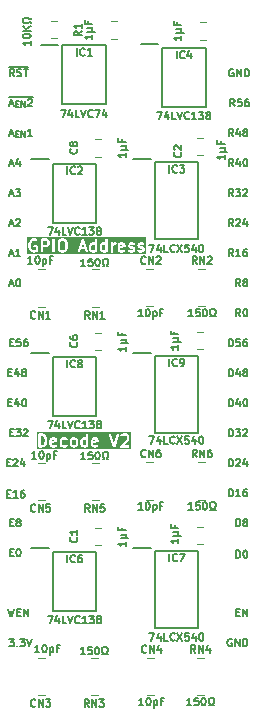
<source format=gto>
%TF.GenerationSoftware,KiCad,Pcbnew,8.0.7*%
%TF.CreationDate,2025-05-26T12:20:30+02:00*%
%TF.ProjectId,GPIO Address Decode,4750494f-2041-4646-9472-657373204465,V1*%
%TF.SameCoordinates,Original*%
%TF.FileFunction,Legend,Top*%
%TF.FilePolarity,Positive*%
%FSLAX46Y46*%
G04 Gerber Fmt 4.6, Leading zero omitted, Abs format (unit mm)*
G04 Created by KiCad (PCBNEW 8.0.7) date 2025-05-26 12:20:30*
%MOMM*%
%LPD*%
G01*
G04 APERTURE LIST*
%ADD10C,0.200000*%
%ADD11C,0.150000*%
%ADD12C,0.100000*%
%ADD13C,0.120000*%
G04 APERTURE END LIST*
D10*
G36*
X4208836Y-30752240D02*
G01*
X4275909Y-30819313D01*
X4311361Y-30890218D01*
X4353332Y-31058099D01*
X4353332Y-31176337D01*
X4311361Y-31344218D01*
X4275908Y-31415124D01*
X4208837Y-31482197D01*
X4103772Y-31517219D01*
X3981904Y-31517219D01*
X3981904Y-30717219D01*
X4103772Y-30717219D01*
X4208836Y-30752240D01*
G37*
G36*
X5188320Y-31072707D02*
G01*
X5205770Y-31107607D01*
X4934285Y-31161904D01*
X4934285Y-31117016D01*
X4956440Y-31072706D01*
X5000749Y-31050552D01*
X5144011Y-31050552D01*
X5188320Y-31072707D01*
G37*
G36*
X6917906Y-31080357D02*
G01*
X6942575Y-31105025D01*
X6972380Y-31164635D01*
X6972380Y-31403135D01*
X6942575Y-31462743D01*
X6917906Y-31487413D01*
X6858297Y-31517219D01*
X6762654Y-31517219D01*
X6703044Y-31487414D01*
X6678377Y-31462746D01*
X6648571Y-31403134D01*
X6648571Y-31164635D01*
X6678376Y-31105025D01*
X6703044Y-31080356D01*
X6762654Y-31050552D01*
X6858297Y-31050552D01*
X6917906Y-31080357D01*
G37*
G36*
X7829523Y-31059974D02*
G01*
X7829523Y-31507796D01*
X7810678Y-31517219D01*
X7667416Y-31517219D01*
X7607806Y-31487414D01*
X7583139Y-31462746D01*
X7553333Y-31403134D01*
X7553333Y-31164635D01*
X7583138Y-31105025D01*
X7607806Y-31080356D01*
X7667416Y-31050552D01*
X7810678Y-31050552D01*
X7829523Y-31059974D01*
G37*
G36*
X8712130Y-31072707D02*
G01*
X8729580Y-31107607D01*
X8458095Y-31161904D01*
X8458095Y-31117016D01*
X8480250Y-31072706D01*
X8524559Y-31050552D01*
X8667821Y-31050552D01*
X8712130Y-31072707D01*
G37*
G36*
X11616825Y-31828330D02*
G01*
X3670793Y-31828330D01*
X3670793Y-30617219D01*
X3781904Y-30617219D01*
X3781904Y-31617219D01*
X3783825Y-31636728D01*
X3798757Y-31672776D01*
X3826347Y-31700366D01*
X3862395Y-31715298D01*
X3881904Y-31717219D01*
X4119999Y-31717219D01*
X4129872Y-31716246D01*
X4132506Y-31716434D01*
X4135969Y-31715646D01*
X4139508Y-31715298D01*
X4141950Y-31714286D01*
X4151622Y-31712087D01*
X4294478Y-31664468D01*
X4312379Y-31656477D01*
X4315094Y-31654122D01*
X4318414Y-31652747D01*
X4333567Y-31640310D01*
X4428805Y-31545071D01*
X4435097Y-31537404D01*
X4437094Y-31535673D01*
X4438987Y-31532665D01*
X4441242Y-31529918D01*
X4442253Y-31527476D01*
X4447537Y-31519082D01*
X4495156Y-31423845D01*
X4495702Y-31422416D01*
X4496132Y-31421837D01*
X4499053Y-31413660D01*
X4502162Y-31405536D01*
X4502213Y-31404815D01*
X4502727Y-31403377D01*
X4550346Y-31212901D01*
X4550846Y-31209519D01*
X4551411Y-31208156D01*
X4552134Y-31200805D01*
X4553214Y-31193508D01*
X4552996Y-31192049D01*
X4553332Y-31188647D01*
X4553332Y-31093409D01*
X4734285Y-31093409D01*
X4734285Y-31474361D01*
X4736206Y-31493870D01*
X4737581Y-31497190D01*
X4737836Y-31500773D01*
X4744842Y-31519082D01*
X4792461Y-31614321D01*
X4794514Y-31617584D01*
X4795028Y-31619123D01*
X4796690Y-31621039D01*
X4802904Y-31630911D01*
X4812375Y-31639125D01*
X4820592Y-31648600D01*
X4830462Y-31654812D01*
X4832380Y-31656476D01*
X4833920Y-31656989D01*
X4837183Y-31659043D01*
X4932420Y-31706662D01*
X4950729Y-31713668D01*
X4954312Y-31713922D01*
X4957633Y-31715298D01*
X4977142Y-31717219D01*
X5167618Y-31717219D01*
X5187127Y-31715298D01*
X5190447Y-31713922D01*
X5194031Y-31713668D01*
X5212339Y-31706662D01*
X5307577Y-31659043D01*
X5324167Y-31648600D01*
X5349732Y-31619123D01*
X5362070Y-31582107D01*
X5359305Y-31543187D01*
X5341856Y-31508289D01*
X5312379Y-31482724D01*
X5275363Y-31470385D01*
X5236443Y-31473151D01*
X5218134Y-31480157D01*
X5144011Y-31517219D01*
X5000749Y-31517219D01*
X4956439Y-31495064D01*
X4934285Y-31450754D01*
X4934285Y-31365865D01*
X5329981Y-31286726D01*
X5329984Y-31286726D01*
X5329986Y-31286724D01*
X5330086Y-31286705D01*
X5348840Y-31280995D01*
X5356980Y-31275543D01*
X5366032Y-31271794D01*
X5373033Y-31264792D01*
X5381259Y-31259284D01*
X5386693Y-31251132D01*
X5393622Y-31244204D01*
X5397411Y-31235056D01*
X5402903Y-31226819D01*
X5404804Y-31217208D01*
X5408554Y-31208156D01*
X5410475Y-31188647D01*
X5410475Y-31141028D01*
X5591428Y-31141028D01*
X5591428Y-31426742D01*
X5593349Y-31446251D01*
X5594724Y-31449571D01*
X5594979Y-31453155D01*
X5601985Y-31471463D01*
X5649604Y-31566701D01*
X5654887Y-31575093D01*
X5655899Y-31577537D01*
X5658155Y-31580286D01*
X5660047Y-31583291D01*
X5662041Y-31585020D01*
X5668336Y-31592690D01*
X5715954Y-31640310D01*
X5723622Y-31646603D01*
X5725354Y-31648600D01*
X5728362Y-31650493D01*
X5731108Y-31652747D01*
X5733548Y-31653757D01*
X5741945Y-31659043D01*
X5837182Y-31706662D01*
X5855491Y-31713668D01*
X5859074Y-31713922D01*
X5862395Y-31715298D01*
X5881904Y-31717219D01*
X6072380Y-31717219D01*
X6091889Y-31715298D01*
X6095209Y-31713922D01*
X6098793Y-31713668D01*
X6117101Y-31706662D01*
X6212339Y-31659043D01*
X6228929Y-31648600D01*
X6254494Y-31619123D01*
X6266832Y-31582107D01*
X6264067Y-31543187D01*
X6246618Y-31508289D01*
X6217141Y-31482724D01*
X6180125Y-31470385D01*
X6141205Y-31473151D01*
X6122896Y-31480157D01*
X6048773Y-31517219D01*
X5905511Y-31517219D01*
X5845901Y-31487414D01*
X5821234Y-31462746D01*
X5791428Y-31403134D01*
X5791428Y-31164635D01*
X5803232Y-31141028D01*
X6448571Y-31141028D01*
X6448571Y-31426742D01*
X6450492Y-31446251D01*
X6451867Y-31449571D01*
X6452122Y-31453155D01*
X6459128Y-31471463D01*
X6506747Y-31566701D01*
X6512030Y-31575093D01*
X6513042Y-31577537D01*
X6515298Y-31580286D01*
X6517190Y-31583291D01*
X6519184Y-31585020D01*
X6525479Y-31592690D01*
X6573097Y-31640310D01*
X6580765Y-31646603D01*
X6582497Y-31648600D01*
X6585505Y-31650493D01*
X6588251Y-31652747D01*
X6590691Y-31653757D01*
X6599088Y-31659043D01*
X6694325Y-31706662D01*
X6712634Y-31713668D01*
X6716217Y-31713922D01*
X6719538Y-31715298D01*
X6739047Y-31717219D01*
X6881904Y-31717219D01*
X6901413Y-31715298D01*
X6904733Y-31713922D01*
X6908317Y-31713668D01*
X6926625Y-31706662D01*
X7021863Y-31659043D01*
X7030258Y-31653758D01*
X7032700Y-31652747D01*
X7035447Y-31650491D01*
X7038453Y-31648600D01*
X7040183Y-31646605D01*
X7047853Y-31640310D01*
X7095472Y-31592690D01*
X7101764Y-31585023D01*
X7103761Y-31583292D01*
X7105654Y-31580284D01*
X7107909Y-31577537D01*
X7108920Y-31575095D01*
X7114204Y-31566701D01*
X7161823Y-31471464D01*
X7168829Y-31453155D01*
X7169083Y-31449571D01*
X7170459Y-31446251D01*
X7172380Y-31426742D01*
X7172380Y-31141028D01*
X7353333Y-31141028D01*
X7353333Y-31426742D01*
X7355254Y-31446251D01*
X7356629Y-31449571D01*
X7356884Y-31453155D01*
X7363890Y-31471463D01*
X7411509Y-31566701D01*
X7416792Y-31575093D01*
X7417804Y-31577537D01*
X7420060Y-31580286D01*
X7421952Y-31583291D01*
X7423946Y-31585020D01*
X7430241Y-31592690D01*
X7477859Y-31640310D01*
X7485527Y-31646603D01*
X7487259Y-31648600D01*
X7490267Y-31650493D01*
X7493013Y-31652747D01*
X7495453Y-31653757D01*
X7503850Y-31659043D01*
X7599087Y-31706662D01*
X7617396Y-31713668D01*
X7620979Y-31713922D01*
X7624300Y-31715298D01*
X7643809Y-31717219D01*
X7834285Y-31717219D01*
X7853794Y-31715298D01*
X7857114Y-31713922D01*
X7860698Y-31713668D01*
X7879006Y-31706662D01*
X7883609Y-31704360D01*
X7910014Y-31715298D01*
X7949032Y-31715298D01*
X7985080Y-31700366D01*
X8012670Y-31672776D01*
X8027602Y-31636728D01*
X8029523Y-31617219D01*
X8029523Y-31093409D01*
X8258095Y-31093409D01*
X8258095Y-31474361D01*
X8260016Y-31493870D01*
X8261391Y-31497190D01*
X8261646Y-31500773D01*
X8268652Y-31519082D01*
X8316271Y-31614321D01*
X8318324Y-31617584D01*
X8318838Y-31619123D01*
X8320500Y-31621039D01*
X8326714Y-31630911D01*
X8336185Y-31639125D01*
X8344402Y-31648600D01*
X8354272Y-31654812D01*
X8356190Y-31656476D01*
X8357730Y-31656989D01*
X8360993Y-31659043D01*
X8456230Y-31706662D01*
X8474539Y-31713668D01*
X8478122Y-31713922D01*
X8481443Y-31715298D01*
X8500952Y-31717219D01*
X8691428Y-31717219D01*
X8710937Y-31715298D01*
X8714257Y-31713922D01*
X8717841Y-31713668D01*
X8736149Y-31706662D01*
X8831387Y-31659043D01*
X8847977Y-31648600D01*
X8873542Y-31619123D01*
X8885880Y-31582107D01*
X8883115Y-31543187D01*
X8865666Y-31508289D01*
X8836189Y-31482724D01*
X8799173Y-31470385D01*
X8760253Y-31473151D01*
X8741944Y-31480157D01*
X8667821Y-31517219D01*
X8524559Y-31517219D01*
X8480249Y-31495064D01*
X8458095Y-31450754D01*
X8458095Y-31365865D01*
X8853791Y-31286726D01*
X8853794Y-31286726D01*
X8853796Y-31286724D01*
X8853896Y-31286705D01*
X8872650Y-31280995D01*
X8880790Y-31275543D01*
X8889842Y-31271794D01*
X8896843Y-31264792D01*
X8905069Y-31259284D01*
X8910503Y-31251132D01*
X8917432Y-31244204D01*
X8921221Y-31235056D01*
X8926713Y-31226819D01*
X8928614Y-31217208D01*
X8932364Y-31208156D01*
X8934285Y-31188647D01*
X8934285Y-31093409D01*
X8932364Y-31073900D01*
X8930988Y-31070579D01*
X8930734Y-31066996D01*
X8923728Y-31048687D01*
X8876109Y-30953450D01*
X8874054Y-30950186D01*
X8873542Y-30948648D01*
X8871880Y-30946732D01*
X8865666Y-30936859D01*
X8856190Y-30928641D01*
X8847977Y-30919171D01*
X8838105Y-30912957D01*
X8836189Y-30911295D01*
X8834650Y-30910781D01*
X8831387Y-30908728D01*
X8736149Y-30861109D01*
X8717841Y-30854103D01*
X8714257Y-30853848D01*
X8710937Y-30852473D01*
X8691428Y-30850552D01*
X8500952Y-30850552D01*
X8481443Y-30852473D01*
X8478122Y-30853848D01*
X8474539Y-30854103D01*
X8456230Y-30861109D01*
X8360993Y-30908728D01*
X8357729Y-30910782D01*
X8356191Y-30911295D01*
X8354275Y-30912956D01*
X8344402Y-30919171D01*
X8336184Y-30928646D01*
X8326714Y-30936860D01*
X8320500Y-30946731D01*
X8318838Y-30948648D01*
X8318324Y-30950186D01*
X8316271Y-30953450D01*
X8268652Y-31048688D01*
X8261646Y-31066996D01*
X8261391Y-31070579D01*
X8260016Y-31073900D01*
X8258095Y-31093409D01*
X8029523Y-31093409D01*
X8029523Y-30629726D01*
X9782690Y-30629726D01*
X9787037Y-30648842D01*
X10120370Y-31648841D01*
X10128361Y-31666742D01*
X10133044Y-31672141D01*
X10136239Y-31678531D01*
X10145710Y-31686746D01*
X10153926Y-31696218D01*
X10160314Y-31699412D01*
X10165715Y-31704096D01*
X10177616Y-31708063D01*
X10188825Y-31713667D01*
X10195949Y-31714173D01*
X10202731Y-31716434D01*
X10215240Y-31715544D01*
X10227745Y-31716434D01*
X10234523Y-31714174D01*
X10241651Y-31713668D01*
X10252867Y-31708059D01*
X10264761Y-31704095D01*
X10270158Y-31699414D01*
X10276550Y-31696218D01*
X10284768Y-31686742D01*
X10294237Y-31678530D01*
X10297430Y-31672143D01*
X10302115Y-31666742D01*
X10310106Y-31648842D01*
X10327150Y-31597710D01*
X10688588Y-31597710D01*
X10688588Y-31636728D01*
X10703520Y-31672776D01*
X10731110Y-31700366D01*
X10767158Y-31715298D01*
X10786667Y-31717219D01*
X11405714Y-31717219D01*
X11425223Y-31715298D01*
X11461271Y-31700366D01*
X11488861Y-31672776D01*
X11503793Y-31636728D01*
X11503793Y-31597710D01*
X11488861Y-31561662D01*
X11461271Y-31534072D01*
X11425223Y-31519140D01*
X11405714Y-31517219D01*
X11028089Y-31517219D01*
X11428806Y-31116501D01*
X11441242Y-31101347D01*
X11442616Y-31098028D01*
X11444972Y-31095313D01*
X11452963Y-31077413D01*
X11500582Y-30934556D01*
X11502781Y-30924883D01*
X11503793Y-30922442D01*
X11504141Y-30918904D01*
X11504929Y-30915441D01*
X11504741Y-30912806D01*
X11505714Y-30902933D01*
X11505714Y-30807695D01*
X11503793Y-30788186D01*
X11502417Y-30784865D01*
X11502163Y-30781282D01*
X11495157Y-30762973D01*
X11447538Y-30667736D01*
X11442252Y-30659339D01*
X11441242Y-30656899D01*
X11438988Y-30654153D01*
X11437095Y-30651145D01*
X11435097Y-30649412D01*
X11428805Y-30641746D01*
X11381187Y-30594127D01*
X11373516Y-30587832D01*
X11371787Y-30585838D01*
X11368779Y-30583944D01*
X11366033Y-30581691D01*
X11363593Y-30580680D01*
X11355197Y-30575395D01*
X11259959Y-30527776D01*
X11241651Y-30520770D01*
X11238067Y-30520515D01*
X11234747Y-30519140D01*
X11215238Y-30517219D01*
X10977143Y-30517219D01*
X10957634Y-30519140D01*
X10954313Y-30520515D01*
X10950730Y-30520770D01*
X10932421Y-30527776D01*
X10837184Y-30575395D01*
X10828787Y-30580680D01*
X10826347Y-30581691D01*
X10823601Y-30583944D01*
X10820593Y-30585838D01*
X10818860Y-30587835D01*
X10811194Y-30594128D01*
X10763575Y-30641746D01*
X10751139Y-30656900D01*
X10736207Y-30692948D01*
X10736207Y-30731966D01*
X10751139Y-30768014D01*
X10778729Y-30795604D01*
X10814777Y-30810536D01*
X10853795Y-30810536D01*
X10889843Y-30795604D01*
X10904997Y-30783168D01*
X10941140Y-30747023D01*
X11000750Y-30717219D01*
X11191631Y-30717219D01*
X11251240Y-30747024D01*
X11275909Y-30771692D01*
X11305714Y-30831302D01*
X11305714Y-30886706D01*
X11270692Y-30991770D01*
X10715956Y-31546508D01*
X10703520Y-31561662D01*
X10688588Y-31597710D01*
X10327150Y-31597710D01*
X10643439Y-30648842D01*
X10647786Y-30629727D01*
X10645020Y-30590807D01*
X10627570Y-30555908D01*
X10598094Y-30530343D01*
X10561078Y-30518004D01*
X10522158Y-30520771D01*
X10487259Y-30538220D01*
X10461694Y-30567696D01*
X10453703Y-30585597D01*
X10215238Y-31300991D01*
X9976773Y-30585596D01*
X9968782Y-30567696D01*
X9943217Y-30538220D01*
X9908318Y-30520770D01*
X9869398Y-30518004D01*
X9832382Y-30530342D01*
X9802906Y-30555907D01*
X9785456Y-30590806D01*
X9782690Y-30629726D01*
X8029523Y-30629726D01*
X8029523Y-30617219D01*
X8027602Y-30597710D01*
X8012670Y-30561662D01*
X7985080Y-30534072D01*
X7949032Y-30519140D01*
X7910014Y-30519140D01*
X7873966Y-30534072D01*
X7846376Y-30561662D01*
X7831444Y-30597710D01*
X7829523Y-30617219D01*
X7829523Y-30850552D01*
X7643809Y-30850552D01*
X7624300Y-30852473D01*
X7620979Y-30853848D01*
X7617396Y-30854103D01*
X7599087Y-30861109D01*
X7503850Y-30908728D01*
X7495453Y-30914013D01*
X7493013Y-30915024D01*
X7490267Y-30917277D01*
X7487259Y-30919171D01*
X7485526Y-30921168D01*
X7477860Y-30927461D01*
X7430241Y-30975079D01*
X7423946Y-30982749D01*
X7421952Y-30984479D01*
X7420058Y-30987486D01*
X7417805Y-30990233D01*
X7416794Y-30992672D01*
X7411509Y-31001069D01*
X7363890Y-31096307D01*
X7356884Y-31114615D01*
X7356629Y-31118198D01*
X7355254Y-31121519D01*
X7353333Y-31141028D01*
X7172380Y-31141028D01*
X7170459Y-31121519D01*
X7169083Y-31118198D01*
X7168829Y-31114615D01*
X7161823Y-31096306D01*
X7114204Y-31001069D01*
X7108918Y-30992672D01*
X7107908Y-30990232D01*
X7105654Y-30987486D01*
X7103761Y-30984478D01*
X7101763Y-30982745D01*
X7095471Y-30975079D01*
X7047853Y-30927460D01*
X7040182Y-30921165D01*
X7038453Y-30919171D01*
X7035445Y-30917277D01*
X7032699Y-30915024D01*
X7030259Y-30914013D01*
X7021863Y-30908728D01*
X6926625Y-30861109D01*
X6908317Y-30854103D01*
X6904733Y-30853848D01*
X6901413Y-30852473D01*
X6881904Y-30850552D01*
X6739047Y-30850552D01*
X6719538Y-30852473D01*
X6716217Y-30853848D01*
X6712634Y-30854103D01*
X6694325Y-30861109D01*
X6599088Y-30908728D01*
X6590691Y-30914013D01*
X6588251Y-30915024D01*
X6585505Y-30917277D01*
X6582497Y-30919171D01*
X6580764Y-30921168D01*
X6573098Y-30927461D01*
X6525479Y-30975079D01*
X6519184Y-30982749D01*
X6517190Y-30984479D01*
X6515296Y-30987486D01*
X6513043Y-30990233D01*
X6512032Y-30992672D01*
X6506747Y-31001069D01*
X6459128Y-31096307D01*
X6452122Y-31114615D01*
X6451867Y-31118198D01*
X6450492Y-31121519D01*
X6448571Y-31141028D01*
X5803232Y-31141028D01*
X5821233Y-31105025D01*
X5845901Y-31080356D01*
X5905511Y-31050552D01*
X6048773Y-31050552D01*
X6122896Y-31087614D01*
X6141205Y-31094620D01*
X6180125Y-31097386D01*
X6217141Y-31085047D01*
X6246618Y-31059482D01*
X6264067Y-31024584D01*
X6266832Y-30985664D01*
X6254494Y-30948648D01*
X6228929Y-30919171D01*
X6212339Y-30908728D01*
X6117101Y-30861109D01*
X6098793Y-30854103D01*
X6095209Y-30853848D01*
X6091889Y-30852473D01*
X6072380Y-30850552D01*
X5881904Y-30850552D01*
X5862395Y-30852473D01*
X5859074Y-30853848D01*
X5855491Y-30854103D01*
X5837182Y-30861109D01*
X5741945Y-30908728D01*
X5733548Y-30914013D01*
X5731108Y-30915024D01*
X5728362Y-30917277D01*
X5725354Y-30919171D01*
X5723621Y-30921168D01*
X5715955Y-30927461D01*
X5668336Y-30975079D01*
X5662041Y-30982749D01*
X5660047Y-30984479D01*
X5658153Y-30987486D01*
X5655900Y-30990233D01*
X5654889Y-30992672D01*
X5649604Y-31001069D01*
X5601985Y-31096307D01*
X5594979Y-31114615D01*
X5594724Y-31118198D01*
X5593349Y-31121519D01*
X5591428Y-31141028D01*
X5410475Y-31141028D01*
X5410475Y-31093409D01*
X5408554Y-31073900D01*
X5407178Y-31070579D01*
X5406924Y-31066996D01*
X5399918Y-31048687D01*
X5352299Y-30953450D01*
X5350244Y-30950186D01*
X5349732Y-30948648D01*
X5348070Y-30946732D01*
X5341856Y-30936859D01*
X5332380Y-30928641D01*
X5324167Y-30919171D01*
X5314295Y-30912957D01*
X5312379Y-30911295D01*
X5310840Y-30910781D01*
X5307577Y-30908728D01*
X5212339Y-30861109D01*
X5194031Y-30854103D01*
X5190447Y-30853848D01*
X5187127Y-30852473D01*
X5167618Y-30850552D01*
X4977142Y-30850552D01*
X4957633Y-30852473D01*
X4954312Y-30853848D01*
X4950729Y-30854103D01*
X4932420Y-30861109D01*
X4837183Y-30908728D01*
X4833919Y-30910782D01*
X4832381Y-30911295D01*
X4830465Y-30912956D01*
X4820592Y-30919171D01*
X4812374Y-30928646D01*
X4802904Y-30936860D01*
X4796690Y-30946731D01*
X4795028Y-30948648D01*
X4794514Y-30950186D01*
X4792461Y-30953450D01*
X4744842Y-31048688D01*
X4737836Y-31066996D01*
X4737581Y-31070579D01*
X4736206Y-31073900D01*
X4734285Y-31093409D01*
X4553332Y-31093409D01*
X4553332Y-31045790D01*
X4552996Y-31042387D01*
X4553214Y-31040929D01*
X4552134Y-31033631D01*
X4551411Y-31026281D01*
X4550846Y-31024917D01*
X4550346Y-31021536D01*
X4502727Y-30831060D01*
X4502213Y-30829621D01*
X4502162Y-30828901D01*
X4499053Y-30820776D01*
X4496132Y-30812600D01*
X4495702Y-30812020D01*
X4495156Y-30810592D01*
X4447537Y-30715355D01*
X4442250Y-30706956D01*
X4441241Y-30704519D01*
X4438989Y-30701775D01*
X4437094Y-30698764D01*
X4435096Y-30697031D01*
X4428805Y-30689365D01*
X4333567Y-30594127D01*
X4318413Y-30581691D01*
X4315094Y-30580316D01*
X4312379Y-30577961D01*
X4294478Y-30569970D01*
X4151622Y-30522351D01*
X4141950Y-30520151D01*
X4139508Y-30519140D01*
X4135969Y-30518791D01*
X4132506Y-30518004D01*
X4129872Y-30518191D01*
X4119999Y-30517219D01*
X3881904Y-30517219D01*
X3862395Y-30519140D01*
X3826347Y-30534072D01*
X3798757Y-30561662D01*
X3783825Y-30597710D01*
X3781904Y-30617219D01*
X3670793Y-30617219D01*
X3670793Y-30406108D01*
X11616825Y-30406108D01*
X11616825Y-31828330D01*
G37*
D11*
X19924982Y-33305963D02*
X19924982Y-32670963D01*
X19924982Y-32670963D02*
X20076172Y-32670963D01*
X20076172Y-32670963D02*
X20166887Y-32701201D01*
X20166887Y-32701201D02*
X20227363Y-32761677D01*
X20227363Y-32761677D02*
X20257601Y-32822153D01*
X20257601Y-32822153D02*
X20287839Y-32943105D01*
X20287839Y-32943105D02*
X20287839Y-33033820D01*
X20287839Y-33033820D02*
X20257601Y-33154772D01*
X20257601Y-33154772D02*
X20227363Y-33215248D01*
X20227363Y-33215248D02*
X20166887Y-33275725D01*
X20166887Y-33275725D02*
X20076172Y-33305963D01*
X20076172Y-33305963D02*
X19924982Y-33305963D01*
X20529744Y-32731439D02*
X20559982Y-32701201D01*
X20559982Y-32701201D02*
X20620458Y-32670963D01*
X20620458Y-32670963D02*
X20771649Y-32670963D01*
X20771649Y-32670963D02*
X20832125Y-32701201D01*
X20832125Y-32701201D02*
X20862363Y-32731439D01*
X20862363Y-32731439D02*
X20892601Y-32791915D01*
X20892601Y-32791915D02*
X20892601Y-32852391D01*
X20892601Y-32852391D02*
X20862363Y-32943105D01*
X20862363Y-32943105D02*
X20499506Y-33305963D01*
X20499506Y-33305963D02*
X20892601Y-33305963D01*
X21436887Y-32882629D02*
X21436887Y-33305963D01*
X21285696Y-32640725D02*
X21134506Y-33094296D01*
X21134506Y-33094296D02*
X21527601Y-33094296D01*
X19924982Y-23145963D02*
X19924982Y-22510963D01*
X19924982Y-22510963D02*
X20076172Y-22510963D01*
X20076172Y-22510963D02*
X20166887Y-22541201D01*
X20166887Y-22541201D02*
X20227363Y-22601677D01*
X20227363Y-22601677D02*
X20257601Y-22662153D01*
X20257601Y-22662153D02*
X20287839Y-22783105D01*
X20287839Y-22783105D02*
X20287839Y-22873820D01*
X20287839Y-22873820D02*
X20257601Y-22994772D01*
X20257601Y-22994772D02*
X20227363Y-23055248D01*
X20227363Y-23055248D02*
X20166887Y-23115725D01*
X20166887Y-23115725D02*
X20076172Y-23145963D01*
X20076172Y-23145963D02*
X19924982Y-23145963D01*
X20862363Y-22510963D02*
X20559982Y-22510963D01*
X20559982Y-22510963D02*
X20529744Y-22813344D01*
X20529744Y-22813344D02*
X20559982Y-22783105D01*
X20559982Y-22783105D02*
X20620458Y-22752867D01*
X20620458Y-22752867D02*
X20771649Y-22752867D01*
X20771649Y-22752867D02*
X20832125Y-22783105D01*
X20832125Y-22783105D02*
X20862363Y-22813344D01*
X20862363Y-22813344D02*
X20892601Y-22873820D01*
X20892601Y-22873820D02*
X20892601Y-23025010D01*
X20892601Y-23025010D02*
X20862363Y-23085486D01*
X20862363Y-23085486D02*
X20832125Y-23115725D01*
X20832125Y-23115725D02*
X20771649Y-23145963D01*
X20771649Y-23145963D02*
X20620458Y-23145963D01*
X20620458Y-23145963D02*
X20559982Y-23115725D01*
X20559982Y-23115725D02*
X20529744Y-23085486D01*
X21436887Y-22510963D02*
X21315934Y-22510963D01*
X21315934Y-22510963D02*
X21255458Y-22541201D01*
X21255458Y-22541201D02*
X21225220Y-22571439D01*
X21225220Y-22571439D02*
X21164744Y-22662153D01*
X21164744Y-22662153D02*
X21134506Y-22783105D01*
X21134506Y-22783105D02*
X21134506Y-23025010D01*
X21134506Y-23025010D02*
X21164744Y-23085486D01*
X21164744Y-23085486D02*
X21194982Y-23115725D01*
X21194982Y-23115725D02*
X21255458Y-23145963D01*
X21255458Y-23145963D02*
X21376411Y-23145963D01*
X21376411Y-23145963D02*
X21436887Y-23115725D01*
X21436887Y-23115725D02*
X21467125Y-23085486D01*
X21467125Y-23085486D02*
X21497363Y-23025010D01*
X21497363Y-23025010D02*
X21497363Y-22873820D01*
X21497363Y-22873820D02*
X21467125Y-22813344D01*
X21467125Y-22813344D02*
X21436887Y-22783105D01*
X21436887Y-22783105D02*
X21376411Y-22752867D01*
X21376411Y-22752867D02*
X21255458Y-22752867D01*
X21255458Y-22752867D02*
X21194982Y-22783105D01*
X21194982Y-22783105D02*
X21164744Y-22813344D01*
X21164744Y-22813344D02*
X21134506Y-22873820D01*
X19924982Y-28225963D02*
X19924982Y-27590963D01*
X19924982Y-27590963D02*
X20076172Y-27590963D01*
X20076172Y-27590963D02*
X20166887Y-27621201D01*
X20166887Y-27621201D02*
X20227363Y-27681677D01*
X20227363Y-27681677D02*
X20257601Y-27742153D01*
X20257601Y-27742153D02*
X20287839Y-27863105D01*
X20287839Y-27863105D02*
X20287839Y-27953820D01*
X20287839Y-27953820D02*
X20257601Y-28074772D01*
X20257601Y-28074772D02*
X20227363Y-28135248D01*
X20227363Y-28135248D02*
X20166887Y-28195725D01*
X20166887Y-28195725D02*
X20076172Y-28225963D01*
X20076172Y-28225963D02*
X19924982Y-28225963D01*
X20832125Y-27802629D02*
X20832125Y-28225963D01*
X20680934Y-27560725D02*
X20529744Y-28014296D01*
X20529744Y-28014296D02*
X20922839Y-28014296D01*
X21285696Y-27590963D02*
X21346173Y-27590963D01*
X21346173Y-27590963D02*
X21406649Y-27621201D01*
X21406649Y-27621201D02*
X21436887Y-27651439D01*
X21436887Y-27651439D02*
X21467125Y-27711915D01*
X21467125Y-27711915D02*
X21497363Y-27832867D01*
X21497363Y-27832867D02*
X21497363Y-27984058D01*
X21497363Y-27984058D02*
X21467125Y-28105010D01*
X21467125Y-28105010D02*
X21436887Y-28165486D01*
X21436887Y-28165486D02*
X21406649Y-28195725D01*
X21406649Y-28195725D02*
X21346173Y-28225963D01*
X21346173Y-28225963D02*
X21285696Y-28225963D01*
X21285696Y-28225963D02*
X21225220Y-28195725D01*
X21225220Y-28195725D02*
X21194982Y-28165486D01*
X21194982Y-28165486D02*
X21164744Y-28105010D01*
X21164744Y-28105010D02*
X21134506Y-27984058D01*
X21134506Y-27984058D02*
X21134506Y-27832867D01*
X21134506Y-27832867D02*
X21164744Y-27711915D01*
X21164744Y-27711915D02*
X21194982Y-27651439D01*
X21194982Y-27651439D02*
X21225220Y-27621201D01*
X21225220Y-27621201D02*
X21285696Y-27590963D01*
X20287839Y-5365963D02*
X20076172Y-5063582D01*
X19924982Y-5365963D02*
X19924982Y-4730963D01*
X19924982Y-4730963D02*
X20166887Y-4730963D01*
X20166887Y-4730963D02*
X20227363Y-4761201D01*
X20227363Y-4761201D02*
X20257601Y-4791439D01*
X20257601Y-4791439D02*
X20287839Y-4851915D01*
X20287839Y-4851915D02*
X20287839Y-4942629D01*
X20287839Y-4942629D02*
X20257601Y-5003105D01*
X20257601Y-5003105D02*
X20227363Y-5033344D01*
X20227363Y-5033344D02*
X20166887Y-5063582D01*
X20166887Y-5063582D02*
X19924982Y-5063582D01*
X20832125Y-4942629D02*
X20832125Y-5365963D01*
X20680934Y-4700725D02*
X20529744Y-5154296D01*
X20529744Y-5154296D02*
X20922839Y-5154296D01*
X21255458Y-5003105D02*
X21194982Y-4972867D01*
X21194982Y-4972867D02*
X21164744Y-4942629D01*
X21164744Y-4942629D02*
X21134506Y-4882153D01*
X21134506Y-4882153D02*
X21134506Y-4851915D01*
X21134506Y-4851915D02*
X21164744Y-4791439D01*
X21164744Y-4791439D02*
X21194982Y-4761201D01*
X21194982Y-4761201D02*
X21255458Y-4730963D01*
X21255458Y-4730963D02*
X21376411Y-4730963D01*
X21376411Y-4730963D02*
X21436887Y-4761201D01*
X21436887Y-4761201D02*
X21467125Y-4791439D01*
X21467125Y-4791439D02*
X21497363Y-4851915D01*
X21497363Y-4851915D02*
X21497363Y-4882153D01*
X21497363Y-4882153D02*
X21467125Y-4942629D01*
X21467125Y-4942629D02*
X21436887Y-4972867D01*
X21436887Y-4972867D02*
X21376411Y-5003105D01*
X21376411Y-5003105D02*
X21255458Y-5003105D01*
X21255458Y-5003105D02*
X21194982Y-5033344D01*
X21194982Y-5033344D02*
X21164744Y-5063582D01*
X21164744Y-5063582D02*
X21134506Y-5124058D01*
X21134506Y-5124058D02*
X21134506Y-5245010D01*
X21134506Y-5245010D02*
X21164744Y-5305486D01*
X21164744Y-5305486D02*
X21194982Y-5335725D01*
X21194982Y-5335725D02*
X21255458Y-5365963D01*
X21255458Y-5365963D02*
X21376411Y-5365963D01*
X21376411Y-5365963D02*
X21436887Y-5335725D01*
X21436887Y-5335725D02*
X21467125Y-5305486D01*
X21467125Y-5305486D02*
X21497363Y-5245010D01*
X21497363Y-5245010D02*
X21497363Y-5124058D01*
X21497363Y-5124058D02*
X21467125Y-5063582D01*
X21467125Y-5063582D02*
X21436887Y-5033344D01*
X21436887Y-5033344D02*
X21376411Y-5003105D01*
X20892601Y-18065963D02*
X20680934Y-17763582D01*
X20529744Y-18065963D02*
X20529744Y-17430963D01*
X20529744Y-17430963D02*
X20771649Y-17430963D01*
X20771649Y-17430963D02*
X20832125Y-17461201D01*
X20832125Y-17461201D02*
X20862363Y-17491439D01*
X20862363Y-17491439D02*
X20892601Y-17551915D01*
X20892601Y-17551915D02*
X20892601Y-17642629D01*
X20892601Y-17642629D02*
X20862363Y-17703105D01*
X20862363Y-17703105D02*
X20832125Y-17733344D01*
X20832125Y-17733344D02*
X20771649Y-17763582D01*
X20771649Y-17763582D02*
X20529744Y-17763582D01*
X21255458Y-17703105D02*
X21194982Y-17672867D01*
X21194982Y-17672867D02*
X21164744Y-17642629D01*
X21164744Y-17642629D02*
X21134506Y-17582153D01*
X21134506Y-17582153D02*
X21134506Y-17551915D01*
X21134506Y-17551915D02*
X21164744Y-17491439D01*
X21164744Y-17491439D02*
X21194982Y-17461201D01*
X21194982Y-17461201D02*
X21255458Y-17430963D01*
X21255458Y-17430963D02*
X21376411Y-17430963D01*
X21376411Y-17430963D02*
X21436887Y-17461201D01*
X21436887Y-17461201D02*
X21467125Y-17491439D01*
X21467125Y-17491439D02*
X21497363Y-17551915D01*
X21497363Y-17551915D02*
X21497363Y-17582153D01*
X21497363Y-17582153D02*
X21467125Y-17642629D01*
X21467125Y-17642629D02*
X21436887Y-17672867D01*
X21436887Y-17672867D02*
X21376411Y-17703105D01*
X21376411Y-17703105D02*
X21255458Y-17703105D01*
X21255458Y-17703105D02*
X21194982Y-17733344D01*
X21194982Y-17733344D02*
X21164744Y-17763582D01*
X21164744Y-17763582D02*
X21134506Y-17824058D01*
X21134506Y-17824058D02*
X21134506Y-17945010D01*
X21134506Y-17945010D02*
X21164744Y-18005486D01*
X21164744Y-18005486D02*
X21194982Y-18035725D01*
X21194982Y-18035725D02*
X21255458Y-18065963D01*
X21255458Y-18065963D02*
X21376411Y-18065963D01*
X21376411Y-18065963D02*
X21436887Y-18035725D01*
X21436887Y-18035725D02*
X21467125Y-18005486D01*
X21467125Y-18005486D02*
X21497363Y-17945010D01*
X21497363Y-17945010D02*
X21497363Y-17824058D01*
X21497363Y-17824058D02*
X21467125Y-17763582D01*
X21467125Y-17763582D02*
X21436887Y-17733344D01*
X21436887Y-17733344D02*
X21376411Y-17703105D01*
X20287839Y-15525963D02*
X20076172Y-15223582D01*
X19924982Y-15525963D02*
X19924982Y-14890963D01*
X19924982Y-14890963D02*
X20166887Y-14890963D01*
X20166887Y-14890963D02*
X20227363Y-14921201D01*
X20227363Y-14921201D02*
X20257601Y-14951439D01*
X20257601Y-14951439D02*
X20287839Y-15011915D01*
X20287839Y-15011915D02*
X20287839Y-15102629D01*
X20287839Y-15102629D02*
X20257601Y-15163105D01*
X20257601Y-15163105D02*
X20227363Y-15193344D01*
X20227363Y-15193344D02*
X20166887Y-15223582D01*
X20166887Y-15223582D02*
X19924982Y-15223582D01*
X20892601Y-15525963D02*
X20529744Y-15525963D01*
X20711172Y-15525963D02*
X20711172Y-14890963D01*
X20711172Y-14890963D02*
X20650696Y-14981677D01*
X20650696Y-14981677D02*
X20590220Y-15042153D01*
X20590220Y-15042153D02*
X20529744Y-15072391D01*
X21436887Y-14890963D02*
X21315934Y-14890963D01*
X21315934Y-14890963D02*
X21255458Y-14921201D01*
X21255458Y-14921201D02*
X21225220Y-14951439D01*
X21225220Y-14951439D02*
X21164744Y-15042153D01*
X21164744Y-15042153D02*
X21134506Y-15163105D01*
X21134506Y-15163105D02*
X21134506Y-15405010D01*
X21134506Y-15405010D02*
X21164744Y-15465486D01*
X21164744Y-15465486D02*
X21194982Y-15495725D01*
X21194982Y-15495725D02*
X21255458Y-15525963D01*
X21255458Y-15525963D02*
X21376411Y-15525963D01*
X21376411Y-15525963D02*
X21436887Y-15495725D01*
X21436887Y-15495725D02*
X21467125Y-15465486D01*
X21467125Y-15465486D02*
X21497363Y-15405010D01*
X21497363Y-15405010D02*
X21497363Y-15253820D01*
X21497363Y-15253820D02*
X21467125Y-15193344D01*
X21467125Y-15193344D02*
X21436887Y-15163105D01*
X21436887Y-15163105D02*
X21376411Y-15132867D01*
X21376411Y-15132867D02*
X21255458Y-15132867D01*
X21255458Y-15132867D02*
X21194982Y-15163105D01*
X21194982Y-15163105D02*
X21164744Y-15193344D01*
X21164744Y-15193344D02*
X21134506Y-15253820D01*
X1362636Y-12804534D02*
X1665017Y-12804534D01*
X1302160Y-12985963D02*
X1513826Y-12350963D01*
X1513826Y-12350963D02*
X1725493Y-12985963D01*
X1906922Y-12411439D02*
X1937160Y-12381201D01*
X1937160Y-12381201D02*
X1997636Y-12350963D01*
X1997636Y-12350963D02*
X2148827Y-12350963D01*
X2148827Y-12350963D02*
X2209303Y-12381201D01*
X2209303Y-12381201D02*
X2239541Y-12411439D01*
X2239541Y-12411439D02*
X2269779Y-12471915D01*
X2269779Y-12471915D02*
X2269779Y-12532391D01*
X2269779Y-12532391D02*
X2239541Y-12623105D01*
X2239541Y-12623105D02*
X1876684Y-12985963D01*
X1876684Y-12985963D02*
X2269779Y-12985963D01*
X1362636Y-17884534D02*
X1665017Y-17884534D01*
X1302160Y-18065963D02*
X1513826Y-17430963D01*
X1513826Y-17430963D02*
X1725493Y-18065963D01*
X2058112Y-17430963D02*
X2118589Y-17430963D01*
X2118589Y-17430963D02*
X2179065Y-17461201D01*
X2179065Y-17461201D02*
X2209303Y-17491439D01*
X2209303Y-17491439D02*
X2239541Y-17551915D01*
X2239541Y-17551915D02*
X2269779Y-17672867D01*
X2269779Y-17672867D02*
X2269779Y-17824058D01*
X2269779Y-17824058D02*
X2239541Y-17945010D01*
X2239541Y-17945010D02*
X2209303Y-18005486D01*
X2209303Y-18005486D02*
X2179065Y-18035725D01*
X2179065Y-18035725D02*
X2118589Y-18065963D01*
X2118589Y-18065963D02*
X2058112Y-18065963D01*
X2058112Y-18065963D02*
X1997636Y-18035725D01*
X1997636Y-18035725D02*
X1967398Y-18005486D01*
X1967398Y-18005486D02*
X1937160Y-17945010D01*
X1937160Y-17945010D02*
X1906922Y-17824058D01*
X1906922Y-17824058D02*
X1906922Y-17672867D01*
X1906922Y-17672867D02*
X1937160Y-17551915D01*
X1937160Y-17551915D02*
X1967398Y-17491439D01*
X1967398Y-17491439D02*
X1997636Y-17461201D01*
X1997636Y-17461201D02*
X2058112Y-17430963D01*
X1265874Y-25353344D02*
X1477541Y-25353344D01*
X1568255Y-25685963D02*
X1265874Y-25685963D01*
X1265874Y-25685963D02*
X1265874Y-25050963D01*
X1265874Y-25050963D02*
X1568255Y-25050963D01*
X2112541Y-25262629D02*
X2112541Y-25685963D01*
X1961350Y-25020725D02*
X1810160Y-25474296D01*
X1810160Y-25474296D02*
X2203255Y-25474296D01*
X2535874Y-25323105D02*
X2475398Y-25292867D01*
X2475398Y-25292867D02*
X2445160Y-25262629D01*
X2445160Y-25262629D02*
X2414922Y-25202153D01*
X2414922Y-25202153D02*
X2414922Y-25171915D01*
X2414922Y-25171915D02*
X2445160Y-25111439D01*
X2445160Y-25111439D02*
X2475398Y-25081201D01*
X2475398Y-25081201D02*
X2535874Y-25050963D01*
X2535874Y-25050963D02*
X2656827Y-25050963D01*
X2656827Y-25050963D02*
X2717303Y-25081201D01*
X2717303Y-25081201D02*
X2747541Y-25111439D01*
X2747541Y-25111439D02*
X2777779Y-25171915D01*
X2777779Y-25171915D02*
X2777779Y-25202153D01*
X2777779Y-25202153D02*
X2747541Y-25262629D01*
X2747541Y-25262629D02*
X2717303Y-25292867D01*
X2717303Y-25292867D02*
X2656827Y-25323105D01*
X2656827Y-25323105D02*
X2535874Y-25323105D01*
X2535874Y-25323105D02*
X2475398Y-25353344D01*
X2475398Y-25353344D02*
X2445160Y-25383582D01*
X2445160Y-25383582D02*
X2414922Y-25444058D01*
X2414922Y-25444058D02*
X2414922Y-25565010D01*
X2414922Y-25565010D02*
X2445160Y-25625486D01*
X2445160Y-25625486D02*
X2475398Y-25655725D01*
X2475398Y-25655725D02*
X2535874Y-25685963D01*
X2535874Y-25685963D02*
X2656827Y-25685963D01*
X2656827Y-25685963D02*
X2717303Y-25655725D01*
X2717303Y-25655725D02*
X2747541Y-25625486D01*
X2747541Y-25625486D02*
X2777779Y-25565010D01*
X2777779Y-25565010D02*
X2777779Y-25444058D01*
X2777779Y-25444058D02*
X2747541Y-25383582D01*
X2747541Y-25383582D02*
X2717303Y-25353344D01*
X2717303Y-25353344D02*
X2656827Y-25323105D01*
X1362636Y-7724534D02*
X1665017Y-7724534D01*
X1302160Y-7905963D02*
X1513826Y-7270963D01*
X1513826Y-7270963D02*
X1725493Y-7905963D01*
X2209303Y-7482629D02*
X2209303Y-7905963D01*
X2058112Y-7240725D02*
X1906922Y-7694296D01*
X1906922Y-7694296D02*
X2300017Y-7694296D01*
X1392874Y-30433344D02*
X1604541Y-30433344D01*
X1695255Y-30765963D02*
X1392874Y-30765963D01*
X1392874Y-30765963D02*
X1392874Y-30130963D01*
X1392874Y-30130963D02*
X1695255Y-30130963D01*
X1906922Y-30130963D02*
X2300017Y-30130963D01*
X2300017Y-30130963D02*
X2088350Y-30372867D01*
X2088350Y-30372867D02*
X2179065Y-30372867D01*
X2179065Y-30372867D02*
X2239541Y-30403105D01*
X2239541Y-30403105D02*
X2269779Y-30433344D01*
X2269779Y-30433344D02*
X2300017Y-30493820D01*
X2300017Y-30493820D02*
X2300017Y-30645010D01*
X2300017Y-30645010D02*
X2269779Y-30705486D01*
X2269779Y-30705486D02*
X2239541Y-30735725D01*
X2239541Y-30735725D02*
X2179065Y-30765963D01*
X2179065Y-30765963D02*
X1997636Y-30765963D01*
X1997636Y-30765963D02*
X1937160Y-30735725D01*
X1937160Y-30735725D02*
X1906922Y-30705486D01*
X2541922Y-30191439D02*
X2572160Y-30161201D01*
X2572160Y-30161201D02*
X2632636Y-30130963D01*
X2632636Y-30130963D02*
X2783827Y-30130963D01*
X2783827Y-30130963D02*
X2844303Y-30161201D01*
X2844303Y-30161201D02*
X2874541Y-30191439D01*
X2874541Y-30191439D02*
X2904779Y-30251915D01*
X2904779Y-30251915D02*
X2904779Y-30312391D01*
X2904779Y-30312391D02*
X2874541Y-30403105D01*
X2874541Y-30403105D02*
X2511684Y-30765963D01*
X2511684Y-30765963D02*
X2904779Y-30765963D01*
D10*
G36*
X5981428Y-14237023D02*
G01*
X6045607Y-14301202D01*
X6083522Y-14452861D01*
X6083522Y-14761575D01*
X6045606Y-14913235D01*
X5981430Y-14977413D01*
X5921820Y-15007219D01*
X5778558Y-15007219D01*
X5718948Y-14977414D01*
X5654771Y-14913236D01*
X5616856Y-14761575D01*
X5616856Y-14452862D01*
X5654771Y-14301202D01*
X5718950Y-14237023D01*
X5778558Y-14207219D01*
X5921820Y-14207219D01*
X5981428Y-14237023D01*
G37*
G36*
X8559713Y-14549974D02*
G01*
X8559713Y-14997796D01*
X8540868Y-15007219D01*
X8397606Y-15007219D01*
X8337996Y-14977414D01*
X8313329Y-14952746D01*
X8283523Y-14893134D01*
X8283523Y-14654635D01*
X8313328Y-14595025D01*
X8337996Y-14570356D01*
X8397606Y-14540552D01*
X8540868Y-14540552D01*
X8559713Y-14549974D01*
G37*
G36*
X9464475Y-14549974D02*
G01*
X9464475Y-14997796D01*
X9445630Y-15007219D01*
X9302368Y-15007219D01*
X9242758Y-14977414D01*
X9218091Y-14952746D01*
X9188285Y-14893134D01*
X9188285Y-14654635D01*
X9218090Y-14595025D01*
X9242758Y-14570356D01*
X9302368Y-14540552D01*
X9445630Y-14540552D01*
X9464475Y-14549974D01*
G37*
G36*
X10966130Y-14562707D02*
G01*
X10983580Y-14597607D01*
X10712095Y-14651904D01*
X10712095Y-14607016D01*
X10734250Y-14562706D01*
X10778559Y-14540552D01*
X10921821Y-14540552D01*
X10966130Y-14562707D01*
G37*
G36*
X7663828Y-14721504D02*
G01*
X7465123Y-14721504D01*
X7564475Y-14423446D01*
X7663828Y-14721504D01*
G37*
G36*
X4505239Y-14237024D02*
G01*
X4529908Y-14261692D01*
X4559713Y-14321302D01*
X4559713Y-14416945D01*
X4529908Y-14476554D01*
X4505239Y-14501222D01*
X4445630Y-14531028D01*
X4188285Y-14531028D01*
X4188285Y-14207219D01*
X4445630Y-14207219D01*
X4505239Y-14237024D01*
G37*
G36*
X12918444Y-15318330D02*
G01*
X2829555Y-15318330D01*
X2829555Y-14535790D01*
X2940666Y-14535790D01*
X2940666Y-14678647D01*
X2941001Y-14682049D01*
X2940784Y-14683508D01*
X2941863Y-14690805D01*
X2942587Y-14698156D01*
X2943151Y-14699519D01*
X2943652Y-14702901D01*
X2991271Y-14893376D01*
X2991784Y-14894813D01*
X2991836Y-14895536D01*
X2994944Y-14903660D01*
X2997866Y-14911837D01*
X2998296Y-14912417D01*
X2998842Y-14913844D01*
X3046461Y-15009082D01*
X3051743Y-15017474D01*
X3052756Y-15019918D01*
X3055012Y-15022667D01*
X3056904Y-15025672D01*
X3058898Y-15027401D01*
X3065193Y-15035071D01*
X3160431Y-15130311D01*
X3175584Y-15142747D01*
X3178903Y-15144122D01*
X3181619Y-15146477D01*
X3199519Y-15154468D01*
X3342376Y-15202087D01*
X3352048Y-15204286D01*
X3354490Y-15205298D01*
X3358027Y-15205646D01*
X3361491Y-15206434D01*
X3364125Y-15206246D01*
X3373999Y-15207219D01*
X3469237Y-15207219D01*
X3479110Y-15206246D01*
X3481744Y-15206434D01*
X3485207Y-15205646D01*
X3488746Y-15205298D01*
X3491188Y-15204286D01*
X3500860Y-15202087D01*
X3643716Y-15154468D01*
X3661617Y-15146477D01*
X3664332Y-15144122D01*
X3667652Y-15142747D01*
X3682805Y-15130310D01*
X3730424Y-15082690D01*
X3742861Y-15067537D01*
X3757088Y-15033188D01*
X3757792Y-15031489D01*
X3759713Y-15011980D01*
X3759713Y-14678647D01*
X3757792Y-14659138D01*
X3742860Y-14623090D01*
X3715270Y-14595500D01*
X3679222Y-14580568D01*
X3659713Y-14578647D01*
X3469237Y-14578647D01*
X3449728Y-14580568D01*
X3413680Y-14595500D01*
X3386090Y-14623090D01*
X3371158Y-14659138D01*
X3371158Y-14698156D01*
X3386090Y-14734204D01*
X3413680Y-14761794D01*
X3449728Y-14776726D01*
X3469237Y-14778647D01*
X3559713Y-14778647D01*
X3559713Y-14970559D01*
X3558074Y-14972197D01*
X3453010Y-15007219D01*
X3390225Y-15007219D01*
X3285160Y-14972197D01*
X3218090Y-14905127D01*
X3182636Y-14834218D01*
X3140666Y-14666337D01*
X3140666Y-14548100D01*
X3182636Y-14380218D01*
X3218089Y-14309312D01*
X3285161Y-14242240D01*
X3390225Y-14207219D01*
X3493249Y-14207219D01*
X3567372Y-14244281D01*
X3585681Y-14251287D01*
X3624601Y-14254053D01*
X3661617Y-14241714D01*
X3691094Y-14216149D01*
X3708543Y-14181251D01*
X3711308Y-14142331D01*
X3699605Y-14107219D01*
X3988285Y-14107219D01*
X3988285Y-15107219D01*
X3990206Y-15126728D01*
X4005138Y-15162776D01*
X4032728Y-15190366D01*
X4068776Y-15205298D01*
X4107794Y-15205298D01*
X4143842Y-15190366D01*
X4171432Y-15162776D01*
X4186364Y-15126728D01*
X4188285Y-15107219D01*
X4188285Y-14731028D01*
X4469237Y-14731028D01*
X4488746Y-14729107D01*
X4492066Y-14727731D01*
X4495650Y-14727477D01*
X4513958Y-14720471D01*
X4609196Y-14672852D01*
X4617592Y-14667566D01*
X4620032Y-14666556D01*
X4622778Y-14664302D01*
X4625786Y-14662409D01*
X4627515Y-14660414D01*
X4635186Y-14654120D01*
X4682804Y-14606501D01*
X4689096Y-14598834D01*
X4691094Y-14597102D01*
X4692987Y-14594093D01*
X4695241Y-14591348D01*
X4696251Y-14588907D01*
X4701537Y-14580511D01*
X4749156Y-14485274D01*
X4756162Y-14466965D01*
X4756416Y-14463381D01*
X4757792Y-14460061D01*
X4759713Y-14440552D01*
X4759713Y-14297695D01*
X4757792Y-14278186D01*
X4756416Y-14274865D01*
X4756162Y-14271282D01*
X4749156Y-14252973D01*
X4701537Y-14157736D01*
X4696251Y-14149339D01*
X4695241Y-14146899D01*
X4692987Y-14144153D01*
X4691094Y-14141145D01*
X4689096Y-14139412D01*
X4682804Y-14131746D01*
X4658278Y-14107219D01*
X4988285Y-14107219D01*
X4988285Y-15107219D01*
X4990206Y-15126728D01*
X5005138Y-15162776D01*
X5032728Y-15190366D01*
X5068776Y-15205298D01*
X5107794Y-15205298D01*
X5143842Y-15190366D01*
X5171432Y-15162776D01*
X5186364Y-15126728D01*
X5188285Y-15107219D01*
X5188285Y-14440552D01*
X5416856Y-14440552D01*
X5416856Y-14773885D01*
X5417191Y-14777287D01*
X5416974Y-14778746D01*
X5418053Y-14786043D01*
X5418777Y-14793394D01*
X5419341Y-14794757D01*
X5419842Y-14798139D01*
X5467461Y-14988614D01*
X5474056Y-15007075D01*
X5478481Y-15013047D01*
X5481327Y-15019918D01*
X5493764Y-15035071D01*
X5589002Y-15130311D01*
X5596670Y-15136604D01*
X5598401Y-15138600D01*
X5601408Y-15140493D01*
X5604155Y-15142747D01*
X5606595Y-15143757D01*
X5614992Y-15149043D01*
X5710229Y-15196662D01*
X5728538Y-15203668D01*
X5732121Y-15203922D01*
X5735442Y-15205298D01*
X5754951Y-15207219D01*
X5945427Y-15207219D01*
X5964936Y-15205298D01*
X5968256Y-15203922D01*
X5971840Y-15203668D01*
X5990148Y-15196662D01*
X6085386Y-15149043D01*
X6093781Y-15143758D01*
X6096223Y-15142747D01*
X6098970Y-15140491D01*
X6101976Y-15138600D01*
X6103706Y-15136605D01*
X6111376Y-15130310D01*
X6146974Y-15094712D01*
X7131927Y-15094712D01*
X7134693Y-15133632D01*
X7152143Y-15168531D01*
X7181619Y-15194096D01*
X7218635Y-15206434D01*
X7257555Y-15203668D01*
X7292454Y-15186218D01*
X7318019Y-15156742D01*
X7326010Y-15138842D01*
X7398456Y-14921504D01*
X7730494Y-14921504D01*
X7802940Y-15138841D01*
X7810931Y-15156742D01*
X7836496Y-15186218D01*
X7871395Y-15203667D01*
X7910315Y-15206434D01*
X7947331Y-15194095D01*
X7976807Y-15168530D01*
X7994257Y-15133631D01*
X7997023Y-15094711D01*
X7992676Y-15075596D01*
X7844487Y-14631028D01*
X8083523Y-14631028D01*
X8083523Y-14916742D01*
X8085444Y-14936251D01*
X8086819Y-14939571D01*
X8087074Y-14943155D01*
X8094080Y-14961463D01*
X8141699Y-15056701D01*
X8146982Y-15065093D01*
X8147994Y-15067537D01*
X8150250Y-15070286D01*
X8152142Y-15073291D01*
X8154136Y-15075020D01*
X8160431Y-15082690D01*
X8208049Y-15130310D01*
X8215717Y-15136603D01*
X8217449Y-15138600D01*
X8220457Y-15140493D01*
X8223203Y-15142747D01*
X8225643Y-15143757D01*
X8234040Y-15149043D01*
X8329277Y-15196662D01*
X8347586Y-15203668D01*
X8351169Y-15203922D01*
X8354490Y-15205298D01*
X8373999Y-15207219D01*
X8564475Y-15207219D01*
X8583984Y-15205298D01*
X8587304Y-15203922D01*
X8590888Y-15203668D01*
X8609196Y-15196662D01*
X8613799Y-15194360D01*
X8640204Y-15205298D01*
X8679222Y-15205298D01*
X8715270Y-15190366D01*
X8742860Y-15162776D01*
X8757792Y-15126728D01*
X8759713Y-15107219D01*
X8759713Y-14631028D01*
X8988285Y-14631028D01*
X8988285Y-14916742D01*
X8990206Y-14936251D01*
X8991581Y-14939571D01*
X8991836Y-14943155D01*
X8998842Y-14961463D01*
X9046461Y-15056701D01*
X9051744Y-15065093D01*
X9052756Y-15067537D01*
X9055012Y-15070286D01*
X9056904Y-15073291D01*
X9058898Y-15075020D01*
X9065193Y-15082690D01*
X9112811Y-15130310D01*
X9120479Y-15136603D01*
X9122211Y-15138600D01*
X9125219Y-15140493D01*
X9127965Y-15142747D01*
X9130405Y-15143757D01*
X9138802Y-15149043D01*
X9234039Y-15196662D01*
X9252348Y-15203668D01*
X9255931Y-15203922D01*
X9259252Y-15205298D01*
X9278761Y-15207219D01*
X9469237Y-15207219D01*
X9488746Y-15205298D01*
X9492066Y-15203922D01*
X9495650Y-15203668D01*
X9513958Y-15196662D01*
X9518561Y-15194360D01*
X9544966Y-15205298D01*
X9583984Y-15205298D01*
X9620032Y-15190366D01*
X9647622Y-15162776D01*
X9662554Y-15126728D01*
X9664475Y-15107219D01*
X9664475Y-14440552D01*
X9940666Y-14440552D01*
X9940666Y-15107219D01*
X9942587Y-15126728D01*
X9957519Y-15162776D01*
X9985109Y-15190366D01*
X10021157Y-15205298D01*
X10060175Y-15205298D01*
X10096223Y-15190366D01*
X10123813Y-15162776D01*
X10138745Y-15126728D01*
X10140666Y-15107219D01*
X10140666Y-14654635D01*
X10170471Y-14595025D01*
X10182087Y-14583409D01*
X10512095Y-14583409D01*
X10512095Y-14964361D01*
X10514016Y-14983870D01*
X10515391Y-14987190D01*
X10515646Y-14990773D01*
X10522652Y-15009082D01*
X10570271Y-15104321D01*
X10572324Y-15107584D01*
X10572838Y-15109123D01*
X10574500Y-15111039D01*
X10580714Y-15120911D01*
X10590185Y-15129125D01*
X10598402Y-15138600D01*
X10608272Y-15144812D01*
X10610190Y-15146476D01*
X10611730Y-15146989D01*
X10614993Y-15149043D01*
X10710230Y-15196662D01*
X10728539Y-15203668D01*
X10732122Y-15203922D01*
X10735443Y-15205298D01*
X10754952Y-15207219D01*
X10945428Y-15207219D01*
X10964937Y-15205298D01*
X10968257Y-15203922D01*
X10971841Y-15203668D01*
X10990149Y-15196662D01*
X11085387Y-15149043D01*
X11101977Y-15138600D01*
X11127542Y-15109123D01*
X11139880Y-15072107D01*
X11137115Y-15033187D01*
X11119666Y-14998289D01*
X11090189Y-14972724D01*
X11053173Y-14960385D01*
X11014253Y-14963151D01*
X10995944Y-14970157D01*
X10921821Y-15007219D01*
X10778559Y-15007219D01*
X10734249Y-14985064D01*
X10712095Y-14940754D01*
X10712095Y-14855865D01*
X11107791Y-14776726D01*
X11107794Y-14776726D01*
X11107796Y-14776724D01*
X11107896Y-14776705D01*
X11126650Y-14770995D01*
X11134790Y-14765543D01*
X11143842Y-14761794D01*
X11150843Y-14754792D01*
X11159069Y-14749284D01*
X11164503Y-14741132D01*
X11171432Y-14734204D01*
X11175222Y-14725055D01*
X11180713Y-14716819D01*
X11182614Y-14707208D01*
X11186364Y-14698156D01*
X11188285Y-14678647D01*
X11188285Y-14583409D01*
X11369238Y-14583409D01*
X11369238Y-14631028D01*
X11371159Y-14650537D01*
X11372534Y-14653857D01*
X11372789Y-14657441D01*
X11379795Y-14675749D01*
X11427414Y-14770987D01*
X11429467Y-14774250D01*
X11429981Y-14775789D01*
X11431643Y-14777705D01*
X11437857Y-14787577D01*
X11447327Y-14795790D01*
X11455545Y-14805266D01*
X11465418Y-14811480D01*
X11467334Y-14813142D01*
X11468872Y-14813654D01*
X11472136Y-14815709D01*
X11567373Y-14863328D01*
X11585682Y-14870334D01*
X11589265Y-14870588D01*
X11592586Y-14871964D01*
X11612095Y-14873885D01*
X11731345Y-14873885D01*
X11775654Y-14896040D01*
X11797809Y-14940349D01*
X11797809Y-14940754D01*
X11775654Y-14985063D01*
X11731345Y-15007219D01*
X11588083Y-15007219D01*
X11513959Y-14970157D01*
X11495651Y-14963151D01*
X11456731Y-14960385D01*
X11419715Y-14972724D01*
X11390238Y-14998288D01*
X11372789Y-15033187D01*
X11370023Y-15072107D01*
X11382362Y-15109123D01*
X11407926Y-15138600D01*
X11424517Y-15149043D01*
X11519754Y-15196662D01*
X11538063Y-15203668D01*
X11541646Y-15203922D01*
X11544967Y-15205298D01*
X11564476Y-15207219D01*
X11754952Y-15207219D01*
X11774461Y-15205298D01*
X11777781Y-15203922D01*
X11781365Y-15203668D01*
X11799673Y-15196662D01*
X11894911Y-15149043D01*
X11898173Y-15146989D01*
X11899713Y-15146476D01*
X11901629Y-15144813D01*
X11911501Y-15138600D01*
X11919716Y-15129126D01*
X11929190Y-15120911D01*
X11935403Y-15111039D01*
X11937066Y-15109123D01*
X11937578Y-15107584D01*
X11939633Y-15104321D01*
X11987252Y-15009082D01*
X11994258Y-14990774D01*
X11994512Y-14987190D01*
X11995888Y-14983870D01*
X11997809Y-14964361D01*
X11997809Y-14916742D01*
X11995888Y-14897233D01*
X11994512Y-14893912D01*
X11994258Y-14890329D01*
X11987252Y-14872020D01*
X11939633Y-14776783D01*
X11937578Y-14773519D01*
X11937066Y-14771981D01*
X11935404Y-14770065D01*
X11929190Y-14760192D01*
X11919714Y-14751974D01*
X11911501Y-14742504D01*
X11901629Y-14736290D01*
X11899713Y-14734628D01*
X11898174Y-14734114D01*
X11894911Y-14732061D01*
X11799673Y-14684442D01*
X11781365Y-14677436D01*
X11777781Y-14677181D01*
X11774461Y-14675806D01*
X11754952Y-14673885D01*
X11635702Y-14673885D01*
X11591393Y-14651730D01*
X11569238Y-14607420D01*
X11569238Y-14607016D01*
X11591393Y-14562706D01*
X11635702Y-14540552D01*
X11731345Y-14540552D01*
X11805468Y-14577614D01*
X11823777Y-14584620D01*
X11862697Y-14587386D01*
X11874628Y-14583409D01*
X12178762Y-14583409D01*
X12178762Y-14631028D01*
X12180683Y-14650537D01*
X12182058Y-14653857D01*
X12182313Y-14657441D01*
X12189319Y-14675749D01*
X12236938Y-14770987D01*
X12238991Y-14774250D01*
X12239505Y-14775789D01*
X12241167Y-14777705D01*
X12247381Y-14787577D01*
X12256851Y-14795790D01*
X12265069Y-14805266D01*
X12274942Y-14811480D01*
X12276858Y-14813142D01*
X12278396Y-14813654D01*
X12281660Y-14815709D01*
X12376897Y-14863328D01*
X12395206Y-14870334D01*
X12398789Y-14870588D01*
X12402110Y-14871964D01*
X12421619Y-14873885D01*
X12540869Y-14873885D01*
X12585178Y-14896040D01*
X12607333Y-14940349D01*
X12607333Y-14940754D01*
X12585178Y-14985063D01*
X12540869Y-15007219D01*
X12397607Y-15007219D01*
X12323483Y-14970157D01*
X12305175Y-14963151D01*
X12266255Y-14960385D01*
X12229239Y-14972724D01*
X12199762Y-14998288D01*
X12182313Y-15033187D01*
X12179547Y-15072107D01*
X12191886Y-15109123D01*
X12217450Y-15138600D01*
X12234041Y-15149043D01*
X12329278Y-15196662D01*
X12347587Y-15203668D01*
X12351170Y-15203922D01*
X12354491Y-15205298D01*
X12374000Y-15207219D01*
X12564476Y-15207219D01*
X12583985Y-15205298D01*
X12587305Y-15203922D01*
X12590889Y-15203668D01*
X12609197Y-15196662D01*
X12704435Y-15149043D01*
X12707697Y-15146989D01*
X12709237Y-15146476D01*
X12711153Y-15144813D01*
X12721025Y-15138600D01*
X12729240Y-15129126D01*
X12738714Y-15120911D01*
X12744927Y-15111039D01*
X12746590Y-15109123D01*
X12747102Y-15107584D01*
X12749157Y-15104321D01*
X12796776Y-15009082D01*
X12803782Y-14990774D01*
X12804036Y-14987190D01*
X12805412Y-14983870D01*
X12807333Y-14964361D01*
X12807333Y-14916742D01*
X12805412Y-14897233D01*
X12804036Y-14893912D01*
X12803782Y-14890329D01*
X12796776Y-14872020D01*
X12749157Y-14776783D01*
X12747102Y-14773519D01*
X12746590Y-14771981D01*
X12744928Y-14770065D01*
X12738714Y-14760192D01*
X12729238Y-14751974D01*
X12721025Y-14742504D01*
X12711153Y-14736290D01*
X12709237Y-14734628D01*
X12707698Y-14734114D01*
X12704435Y-14732061D01*
X12609197Y-14684442D01*
X12590889Y-14677436D01*
X12587305Y-14677181D01*
X12583985Y-14675806D01*
X12564476Y-14673885D01*
X12445226Y-14673885D01*
X12400917Y-14651730D01*
X12378762Y-14607420D01*
X12378762Y-14607016D01*
X12400917Y-14562706D01*
X12445226Y-14540552D01*
X12540869Y-14540552D01*
X12614992Y-14577614D01*
X12633301Y-14584620D01*
X12672221Y-14587386D01*
X12709237Y-14575047D01*
X12738714Y-14549482D01*
X12756163Y-14514584D01*
X12758928Y-14475664D01*
X12746590Y-14438648D01*
X12721025Y-14409171D01*
X12704435Y-14398728D01*
X12609197Y-14351109D01*
X12590889Y-14344103D01*
X12587305Y-14343848D01*
X12583985Y-14342473D01*
X12564476Y-14340552D01*
X12421619Y-14340552D01*
X12402110Y-14342473D01*
X12398789Y-14343848D01*
X12395206Y-14344103D01*
X12376897Y-14351109D01*
X12281660Y-14398728D01*
X12278396Y-14400782D01*
X12276858Y-14401295D01*
X12274942Y-14402956D01*
X12265069Y-14409171D01*
X12256851Y-14418646D01*
X12247381Y-14426860D01*
X12241167Y-14436731D01*
X12239505Y-14438648D01*
X12238991Y-14440186D01*
X12236938Y-14443450D01*
X12189319Y-14538688D01*
X12182313Y-14556996D01*
X12182058Y-14560579D01*
X12180683Y-14563900D01*
X12178762Y-14583409D01*
X11874628Y-14583409D01*
X11899713Y-14575047D01*
X11929190Y-14549482D01*
X11946639Y-14514584D01*
X11949404Y-14475664D01*
X11937066Y-14438648D01*
X11911501Y-14409171D01*
X11894911Y-14398728D01*
X11799673Y-14351109D01*
X11781365Y-14344103D01*
X11777781Y-14343848D01*
X11774461Y-14342473D01*
X11754952Y-14340552D01*
X11612095Y-14340552D01*
X11592586Y-14342473D01*
X11589265Y-14343848D01*
X11585682Y-14344103D01*
X11567373Y-14351109D01*
X11472136Y-14398728D01*
X11468872Y-14400782D01*
X11467334Y-14401295D01*
X11465418Y-14402956D01*
X11455545Y-14409171D01*
X11447327Y-14418646D01*
X11437857Y-14426860D01*
X11431643Y-14436731D01*
X11429981Y-14438648D01*
X11429467Y-14440186D01*
X11427414Y-14443450D01*
X11379795Y-14538688D01*
X11372789Y-14556996D01*
X11372534Y-14560579D01*
X11371159Y-14563900D01*
X11369238Y-14583409D01*
X11188285Y-14583409D01*
X11186364Y-14563900D01*
X11184988Y-14560579D01*
X11184734Y-14556996D01*
X11177728Y-14538687D01*
X11130109Y-14443450D01*
X11128054Y-14440186D01*
X11127542Y-14438648D01*
X11125880Y-14436732D01*
X11119666Y-14426859D01*
X11110190Y-14418641D01*
X11101977Y-14409171D01*
X11092105Y-14402957D01*
X11090189Y-14401295D01*
X11088650Y-14400781D01*
X11085387Y-14398728D01*
X10990149Y-14351109D01*
X10971841Y-14344103D01*
X10968257Y-14343848D01*
X10964937Y-14342473D01*
X10945428Y-14340552D01*
X10754952Y-14340552D01*
X10735443Y-14342473D01*
X10732122Y-14343848D01*
X10728539Y-14344103D01*
X10710230Y-14351109D01*
X10614993Y-14398728D01*
X10611729Y-14400782D01*
X10610191Y-14401295D01*
X10608275Y-14402956D01*
X10598402Y-14409171D01*
X10590184Y-14418646D01*
X10580714Y-14426860D01*
X10574500Y-14436731D01*
X10572838Y-14438648D01*
X10572324Y-14440186D01*
X10570271Y-14443450D01*
X10522652Y-14538688D01*
X10515646Y-14556996D01*
X10515391Y-14560579D01*
X10514016Y-14563900D01*
X10512095Y-14583409D01*
X10182087Y-14583409D01*
X10195139Y-14570356D01*
X10254749Y-14540552D01*
X10326380Y-14540552D01*
X10345889Y-14538631D01*
X10381937Y-14523699D01*
X10409527Y-14496109D01*
X10424459Y-14460061D01*
X10424459Y-14421043D01*
X10409527Y-14384995D01*
X10381937Y-14357405D01*
X10345889Y-14342473D01*
X10326380Y-14340552D01*
X10231142Y-14340552D01*
X10211633Y-14342473D01*
X10208312Y-14343848D01*
X10204729Y-14344103D01*
X10186420Y-14351109D01*
X10122091Y-14383273D01*
X10096223Y-14357405D01*
X10060175Y-14342473D01*
X10021157Y-14342473D01*
X9985109Y-14357405D01*
X9957519Y-14384995D01*
X9942587Y-14421043D01*
X9940666Y-14440552D01*
X9664475Y-14440552D01*
X9664475Y-14107219D01*
X9662554Y-14087710D01*
X9647622Y-14051662D01*
X9620032Y-14024072D01*
X9583984Y-14009140D01*
X9544966Y-14009140D01*
X9508918Y-14024072D01*
X9481328Y-14051662D01*
X9466396Y-14087710D01*
X9464475Y-14107219D01*
X9464475Y-14340552D01*
X9278761Y-14340552D01*
X9259252Y-14342473D01*
X9255931Y-14343848D01*
X9252348Y-14344103D01*
X9234039Y-14351109D01*
X9138802Y-14398728D01*
X9130405Y-14404013D01*
X9127965Y-14405024D01*
X9125219Y-14407277D01*
X9122211Y-14409171D01*
X9120478Y-14411168D01*
X9112812Y-14417461D01*
X9065193Y-14465079D01*
X9058898Y-14472749D01*
X9056904Y-14474479D01*
X9055010Y-14477486D01*
X9052757Y-14480233D01*
X9051746Y-14482672D01*
X9046461Y-14491069D01*
X8998842Y-14586307D01*
X8991836Y-14604615D01*
X8991581Y-14608198D01*
X8990206Y-14611519D01*
X8988285Y-14631028D01*
X8759713Y-14631028D01*
X8759713Y-14107219D01*
X8757792Y-14087710D01*
X8742860Y-14051662D01*
X8715270Y-14024072D01*
X8679222Y-14009140D01*
X8640204Y-14009140D01*
X8604156Y-14024072D01*
X8576566Y-14051662D01*
X8561634Y-14087710D01*
X8559713Y-14107219D01*
X8559713Y-14340552D01*
X8373999Y-14340552D01*
X8354490Y-14342473D01*
X8351169Y-14343848D01*
X8347586Y-14344103D01*
X8329277Y-14351109D01*
X8234040Y-14398728D01*
X8225643Y-14404013D01*
X8223203Y-14405024D01*
X8220457Y-14407277D01*
X8217449Y-14409171D01*
X8215716Y-14411168D01*
X8208050Y-14417461D01*
X8160431Y-14465079D01*
X8154136Y-14472749D01*
X8152142Y-14474479D01*
X8150248Y-14477486D01*
X8147995Y-14480233D01*
X8146984Y-14482672D01*
X8141699Y-14491069D01*
X8094080Y-14586307D01*
X8087074Y-14604615D01*
X8086819Y-14608198D01*
X8085444Y-14611519D01*
X8083523Y-14631028D01*
X7844487Y-14631028D01*
X7659343Y-14075596D01*
X7651352Y-14057696D01*
X7646667Y-14052294D01*
X7643474Y-14045908D01*
X7634005Y-14037695D01*
X7625787Y-14028220D01*
X7619395Y-14025023D01*
X7613998Y-14020343D01*
X7602104Y-14016378D01*
X7590888Y-14010770D01*
X7583760Y-14010263D01*
X7576982Y-14008004D01*
X7564477Y-14008893D01*
X7551968Y-14008004D01*
X7545186Y-14010264D01*
X7538062Y-14010771D01*
X7526853Y-14016374D01*
X7514952Y-14020342D01*
X7509551Y-14025025D01*
X7503163Y-14028220D01*
X7494947Y-14037691D01*
X7485476Y-14045907D01*
X7482281Y-14052296D01*
X7477598Y-14057696D01*
X7469607Y-14075597D01*
X7136274Y-15075596D01*
X7131927Y-15094712D01*
X6146974Y-15094712D01*
X6206614Y-15035071D01*
X6219051Y-15019918D01*
X6221896Y-15013047D01*
X6226322Y-15007075D01*
X6232917Y-14988615D01*
X6280536Y-14798139D01*
X6281036Y-14794757D01*
X6281601Y-14793394D01*
X6282324Y-14786043D01*
X6283404Y-14778746D01*
X6283186Y-14777287D01*
X6283522Y-14773885D01*
X6283522Y-14440552D01*
X6283186Y-14437149D01*
X6283404Y-14435691D01*
X6282324Y-14428393D01*
X6281601Y-14421043D01*
X6281036Y-14419679D01*
X6280536Y-14416298D01*
X6232917Y-14225822D01*
X6226322Y-14207362D01*
X6221895Y-14201387D01*
X6219050Y-14194519D01*
X6206614Y-14179365D01*
X6111376Y-14084127D01*
X6103705Y-14077832D01*
X6101976Y-14075838D01*
X6098968Y-14073944D01*
X6096222Y-14071691D01*
X6093782Y-14070680D01*
X6085386Y-14065395D01*
X5990148Y-14017776D01*
X5971840Y-14010770D01*
X5968256Y-14010515D01*
X5964936Y-14009140D01*
X5945427Y-14007219D01*
X5754951Y-14007219D01*
X5735442Y-14009140D01*
X5732121Y-14010515D01*
X5728538Y-14010770D01*
X5710229Y-14017776D01*
X5614992Y-14065395D01*
X5606593Y-14070681D01*
X5604156Y-14071691D01*
X5601412Y-14073942D01*
X5598401Y-14075838D01*
X5596668Y-14077835D01*
X5589002Y-14084127D01*
X5493764Y-14179365D01*
X5481328Y-14194519D01*
X5478482Y-14201387D01*
X5474056Y-14207362D01*
X5467461Y-14225823D01*
X5419842Y-14416298D01*
X5419341Y-14419679D01*
X5418777Y-14421043D01*
X5418053Y-14428393D01*
X5416974Y-14435691D01*
X5417191Y-14437149D01*
X5416856Y-14440552D01*
X5188285Y-14440552D01*
X5188285Y-14107219D01*
X5186364Y-14087710D01*
X5171432Y-14051662D01*
X5143842Y-14024072D01*
X5107794Y-14009140D01*
X5068776Y-14009140D01*
X5032728Y-14024072D01*
X5005138Y-14051662D01*
X4990206Y-14087710D01*
X4988285Y-14107219D01*
X4658278Y-14107219D01*
X4635186Y-14084127D01*
X4627515Y-14077832D01*
X4625786Y-14075838D01*
X4622778Y-14073944D01*
X4620032Y-14071691D01*
X4617592Y-14070680D01*
X4609196Y-14065395D01*
X4513958Y-14017776D01*
X4495650Y-14010770D01*
X4492066Y-14010515D01*
X4488746Y-14009140D01*
X4469237Y-14007219D01*
X4088285Y-14007219D01*
X4068776Y-14009140D01*
X4032728Y-14024072D01*
X4005138Y-14051662D01*
X3990206Y-14087710D01*
X3988285Y-14107219D01*
X3699605Y-14107219D01*
X3698970Y-14105315D01*
X3673405Y-14075838D01*
X3656815Y-14065395D01*
X3561577Y-14017776D01*
X3543269Y-14010770D01*
X3539685Y-14010515D01*
X3536365Y-14009140D01*
X3516856Y-14007219D01*
X3373999Y-14007219D01*
X3364125Y-14008191D01*
X3361491Y-14008004D01*
X3358027Y-14008791D01*
X3354490Y-14009140D01*
X3352048Y-14010151D01*
X3342376Y-14012351D01*
X3199519Y-14059970D01*
X3181619Y-14067961D01*
X3178903Y-14070316D01*
X3175585Y-14071691D01*
X3160431Y-14084127D01*
X3065193Y-14179365D01*
X3058898Y-14187035D01*
X3056904Y-14188765D01*
X3055010Y-14191772D01*
X3052757Y-14194519D01*
X3051746Y-14196958D01*
X3046461Y-14205355D01*
X2998842Y-14300593D01*
X2998296Y-14302019D01*
X2997866Y-14302600D01*
X2994944Y-14310776D01*
X2991836Y-14318901D01*
X2991784Y-14319623D01*
X2991271Y-14321061D01*
X2943652Y-14511536D01*
X2943151Y-14514917D01*
X2942587Y-14516281D01*
X2941863Y-14523631D01*
X2940784Y-14530929D01*
X2941001Y-14532387D01*
X2940666Y-14535790D01*
X2829555Y-14535790D01*
X2829555Y-13896108D01*
X12918444Y-13896108D01*
X12918444Y-15318330D01*
G37*
D11*
X20287839Y-7905963D02*
X20076172Y-7603582D01*
X19924982Y-7905963D02*
X19924982Y-7270963D01*
X19924982Y-7270963D02*
X20166887Y-7270963D01*
X20166887Y-7270963D02*
X20227363Y-7301201D01*
X20227363Y-7301201D02*
X20257601Y-7331439D01*
X20257601Y-7331439D02*
X20287839Y-7391915D01*
X20287839Y-7391915D02*
X20287839Y-7482629D01*
X20287839Y-7482629D02*
X20257601Y-7543105D01*
X20257601Y-7543105D02*
X20227363Y-7573344D01*
X20227363Y-7573344D02*
X20166887Y-7603582D01*
X20166887Y-7603582D02*
X19924982Y-7603582D01*
X20832125Y-7482629D02*
X20832125Y-7905963D01*
X20680934Y-7240725D02*
X20529744Y-7694296D01*
X20529744Y-7694296D02*
X20922839Y-7694296D01*
X21285696Y-7270963D02*
X21346173Y-7270963D01*
X21346173Y-7270963D02*
X21406649Y-7301201D01*
X21406649Y-7301201D02*
X21436887Y-7331439D01*
X21436887Y-7331439D02*
X21467125Y-7391915D01*
X21467125Y-7391915D02*
X21497363Y-7512867D01*
X21497363Y-7512867D02*
X21497363Y-7664058D01*
X21497363Y-7664058D02*
X21467125Y-7785010D01*
X21467125Y-7785010D02*
X21436887Y-7845486D01*
X21436887Y-7845486D02*
X21406649Y-7875725D01*
X21406649Y-7875725D02*
X21346173Y-7905963D01*
X21346173Y-7905963D02*
X21285696Y-7905963D01*
X21285696Y-7905963D02*
X21225220Y-7875725D01*
X21225220Y-7875725D02*
X21194982Y-7845486D01*
X21194982Y-7845486D02*
X21164744Y-7785010D01*
X21164744Y-7785010D02*
X21134506Y-7664058D01*
X21134506Y-7664058D02*
X21134506Y-7512867D01*
X21134506Y-7512867D02*
X21164744Y-7391915D01*
X21164744Y-7391915D02*
X21194982Y-7331439D01*
X21194982Y-7331439D02*
X21225220Y-7301201D01*
X21225220Y-7301201D02*
X21285696Y-7270963D01*
X19924982Y-30765963D02*
X19924982Y-30130963D01*
X19924982Y-30130963D02*
X20076172Y-30130963D01*
X20076172Y-30130963D02*
X20166887Y-30161201D01*
X20166887Y-30161201D02*
X20227363Y-30221677D01*
X20227363Y-30221677D02*
X20257601Y-30282153D01*
X20257601Y-30282153D02*
X20287839Y-30403105D01*
X20287839Y-30403105D02*
X20287839Y-30493820D01*
X20287839Y-30493820D02*
X20257601Y-30614772D01*
X20257601Y-30614772D02*
X20227363Y-30675248D01*
X20227363Y-30675248D02*
X20166887Y-30735725D01*
X20166887Y-30735725D02*
X20076172Y-30765963D01*
X20076172Y-30765963D02*
X19924982Y-30765963D01*
X20499506Y-30130963D02*
X20892601Y-30130963D01*
X20892601Y-30130963D02*
X20680934Y-30372867D01*
X20680934Y-30372867D02*
X20771649Y-30372867D01*
X20771649Y-30372867D02*
X20832125Y-30403105D01*
X20832125Y-30403105D02*
X20862363Y-30433344D01*
X20862363Y-30433344D02*
X20892601Y-30493820D01*
X20892601Y-30493820D02*
X20892601Y-30645010D01*
X20892601Y-30645010D02*
X20862363Y-30705486D01*
X20862363Y-30705486D02*
X20832125Y-30735725D01*
X20832125Y-30735725D02*
X20771649Y-30765963D01*
X20771649Y-30765963D02*
X20590220Y-30765963D01*
X20590220Y-30765963D02*
X20529744Y-30735725D01*
X20529744Y-30735725D02*
X20499506Y-30705486D01*
X21134506Y-30191439D02*
X21164744Y-30161201D01*
X21164744Y-30161201D02*
X21225220Y-30130963D01*
X21225220Y-30130963D02*
X21376411Y-30130963D01*
X21376411Y-30130963D02*
X21436887Y-30161201D01*
X21436887Y-30161201D02*
X21467125Y-30191439D01*
X21467125Y-30191439D02*
X21497363Y-30251915D01*
X21497363Y-30251915D02*
X21497363Y-30312391D01*
X21497363Y-30312391D02*
X21467125Y-30403105D01*
X21467125Y-30403105D02*
X21104268Y-30765963D01*
X21104268Y-30765963D02*
X21497363Y-30765963D01*
X1392874Y-38053344D02*
X1604541Y-38053344D01*
X1695255Y-38385963D02*
X1392874Y-38385963D01*
X1392874Y-38385963D02*
X1392874Y-37750963D01*
X1392874Y-37750963D02*
X1695255Y-37750963D01*
X2058112Y-38023105D02*
X1997636Y-37992867D01*
X1997636Y-37992867D02*
X1967398Y-37962629D01*
X1967398Y-37962629D02*
X1937160Y-37902153D01*
X1937160Y-37902153D02*
X1937160Y-37871915D01*
X1937160Y-37871915D02*
X1967398Y-37811439D01*
X1967398Y-37811439D02*
X1997636Y-37781201D01*
X1997636Y-37781201D02*
X2058112Y-37750963D01*
X2058112Y-37750963D02*
X2179065Y-37750963D01*
X2179065Y-37750963D02*
X2239541Y-37781201D01*
X2239541Y-37781201D02*
X2269779Y-37811439D01*
X2269779Y-37811439D02*
X2300017Y-37871915D01*
X2300017Y-37871915D02*
X2300017Y-37902153D01*
X2300017Y-37902153D02*
X2269779Y-37962629D01*
X2269779Y-37962629D02*
X2239541Y-37992867D01*
X2239541Y-37992867D02*
X2179065Y-38023105D01*
X2179065Y-38023105D02*
X2058112Y-38023105D01*
X2058112Y-38023105D02*
X1997636Y-38053344D01*
X1997636Y-38053344D02*
X1967398Y-38083582D01*
X1967398Y-38083582D02*
X1937160Y-38144058D01*
X1937160Y-38144058D02*
X1937160Y-38265010D01*
X1937160Y-38265010D02*
X1967398Y-38325486D01*
X1967398Y-38325486D02*
X1997636Y-38355725D01*
X1997636Y-38355725D02*
X2058112Y-38385963D01*
X2058112Y-38385963D02*
X2179065Y-38385963D01*
X2179065Y-38385963D02*
X2239541Y-38355725D01*
X2239541Y-38355725D02*
X2269779Y-38325486D01*
X2269779Y-38325486D02*
X2300017Y-38265010D01*
X2300017Y-38265010D02*
X2300017Y-38144058D01*
X2300017Y-38144058D02*
X2269779Y-38083582D01*
X2269779Y-38083582D02*
X2239541Y-38053344D01*
X2239541Y-38053344D02*
X2179065Y-38023105D01*
X1205398Y-45370963D02*
X1356588Y-46005963D01*
X1356588Y-46005963D02*
X1477541Y-45552391D01*
X1477541Y-45552391D02*
X1598493Y-46005963D01*
X1598493Y-46005963D02*
X1749684Y-45370963D01*
X1991588Y-45673344D02*
X2203255Y-45673344D01*
X2293969Y-46005963D02*
X1991588Y-46005963D01*
X1991588Y-46005963D02*
X1991588Y-45370963D01*
X1991588Y-45370963D02*
X2293969Y-45370963D01*
X2566112Y-46005963D02*
X2566112Y-45370963D01*
X2566112Y-45370963D02*
X2928969Y-46005963D01*
X2928969Y-46005963D02*
X2928969Y-45370963D01*
X19924982Y-25685963D02*
X19924982Y-25050963D01*
X19924982Y-25050963D02*
X20076172Y-25050963D01*
X20076172Y-25050963D02*
X20166887Y-25081201D01*
X20166887Y-25081201D02*
X20227363Y-25141677D01*
X20227363Y-25141677D02*
X20257601Y-25202153D01*
X20257601Y-25202153D02*
X20287839Y-25323105D01*
X20287839Y-25323105D02*
X20287839Y-25413820D01*
X20287839Y-25413820D02*
X20257601Y-25534772D01*
X20257601Y-25534772D02*
X20227363Y-25595248D01*
X20227363Y-25595248D02*
X20166887Y-25655725D01*
X20166887Y-25655725D02*
X20076172Y-25685963D01*
X20076172Y-25685963D02*
X19924982Y-25685963D01*
X20832125Y-25262629D02*
X20832125Y-25685963D01*
X20680934Y-25020725D02*
X20529744Y-25474296D01*
X20529744Y-25474296D02*
X20922839Y-25474296D01*
X21255458Y-25323105D02*
X21194982Y-25292867D01*
X21194982Y-25292867D02*
X21164744Y-25262629D01*
X21164744Y-25262629D02*
X21134506Y-25202153D01*
X21134506Y-25202153D02*
X21134506Y-25171915D01*
X21134506Y-25171915D02*
X21164744Y-25111439D01*
X21164744Y-25111439D02*
X21194982Y-25081201D01*
X21194982Y-25081201D02*
X21255458Y-25050963D01*
X21255458Y-25050963D02*
X21376411Y-25050963D01*
X21376411Y-25050963D02*
X21436887Y-25081201D01*
X21436887Y-25081201D02*
X21467125Y-25111439D01*
X21467125Y-25111439D02*
X21497363Y-25171915D01*
X21497363Y-25171915D02*
X21497363Y-25202153D01*
X21497363Y-25202153D02*
X21467125Y-25262629D01*
X21467125Y-25262629D02*
X21436887Y-25292867D01*
X21436887Y-25292867D02*
X21376411Y-25323105D01*
X21376411Y-25323105D02*
X21255458Y-25323105D01*
X21255458Y-25323105D02*
X21194982Y-25353344D01*
X21194982Y-25353344D02*
X21164744Y-25383582D01*
X21164744Y-25383582D02*
X21134506Y-25444058D01*
X21134506Y-25444058D02*
X21134506Y-25565010D01*
X21134506Y-25565010D02*
X21164744Y-25625486D01*
X21164744Y-25625486D02*
X21194982Y-25655725D01*
X21194982Y-25655725D02*
X21255458Y-25685963D01*
X21255458Y-25685963D02*
X21376411Y-25685963D01*
X21376411Y-25685963D02*
X21436887Y-25655725D01*
X21436887Y-25655725D02*
X21467125Y-25625486D01*
X21467125Y-25625486D02*
X21497363Y-25565010D01*
X21497363Y-25565010D02*
X21497363Y-25444058D01*
X21497363Y-25444058D02*
X21467125Y-25383582D01*
X21467125Y-25383582D02*
X21436887Y-25353344D01*
X21436887Y-25353344D02*
X21376411Y-25323105D01*
X20892601Y-20605963D02*
X20680934Y-20303582D01*
X20529744Y-20605963D02*
X20529744Y-19970963D01*
X20529744Y-19970963D02*
X20771649Y-19970963D01*
X20771649Y-19970963D02*
X20832125Y-20001201D01*
X20832125Y-20001201D02*
X20862363Y-20031439D01*
X20862363Y-20031439D02*
X20892601Y-20091915D01*
X20892601Y-20091915D02*
X20892601Y-20182629D01*
X20892601Y-20182629D02*
X20862363Y-20243105D01*
X20862363Y-20243105D02*
X20832125Y-20273344D01*
X20832125Y-20273344D02*
X20771649Y-20303582D01*
X20771649Y-20303582D02*
X20529744Y-20303582D01*
X21285696Y-19970963D02*
X21346173Y-19970963D01*
X21346173Y-19970963D02*
X21406649Y-20001201D01*
X21406649Y-20001201D02*
X21436887Y-20031439D01*
X21436887Y-20031439D02*
X21467125Y-20091915D01*
X21467125Y-20091915D02*
X21497363Y-20212867D01*
X21497363Y-20212867D02*
X21497363Y-20364058D01*
X21497363Y-20364058D02*
X21467125Y-20485010D01*
X21467125Y-20485010D02*
X21436887Y-20545486D01*
X21436887Y-20545486D02*
X21406649Y-20575725D01*
X21406649Y-20575725D02*
X21346173Y-20605963D01*
X21346173Y-20605963D02*
X21285696Y-20605963D01*
X21285696Y-20605963D02*
X21225220Y-20575725D01*
X21225220Y-20575725D02*
X21194982Y-20545486D01*
X21194982Y-20545486D02*
X21164744Y-20485010D01*
X21164744Y-20485010D02*
X21134506Y-20364058D01*
X21134506Y-20364058D02*
X21134506Y-20212867D01*
X21134506Y-20212867D02*
X21164744Y-20091915D01*
X21164744Y-20091915D02*
X21194982Y-20031439D01*
X21194982Y-20031439D02*
X21225220Y-20001201D01*
X21225220Y-20001201D02*
X21285696Y-19970963D01*
X1362636Y-2644534D02*
X1665017Y-2644534D01*
X1302160Y-2825963D02*
X1513826Y-2190963D01*
X1513826Y-2190963D02*
X1725493Y-2825963D01*
X1906922Y-2630020D02*
X2076255Y-2630020D01*
X2148827Y-2896115D02*
X1906922Y-2896115D01*
X1906922Y-2896115D02*
X1906922Y-2388115D01*
X1906922Y-2388115D02*
X2148827Y-2388115D01*
X2366541Y-2896115D02*
X2366541Y-2388115D01*
X2366541Y-2388115D02*
X2656827Y-2896115D01*
X2656827Y-2896115D02*
X2656827Y-2388115D01*
X2898731Y-2251439D02*
X2928969Y-2221201D01*
X2928969Y-2221201D02*
X2989445Y-2190963D01*
X2989445Y-2190963D02*
X3140636Y-2190963D01*
X3140636Y-2190963D02*
X3201112Y-2221201D01*
X3201112Y-2221201D02*
X3231350Y-2251439D01*
X3231350Y-2251439D02*
X3261588Y-2311915D01*
X3261588Y-2311915D02*
X3261588Y-2372391D01*
X3261588Y-2372391D02*
X3231350Y-2463105D01*
X3231350Y-2463105D02*
X2868493Y-2825963D01*
X2868493Y-2825963D02*
X3261588Y-2825963D01*
X1305184Y-2014675D02*
X3319041Y-2014675D01*
X20529744Y-41052963D02*
X20529744Y-40417963D01*
X20529744Y-40417963D02*
X20680934Y-40417963D01*
X20680934Y-40417963D02*
X20771649Y-40448201D01*
X20771649Y-40448201D02*
X20832125Y-40508677D01*
X20832125Y-40508677D02*
X20862363Y-40569153D01*
X20862363Y-40569153D02*
X20892601Y-40690105D01*
X20892601Y-40690105D02*
X20892601Y-40780820D01*
X20892601Y-40780820D02*
X20862363Y-40901772D01*
X20862363Y-40901772D02*
X20832125Y-40962248D01*
X20832125Y-40962248D02*
X20771649Y-41022725D01*
X20771649Y-41022725D02*
X20680934Y-41052963D01*
X20680934Y-41052963D02*
X20529744Y-41052963D01*
X21285696Y-40417963D02*
X21346173Y-40417963D01*
X21346173Y-40417963D02*
X21406649Y-40448201D01*
X21406649Y-40448201D02*
X21436887Y-40478439D01*
X21436887Y-40478439D02*
X21467125Y-40538915D01*
X21467125Y-40538915D02*
X21497363Y-40659867D01*
X21497363Y-40659867D02*
X21497363Y-40811058D01*
X21497363Y-40811058D02*
X21467125Y-40932010D01*
X21467125Y-40932010D02*
X21436887Y-40992486D01*
X21436887Y-40992486D02*
X21406649Y-41022725D01*
X21406649Y-41022725D02*
X21346173Y-41052963D01*
X21346173Y-41052963D02*
X21285696Y-41052963D01*
X21285696Y-41052963D02*
X21225220Y-41022725D01*
X21225220Y-41022725D02*
X21194982Y-40992486D01*
X21194982Y-40992486D02*
X21164744Y-40932010D01*
X21164744Y-40932010D02*
X21134506Y-40811058D01*
X21134506Y-40811058D02*
X21134506Y-40659867D01*
X21134506Y-40659867D02*
X21164744Y-40538915D01*
X21164744Y-40538915D02*
X21194982Y-40478439D01*
X21194982Y-40478439D02*
X21225220Y-40448201D01*
X21225220Y-40448201D02*
X21285696Y-40417963D01*
X1362636Y-5184534D02*
X1665017Y-5184534D01*
X1302160Y-5365963D02*
X1513826Y-4730963D01*
X1513826Y-4730963D02*
X1725493Y-5365963D01*
X1906922Y-5170020D02*
X2076255Y-5170020D01*
X2148827Y-5436115D02*
X1906922Y-5436115D01*
X1906922Y-5436115D02*
X1906922Y-4928115D01*
X1906922Y-4928115D02*
X2148827Y-4928115D01*
X2366541Y-5436115D02*
X2366541Y-4928115D01*
X2366541Y-4928115D02*
X2656827Y-5436115D01*
X2656827Y-5436115D02*
X2656827Y-4928115D01*
X3261588Y-5365963D02*
X2898731Y-5365963D01*
X3080159Y-5365963D02*
X3080159Y-4730963D01*
X3080159Y-4730963D02*
X3019683Y-4821677D01*
X3019683Y-4821677D02*
X2959207Y-4882153D01*
X2959207Y-4882153D02*
X2898731Y-4912391D01*
X1265874Y-27893344D02*
X1477541Y-27893344D01*
X1568255Y-28225963D02*
X1265874Y-28225963D01*
X1265874Y-28225963D02*
X1265874Y-27590963D01*
X1265874Y-27590963D02*
X1568255Y-27590963D01*
X2112541Y-27802629D02*
X2112541Y-28225963D01*
X1961350Y-27560725D02*
X1810160Y-28014296D01*
X1810160Y-28014296D02*
X2203255Y-28014296D01*
X2566112Y-27590963D02*
X2626589Y-27590963D01*
X2626589Y-27590963D02*
X2687065Y-27621201D01*
X2687065Y-27621201D02*
X2717303Y-27651439D01*
X2717303Y-27651439D02*
X2747541Y-27711915D01*
X2747541Y-27711915D02*
X2777779Y-27832867D01*
X2777779Y-27832867D02*
X2777779Y-27984058D01*
X2777779Y-27984058D02*
X2747541Y-28105010D01*
X2747541Y-28105010D02*
X2717303Y-28165486D01*
X2717303Y-28165486D02*
X2687065Y-28195725D01*
X2687065Y-28195725D02*
X2626589Y-28225963D01*
X2626589Y-28225963D02*
X2566112Y-28225963D01*
X2566112Y-28225963D02*
X2505636Y-28195725D01*
X2505636Y-28195725D02*
X2475398Y-28165486D01*
X2475398Y-28165486D02*
X2445160Y-28105010D01*
X2445160Y-28105010D02*
X2414922Y-27984058D01*
X2414922Y-27984058D02*
X2414922Y-27832867D01*
X2414922Y-27832867D02*
X2445160Y-27711915D01*
X2445160Y-27711915D02*
X2475398Y-27651439D01*
X2475398Y-27651439D02*
X2505636Y-27621201D01*
X2505636Y-27621201D02*
X2566112Y-27590963D01*
X20293887Y318798D02*
X20233411Y349036D01*
X20233411Y349036D02*
X20142697Y349036D01*
X20142697Y349036D02*
X20051982Y318798D01*
X20051982Y318798D02*
X19991506Y258322D01*
X19991506Y258322D02*
X19961268Y197846D01*
X19961268Y197846D02*
X19931030Y76894D01*
X19931030Y76894D02*
X19931030Y-13820D01*
X19931030Y-13820D02*
X19961268Y-134772D01*
X19961268Y-134772D02*
X19991506Y-195248D01*
X19991506Y-195248D02*
X20051982Y-255725D01*
X20051982Y-255725D02*
X20142697Y-285963D01*
X20142697Y-285963D02*
X20203173Y-285963D01*
X20203173Y-285963D02*
X20293887Y-255725D01*
X20293887Y-255725D02*
X20324125Y-225486D01*
X20324125Y-225486D02*
X20324125Y-13820D01*
X20324125Y-13820D02*
X20203173Y-13820D01*
X20596268Y-285963D02*
X20596268Y349036D01*
X20596268Y349036D02*
X20959125Y-285963D01*
X20959125Y-285963D02*
X20959125Y349036D01*
X21261506Y-285963D02*
X21261506Y349036D01*
X21261506Y349036D02*
X21412696Y349036D01*
X21412696Y349036D02*
X21503411Y318798D01*
X21503411Y318798D02*
X21563887Y258322D01*
X21563887Y258322D02*
X21594125Y197846D01*
X21594125Y197846D02*
X21624363Y76894D01*
X21624363Y76894D02*
X21624363Y-13820D01*
X21624363Y-13820D02*
X21594125Y-134772D01*
X21594125Y-134772D02*
X21563887Y-195248D01*
X21563887Y-195248D02*
X21503411Y-255725D01*
X21503411Y-255725D02*
X21412696Y-285963D01*
X21412696Y-285963D02*
X21261506Y-285963D01*
X1362636Y-15344534D02*
X1665017Y-15344534D01*
X1302160Y-15525963D02*
X1513826Y-14890963D01*
X1513826Y-14890963D02*
X1725493Y-15525963D01*
X2269779Y-15525963D02*
X1906922Y-15525963D01*
X2088350Y-15525963D02*
X2088350Y-14890963D01*
X2088350Y-14890963D02*
X2027874Y-14981677D01*
X2027874Y-14981677D02*
X1967398Y-15042153D01*
X1967398Y-15042153D02*
X1906922Y-15072391D01*
X1392874Y-22813344D02*
X1604541Y-22813344D01*
X1695255Y-23145963D02*
X1392874Y-23145963D01*
X1392874Y-23145963D02*
X1392874Y-22510963D01*
X1392874Y-22510963D02*
X1695255Y-22510963D01*
X2269779Y-22510963D02*
X1967398Y-22510963D01*
X1967398Y-22510963D02*
X1937160Y-22813344D01*
X1937160Y-22813344D02*
X1967398Y-22783105D01*
X1967398Y-22783105D02*
X2027874Y-22752867D01*
X2027874Y-22752867D02*
X2179065Y-22752867D01*
X2179065Y-22752867D02*
X2239541Y-22783105D01*
X2239541Y-22783105D02*
X2269779Y-22813344D01*
X2269779Y-22813344D02*
X2300017Y-22873820D01*
X2300017Y-22873820D02*
X2300017Y-23025010D01*
X2300017Y-23025010D02*
X2269779Y-23085486D01*
X2269779Y-23085486D02*
X2239541Y-23115725D01*
X2239541Y-23115725D02*
X2179065Y-23145963D01*
X2179065Y-23145963D02*
X2027874Y-23145963D01*
X2027874Y-23145963D02*
X1967398Y-23115725D01*
X1967398Y-23115725D02*
X1937160Y-23085486D01*
X2844303Y-22510963D02*
X2723350Y-22510963D01*
X2723350Y-22510963D02*
X2662874Y-22541201D01*
X2662874Y-22541201D02*
X2632636Y-22571439D01*
X2632636Y-22571439D02*
X2572160Y-22662153D01*
X2572160Y-22662153D02*
X2541922Y-22783105D01*
X2541922Y-22783105D02*
X2541922Y-23025010D01*
X2541922Y-23025010D02*
X2572160Y-23085486D01*
X2572160Y-23085486D02*
X2602398Y-23115725D01*
X2602398Y-23115725D02*
X2662874Y-23145963D01*
X2662874Y-23145963D02*
X2783827Y-23145963D01*
X2783827Y-23145963D02*
X2844303Y-23115725D01*
X2844303Y-23115725D02*
X2874541Y-23085486D01*
X2874541Y-23085486D02*
X2904779Y-23025010D01*
X2904779Y-23025010D02*
X2904779Y-22873820D01*
X2904779Y-22873820D02*
X2874541Y-22813344D01*
X2874541Y-22813344D02*
X2844303Y-22783105D01*
X2844303Y-22783105D02*
X2783827Y-22752867D01*
X2783827Y-22752867D02*
X2662874Y-22752867D01*
X2662874Y-22752867D02*
X2602398Y-22783105D01*
X2602398Y-22783105D02*
X2572160Y-22813344D01*
X2572160Y-22813344D02*
X2541922Y-22873820D01*
X1755731Y-285963D02*
X1544064Y16417D01*
X1392874Y-285963D02*
X1392874Y349036D01*
X1392874Y349036D02*
X1634779Y349036D01*
X1634779Y349036D02*
X1695255Y318798D01*
X1695255Y318798D02*
X1725493Y288560D01*
X1725493Y288560D02*
X1755731Y228084D01*
X1755731Y228084D02*
X1755731Y137370D01*
X1755731Y137370D02*
X1725493Y76894D01*
X1725493Y76894D02*
X1695255Y46655D01*
X1695255Y46655D02*
X1634779Y16417D01*
X1634779Y16417D02*
X1392874Y16417D01*
X1997636Y-255725D02*
X2088350Y-285963D01*
X2088350Y-285963D02*
X2239541Y-285963D01*
X2239541Y-285963D02*
X2300017Y-255725D01*
X2300017Y-255725D02*
X2330255Y-225486D01*
X2330255Y-225486D02*
X2360493Y-165010D01*
X2360493Y-165010D02*
X2360493Y-104534D01*
X2360493Y-104534D02*
X2330255Y-44058D01*
X2330255Y-44058D02*
X2300017Y-13820D01*
X2300017Y-13820D02*
X2239541Y16417D01*
X2239541Y16417D02*
X2118588Y46655D01*
X2118588Y46655D02*
X2058112Y76894D01*
X2058112Y76894D02*
X2027874Y107132D01*
X2027874Y107132D02*
X1997636Y167608D01*
X1997636Y167608D02*
X1997636Y228084D01*
X1997636Y228084D02*
X2027874Y288560D01*
X2027874Y288560D02*
X2058112Y318798D01*
X2058112Y318798D02*
X2118588Y349036D01*
X2118588Y349036D02*
X2269779Y349036D01*
X2269779Y349036D02*
X2360493Y318798D01*
X2541922Y349036D02*
X2904779Y349036D01*
X2723350Y-285963D02*
X2723350Y349036D01*
X1305184Y525325D02*
X2901756Y525325D01*
X20529744Y-45673344D02*
X20741411Y-45673344D01*
X20832125Y-46005963D02*
X20529744Y-46005963D01*
X20529744Y-46005963D02*
X20529744Y-45370963D01*
X20529744Y-45370963D02*
X20832125Y-45370963D01*
X21104268Y-46005963D02*
X21104268Y-45370963D01*
X21104268Y-45370963D02*
X21467125Y-46005963D01*
X21467125Y-46005963D02*
X21467125Y-45370963D01*
X1362636Y-10264534D02*
X1665017Y-10264534D01*
X1302160Y-10445963D02*
X1513826Y-9810963D01*
X1513826Y-9810963D02*
X1725493Y-10445963D01*
X1876684Y-9810963D02*
X2269779Y-9810963D01*
X2269779Y-9810963D02*
X2058112Y-10052867D01*
X2058112Y-10052867D02*
X2148827Y-10052867D01*
X2148827Y-10052867D02*
X2209303Y-10083105D01*
X2209303Y-10083105D02*
X2239541Y-10113344D01*
X2239541Y-10113344D02*
X2269779Y-10173820D01*
X2269779Y-10173820D02*
X2269779Y-10325010D01*
X2269779Y-10325010D02*
X2239541Y-10385486D01*
X2239541Y-10385486D02*
X2209303Y-10415725D01*
X2209303Y-10415725D02*
X2148827Y-10445963D01*
X2148827Y-10445963D02*
X1967398Y-10445963D01*
X1967398Y-10445963D02*
X1906922Y-10415725D01*
X1906922Y-10415725D02*
X1876684Y-10385486D01*
X20287839Y-12985963D02*
X20076172Y-12683582D01*
X19924982Y-12985963D02*
X19924982Y-12350963D01*
X19924982Y-12350963D02*
X20166887Y-12350963D01*
X20166887Y-12350963D02*
X20227363Y-12381201D01*
X20227363Y-12381201D02*
X20257601Y-12411439D01*
X20257601Y-12411439D02*
X20287839Y-12471915D01*
X20287839Y-12471915D02*
X20287839Y-12562629D01*
X20287839Y-12562629D02*
X20257601Y-12623105D01*
X20257601Y-12623105D02*
X20227363Y-12653344D01*
X20227363Y-12653344D02*
X20166887Y-12683582D01*
X20166887Y-12683582D02*
X19924982Y-12683582D01*
X20529744Y-12411439D02*
X20559982Y-12381201D01*
X20559982Y-12381201D02*
X20620458Y-12350963D01*
X20620458Y-12350963D02*
X20771649Y-12350963D01*
X20771649Y-12350963D02*
X20832125Y-12381201D01*
X20832125Y-12381201D02*
X20862363Y-12411439D01*
X20862363Y-12411439D02*
X20892601Y-12471915D01*
X20892601Y-12471915D02*
X20892601Y-12532391D01*
X20892601Y-12532391D02*
X20862363Y-12623105D01*
X20862363Y-12623105D02*
X20499506Y-12985963D01*
X20499506Y-12985963D02*
X20892601Y-12985963D01*
X21436887Y-12562629D02*
X21436887Y-12985963D01*
X21285696Y-12320725D02*
X21134506Y-12774296D01*
X21134506Y-12774296D02*
X21527601Y-12774296D01*
X1138874Y-32973344D02*
X1350541Y-32973344D01*
X1441255Y-33305963D02*
X1138874Y-33305963D01*
X1138874Y-33305963D02*
X1138874Y-32670963D01*
X1138874Y-32670963D02*
X1441255Y-32670963D01*
X1683160Y-32731439D02*
X1713398Y-32701201D01*
X1713398Y-32701201D02*
X1773874Y-32670963D01*
X1773874Y-32670963D02*
X1925065Y-32670963D01*
X1925065Y-32670963D02*
X1985541Y-32701201D01*
X1985541Y-32701201D02*
X2015779Y-32731439D01*
X2015779Y-32731439D02*
X2046017Y-32791915D01*
X2046017Y-32791915D02*
X2046017Y-32852391D01*
X2046017Y-32852391D02*
X2015779Y-32943105D01*
X2015779Y-32943105D02*
X1652922Y-33305963D01*
X1652922Y-33305963D02*
X2046017Y-33305963D01*
X2590303Y-32882629D02*
X2590303Y-33305963D01*
X2439112Y-32640725D02*
X2287922Y-33094296D01*
X2287922Y-33094296D02*
X2681017Y-33094296D01*
X20287839Y-10445963D02*
X20076172Y-10143582D01*
X19924982Y-10445963D02*
X19924982Y-9810963D01*
X19924982Y-9810963D02*
X20166887Y-9810963D01*
X20166887Y-9810963D02*
X20227363Y-9841201D01*
X20227363Y-9841201D02*
X20257601Y-9871439D01*
X20257601Y-9871439D02*
X20287839Y-9931915D01*
X20287839Y-9931915D02*
X20287839Y-10022629D01*
X20287839Y-10022629D02*
X20257601Y-10083105D01*
X20257601Y-10083105D02*
X20227363Y-10113344D01*
X20227363Y-10113344D02*
X20166887Y-10143582D01*
X20166887Y-10143582D02*
X19924982Y-10143582D01*
X20499506Y-9810963D02*
X20892601Y-9810963D01*
X20892601Y-9810963D02*
X20680934Y-10052867D01*
X20680934Y-10052867D02*
X20771649Y-10052867D01*
X20771649Y-10052867D02*
X20832125Y-10083105D01*
X20832125Y-10083105D02*
X20862363Y-10113344D01*
X20862363Y-10113344D02*
X20892601Y-10173820D01*
X20892601Y-10173820D02*
X20892601Y-10325010D01*
X20892601Y-10325010D02*
X20862363Y-10385486D01*
X20862363Y-10385486D02*
X20832125Y-10415725D01*
X20832125Y-10415725D02*
X20771649Y-10445963D01*
X20771649Y-10445963D02*
X20590220Y-10445963D01*
X20590220Y-10445963D02*
X20529744Y-10415725D01*
X20529744Y-10415725D02*
X20499506Y-10385486D01*
X21134506Y-9871439D02*
X21164744Y-9841201D01*
X21164744Y-9841201D02*
X21225220Y-9810963D01*
X21225220Y-9810963D02*
X21376411Y-9810963D01*
X21376411Y-9810963D02*
X21436887Y-9841201D01*
X21436887Y-9841201D02*
X21467125Y-9871439D01*
X21467125Y-9871439D02*
X21497363Y-9931915D01*
X21497363Y-9931915D02*
X21497363Y-9992391D01*
X21497363Y-9992391D02*
X21467125Y-10083105D01*
X21467125Y-10083105D02*
X21104268Y-10445963D01*
X21104268Y-10445963D02*
X21497363Y-10445963D01*
X1138874Y-35640344D02*
X1350541Y-35640344D01*
X1441255Y-35972963D02*
X1138874Y-35972963D01*
X1138874Y-35972963D02*
X1138874Y-35337963D01*
X1138874Y-35337963D02*
X1441255Y-35337963D01*
X2046017Y-35972963D02*
X1683160Y-35972963D01*
X1864588Y-35972963D02*
X1864588Y-35337963D01*
X1864588Y-35337963D02*
X1804112Y-35428677D01*
X1804112Y-35428677D02*
X1743636Y-35489153D01*
X1743636Y-35489153D02*
X1683160Y-35519391D01*
X2590303Y-35337963D02*
X2469350Y-35337963D01*
X2469350Y-35337963D02*
X2408874Y-35368201D01*
X2408874Y-35368201D02*
X2378636Y-35398439D01*
X2378636Y-35398439D02*
X2318160Y-35489153D01*
X2318160Y-35489153D02*
X2287922Y-35610105D01*
X2287922Y-35610105D02*
X2287922Y-35852010D01*
X2287922Y-35852010D02*
X2318160Y-35912486D01*
X2318160Y-35912486D02*
X2348398Y-35942725D01*
X2348398Y-35942725D02*
X2408874Y-35972963D01*
X2408874Y-35972963D02*
X2529827Y-35972963D01*
X2529827Y-35972963D02*
X2590303Y-35942725D01*
X2590303Y-35942725D02*
X2620541Y-35912486D01*
X2620541Y-35912486D02*
X2650779Y-35852010D01*
X2650779Y-35852010D02*
X2650779Y-35700820D01*
X2650779Y-35700820D02*
X2620541Y-35640344D01*
X2620541Y-35640344D02*
X2590303Y-35610105D01*
X2590303Y-35610105D02*
X2529827Y-35579867D01*
X2529827Y-35579867D02*
X2408874Y-35579867D01*
X2408874Y-35579867D02*
X2348398Y-35610105D01*
X2348398Y-35610105D02*
X2318160Y-35640344D01*
X2318160Y-35640344D02*
X2287922Y-35700820D01*
X1392874Y-40593344D02*
X1604541Y-40593344D01*
X1695255Y-40925963D02*
X1392874Y-40925963D01*
X1392874Y-40925963D02*
X1392874Y-40290963D01*
X1392874Y-40290963D02*
X1695255Y-40290963D01*
X2088350Y-40290963D02*
X2148827Y-40290963D01*
X2148827Y-40290963D02*
X2209303Y-40321201D01*
X2209303Y-40321201D02*
X2239541Y-40351439D01*
X2239541Y-40351439D02*
X2269779Y-40411915D01*
X2269779Y-40411915D02*
X2300017Y-40532867D01*
X2300017Y-40532867D02*
X2300017Y-40684058D01*
X2300017Y-40684058D02*
X2269779Y-40805010D01*
X2269779Y-40805010D02*
X2239541Y-40865486D01*
X2239541Y-40865486D02*
X2209303Y-40895725D01*
X2209303Y-40895725D02*
X2148827Y-40925963D01*
X2148827Y-40925963D02*
X2088350Y-40925963D01*
X2088350Y-40925963D02*
X2027874Y-40895725D01*
X2027874Y-40895725D02*
X1997636Y-40865486D01*
X1997636Y-40865486D02*
X1967398Y-40805010D01*
X1967398Y-40805010D02*
X1937160Y-40684058D01*
X1937160Y-40684058D02*
X1937160Y-40532867D01*
X1937160Y-40532867D02*
X1967398Y-40411915D01*
X1967398Y-40411915D02*
X1997636Y-40351439D01*
X1997636Y-40351439D02*
X2027874Y-40321201D01*
X2027874Y-40321201D02*
X2088350Y-40290963D01*
X20529744Y-38385963D02*
X20529744Y-37750963D01*
X20529744Y-37750963D02*
X20680934Y-37750963D01*
X20680934Y-37750963D02*
X20771649Y-37781201D01*
X20771649Y-37781201D02*
X20832125Y-37841677D01*
X20832125Y-37841677D02*
X20862363Y-37902153D01*
X20862363Y-37902153D02*
X20892601Y-38023105D01*
X20892601Y-38023105D02*
X20892601Y-38113820D01*
X20892601Y-38113820D02*
X20862363Y-38234772D01*
X20862363Y-38234772D02*
X20832125Y-38295248D01*
X20832125Y-38295248D02*
X20771649Y-38355725D01*
X20771649Y-38355725D02*
X20680934Y-38385963D01*
X20680934Y-38385963D02*
X20529744Y-38385963D01*
X21255458Y-38023105D02*
X21194982Y-37992867D01*
X21194982Y-37992867D02*
X21164744Y-37962629D01*
X21164744Y-37962629D02*
X21134506Y-37902153D01*
X21134506Y-37902153D02*
X21134506Y-37871915D01*
X21134506Y-37871915D02*
X21164744Y-37811439D01*
X21164744Y-37811439D02*
X21194982Y-37781201D01*
X21194982Y-37781201D02*
X21255458Y-37750963D01*
X21255458Y-37750963D02*
X21376411Y-37750963D01*
X21376411Y-37750963D02*
X21436887Y-37781201D01*
X21436887Y-37781201D02*
X21467125Y-37811439D01*
X21467125Y-37811439D02*
X21497363Y-37871915D01*
X21497363Y-37871915D02*
X21497363Y-37902153D01*
X21497363Y-37902153D02*
X21467125Y-37962629D01*
X21467125Y-37962629D02*
X21436887Y-37992867D01*
X21436887Y-37992867D02*
X21376411Y-38023105D01*
X21376411Y-38023105D02*
X21255458Y-38023105D01*
X21255458Y-38023105D02*
X21194982Y-38053344D01*
X21194982Y-38053344D02*
X21164744Y-38083582D01*
X21164744Y-38083582D02*
X21134506Y-38144058D01*
X21134506Y-38144058D02*
X21134506Y-38265010D01*
X21134506Y-38265010D02*
X21164744Y-38325486D01*
X21164744Y-38325486D02*
X21194982Y-38355725D01*
X21194982Y-38355725D02*
X21255458Y-38385963D01*
X21255458Y-38385963D02*
X21376411Y-38385963D01*
X21376411Y-38385963D02*
X21436887Y-38355725D01*
X21436887Y-38355725D02*
X21467125Y-38325486D01*
X21467125Y-38325486D02*
X21497363Y-38265010D01*
X21497363Y-38265010D02*
X21497363Y-38144058D01*
X21497363Y-38144058D02*
X21467125Y-38083582D01*
X21467125Y-38083582D02*
X21436887Y-38053344D01*
X21436887Y-38053344D02*
X21376411Y-38023105D01*
X20414839Y-2825963D02*
X20203172Y-2523582D01*
X20051982Y-2825963D02*
X20051982Y-2190963D01*
X20051982Y-2190963D02*
X20293887Y-2190963D01*
X20293887Y-2190963D02*
X20354363Y-2221201D01*
X20354363Y-2221201D02*
X20384601Y-2251439D01*
X20384601Y-2251439D02*
X20414839Y-2311915D01*
X20414839Y-2311915D02*
X20414839Y-2402629D01*
X20414839Y-2402629D02*
X20384601Y-2463105D01*
X20384601Y-2463105D02*
X20354363Y-2493344D01*
X20354363Y-2493344D02*
X20293887Y-2523582D01*
X20293887Y-2523582D02*
X20051982Y-2523582D01*
X20989363Y-2190963D02*
X20686982Y-2190963D01*
X20686982Y-2190963D02*
X20656744Y-2493344D01*
X20656744Y-2493344D02*
X20686982Y-2463105D01*
X20686982Y-2463105D02*
X20747458Y-2432867D01*
X20747458Y-2432867D02*
X20898649Y-2432867D01*
X20898649Y-2432867D02*
X20959125Y-2463105D01*
X20959125Y-2463105D02*
X20989363Y-2493344D01*
X20989363Y-2493344D02*
X21019601Y-2553820D01*
X21019601Y-2553820D02*
X21019601Y-2705010D01*
X21019601Y-2705010D02*
X20989363Y-2765486D01*
X20989363Y-2765486D02*
X20959125Y-2795725D01*
X20959125Y-2795725D02*
X20898649Y-2825963D01*
X20898649Y-2825963D02*
X20747458Y-2825963D01*
X20747458Y-2825963D02*
X20686982Y-2795725D01*
X20686982Y-2795725D02*
X20656744Y-2765486D01*
X21563887Y-2190963D02*
X21442934Y-2190963D01*
X21442934Y-2190963D02*
X21382458Y-2221201D01*
X21382458Y-2221201D02*
X21352220Y-2251439D01*
X21352220Y-2251439D02*
X21291744Y-2342153D01*
X21291744Y-2342153D02*
X21261506Y-2463105D01*
X21261506Y-2463105D02*
X21261506Y-2705010D01*
X21261506Y-2705010D02*
X21291744Y-2765486D01*
X21291744Y-2765486D02*
X21321982Y-2795725D01*
X21321982Y-2795725D02*
X21382458Y-2825963D01*
X21382458Y-2825963D02*
X21503411Y-2825963D01*
X21503411Y-2825963D02*
X21563887Y-2795725D01*
X21563887Y-2795725D02*
X21594125Y-2765486D01*
X21594125Y-2765486D02*
X21624363Y-2705010D01*
X21624363Y-2705010D02*
X21624363Y-2553820D01*
X21624363Y-2553820D02*
X21594125Y-2493344D01*
X21594125Y-2493344D02*
X21563887Y-2463105D01*
X21563887Y-2463105D02*
X21503411Y-2432867D01*
X21503411Y-2432867D02*
X21382458Y-2432867D01*
X21382458Y-2432867D02*
X21321982Y-2463105D01*
X21321982Y-2463105D02*
X21291744Y-2493344D01*
X21291744Y-2493344D02*
X21261506Y-2553820D01*
X19924982Y-35845963D02*
X19924982Y-35210963D01*
X19924982Y-35210963D02*
X20076172Y-35210963D01*
X20076172Y-35210963D02*
X20166887Y-35241201D01*
X20166887Y-35241201D02*
X20227363Y-35301677D01*
X20227363Y-35301677D02*
X20257601Y-35362153D01*
X20257601Y-35362153D02*
X20287839Y-35483105D01*
X20287839Y-35483105D02*
X20287839Y-35573820D01*
X20287839Y-35573820D02*
X20257601Y-35694772D01*
X20257601Y-35694772D02*
X20227363Y-35755248D01*
X20227363Y-35755248D02*
X20166887Y-35815725D01*
X20166887Y-35815725D02*
X20076172Y-35845963D01*
X20076172Y-35845963D02*
X19924982Y-35845963D01*
X20892601Y-35845963D02*
X20529744Y-35845963D01*
X20711172Y-35845963D02*
X20711172Y-35210963D01*
X20711172Y-35210963D02*
X20650696Y-35301677D01*
X20650696Y-35301677D02*
X20590220Y-35362153D01*
X20590220Y-35362153D02*
X20529744Y-35392391D01*
X21436887Y-35210963D02*
X21315934Y-35210963D01*
X21315934Y-35210963D02*
X21255458Y-35241201D01*
X21255458Y-35241201D02*
X21225220Y-35271439D01*
X21225220Y-35271439D02*
X21164744Y-35362153D01*
X21164744Y-35362153D02*
X21134506Y-35483105D01*
X21134506Y-35483105D02*
X21134506Y-35725010D01*
X21134506Y-35725010D02*
X21164744Y-35785486D01*
X21164744Y-35785486D02*
X21194982Y-35815725D01*
X21194982Y-35815725D02*
X21255458Y-35845963D01*
X21255458Y-35845963D02*
X21376411Y-35845963D01*
X21376411Y-35845963D02*
X21436887Y-35815725D01*
X21436887Y-35815725D02*
X21467125Y-35785486D01*
X21467125Y-35785486D02*
X21497363Y-35725010D01*
X21497363Y-35725010D02*
X21497363Y-35573820D01*
X21497363Y-35573820D02*
X21467125Y-35513344D01*
X21467125Y-35513344D02*
X21436887Y-35483105D01*
X21436887Y-35483105D02*
X21376411Y-35452867D01*
X21376411Y-35452867D02*
X21255458Y-35452867D01*
X21255458Y-35452867D02*
X21194982Y-35483105D01*
X21194982Y-35483105D02*
X21164744Y-35513344D01*
X21164744Y-35513344D02*
X21134506Y-35573820D01*
X20166887Y-47941201D02*
X20106411Y-47910963D01*
X20106411Y-47910963D02*
X20015697Y-47910963D01*
X20015697Y-47910963D02*
X19924982Y-47941201D01*
X19924982Y-47941201D02*
X19864506Y-48001677D01*
X19864506Y-48001677D02*
X19834268Y-48062153D01*
X19834268Y-48062153D02*
X19804030Y-48183105D01*
X19804030Y-48183105D02*
X19804030Y-48273820D01*
X19804030Y-48273820D02*
X19834268Y-48394772D01*
X19834268Y-48394772D02*
X19864506Y-48455248D01*
X19864506Y-48455248D02*
X19924982Y-48515725D01*
X19924982Y-48515725D02*
X20015697Y-48545963D01*
X20015697Y-48545963D02*
X20076173Y-48545963D01*
X20076173Y-48545963D02*
X20166887Y-48515725D01*
X20166887Y-48515725D02*
X20197125Y-48485486D01*
X20197125Y-48485486D02*
X20197125Y-48273820D01*
X20197125Y-48273820D02*
X20076173Y-48273820D01*
X20469268Y-48545963D02*
X20469268Y-47910963D01*
X20469268Y-47910963D02*
X20832125Y-48545963D01*
X20832125Y-48545963D02*
X20832125Y-47910963D01*
X21134506Y-48545963D02*
X21134506Y-47910963D01*
X21134506Y-47910963D02*
X21285696Y-47910963D01*
X21285696Y-47910963D02*
X21376411Y-47941201D01*
X21376411Y-47941201D02*
X21436887Y-48001677D01*
X21436887Y-48001677D02*
X21467125Y-48062153D01*
X21467125Y-48062153D02*
X21497363Y-48183105D01*
X21497363Y-48183105D02*
X21497363Y-48273820D01*
X21497363Y-48273820D02*
X21467125Y-48394772D01*
X21467125Y-48394772D02*
X21436887Y-48455248D01*
X21436887Y-48455248D02*
X21376411Y-48515725D01*
X21376411Y-48515725D02*
X21285696Y-48545963D01*
X21285696Y-48545963D02*
X21134506Y-48545963D01*
X1332398Y-47910963D02*
X1725493Y-47910963D01*
X1725493Y-47910963D02*
X1513826Y-48152867D01*
X1513826Y-48152867D02*
X1604541Y-48152867D01*
X1604541Y-48152867D02*
X1665017Y-48183105D01*
X1665017Y-48183105D02*
X1695255Y-48213344D01*
X1695255Y-48213344D02*
X1725493Y-48273820D01*
X1725493Y-48273820D02*
X1725493Y-48425010D01*
X1725493Y-48425010D02*
X1695255Y-48485486D01*
X1695255Y-48485486D02*
X1665017Y-48515725D01*
X1665017Y-48515725D02*
X1604541Y-48545963D01*
X1604541Y-48545963D02*
X1423112Y-48545963D01*
X1423112Y-48545963D02*
X1362636Y-48515725D01*
X1362636Y-48515725D02*
X1332398Y-48485486D01*
X1997636Y-48485486D02*
X2027874Y-48515725D01*
X2027874Y-48515725D02*
X1997636Y-48545963D01*
X1997636Y-48545963D02*
X1967398Y-48515725D01*
X1967398Y-48515725D02*
X1997636Y-48485486D01*
X1997636Y-48485486D02*
X1997636Y-48545963D01*
X2239541Y-47910963D02*
X2632636Y-47910963D01*
X2632636Y-47910963D02*
X2420969Y-48152867D01*
X2420969Y-48152867D02*
X2511684Y-48152867D01*
X2511684Y-48152867D02*
X2572160Y-48183105D01*
X2572160Y-48183105D02*
X2602398Y-48213344D01*
X2602398Y-48213344D02*
X2632636Y-48273820D01*
X2632636Y-48273820D02*
X2632636Y-48425010D01*
X2632636Y-48425010D02*
X2602398Y-48485486D01*
X2602398Y-48485486D02*
X2572160Y-48515725D01*
X2572160Y-48515725D02*
X2511684Y-48545963D01*
X2511684Y-48545963D02*
X2330255Y-48545963D01*
X2330255Y-48545963D02*
X2269779Y-48515725D01*
X2269779Y-48515725D02*
X2239541Y-48485486D01*
X2814065Y-47910963D02*
X3025731Y-48545963D01*
X3025731Y-48545963D02*
X3237398Y-47910963D01*
X17214547Y-32530963D02*
X17002880Y-32228582D01*
X16851690Y-32530963D02*
X16851690Y-31895963D01*
X16851690Y-31895963D02*
X17093595Y-31895963D01*
X17093595Y-31895963D02*
X17154071Y-31926201D01*
X17154071Y-31926201D02*
X17184309Y-31956439D01*
X17184309Y-31956439D02*
X17214547Y-32016915D01*
X17214547Y-32016915D02*
X17214547Y-32107629D01*
X17214547Y-32107629D02*
X17184309Y-32168105D01*
X17184309Y-32168105D02*
X17154071Y-32198344D01*
X17154071Y-32198344D02*
X17093595Y-32228582D01*
X17093595Y-32228582D02*
X16851690Y-32228582D01*
X17486690Y-32530963D02*
X17486690Y-31895963D01*
X17486690Y-31895963D02*
X17849547Y-32530963D01*
X17849547Y-32530963D02*
X17849547Y-31895963D01*
X18424071Y-31895963D02*
X18303118Y-31895963D01*
X18303118Y-31895963D02*
X18242642Y-31926201D01*
X18242642Y-31926201D02*
X18212404Y-31956439D01*
X18212404Y-31956439D02*
X18151928Y-32047153D01*
X18151928Y-32047153D02*
X18121690Y-32168105D01*
X18121690Y-32168105D02*
X18121690Y-32410010D01*
X18121690Y-32410010D02*
X18151928Y-32470486D01*
X18151928Y-32470486D02*
X18182166Y-32500725D01*
X18182166Y-32500725D02*
X18242642Y-32530963D01*
X18242642Y-32530963D02*
X18363595Y-32530963D01*
X18363595Y-32530963D02*
X18424071Y-32500725D01*
X18424071Y-32500725D02*
X18454309Y-32470486D01*
X18454309Y-32470486D02*
X18484547Y-32410010D01*
X18484547Y-32410010D02*
X18484547Y-32258820D01*
X18484547Y-32258820D02*
X18454309Y-32198344D01*
X18454309Y-32198344D02*
X18424071Y-32168105D01*
X18424071Y-32168105D02*
X18363595Y-32137867D01*
X18363595Y-32137867D02*
X18242642Y-32137867D01*
X18242642Y-32137867D02*
X18182166Y-32168105D01*
X18182166Y-32168105D02*
X18151928Y-32198344D01*
X18151928Y-32198344D02*
X18121690Y-32258820D01*
X16866809Y-36975964D02*
X16503952Y-36975964D01*
X16685380Y-36975964D02*
X16685380Y-36340964D01*
X16685380Y-36340964D02*
X16624904Y-36431678D01*
X16624904Y-36431678D02*
X16564428Y-36492154D01*
X16564428Y-36492154D02*
X16503952Y-36522392D01*
X17441333Y-36340964D02*
X17138952Y-36340964D01*
X17138952Y-36340964D02*
X17108714Y-36643345D01*
X17108714Y-36643345D02*
X17138952Y-36613106D01*
X17138952Y-36613106D02*
X17199428Y-36582868D01*
X17199428Y-36582868D02*
X17350619Y-36582868D01*
X17350619Y-36582868D02*
X17411095Y-36613106D01*
X17411095Y-36613106D02*
X17441333Y-36643345D01*
X17441333Y-36643345D02*
X17471571Y-36703821D01*
X17471571Y-36703821D02*
X17471571Y-36855011D01*
X17471571Y-36855011D02*
X17441333Y-36915487D01*
X17441333Y-36915487D02*
X17411095Y-36945726D01*
X17411095Y-36945726D02*
X17350619Y-36975964D01*
X17350619Y-36975964D02*
X17199428Y-36975964D01*
X17199428Y-36975964D02*
X17138952Y-36945726D01*
X17138952Y-36945726D02*
X17108714Y-36915487D01*
X17864666Y-36340964D02*
X17925143Y-36340964D01*
X17925143Y-36340964D02*
X17985619Y-36371202D01*
X17985619Y-36371202D02*
X18015857Y-36401440D01*
X18015857Y-36401440D02*
X18046095Y-36461916D01*
X18046095Y-36461916D02*
X18076333Y-36582868D01*
X18076333Y-36582868D02*
X18076333Y-36734059D01*
X18076333Y-36734059D02*
X18046095Y-36855011D01*
X18046095Y-36855011D02*
X18015857Y-36915487D01*
X18015857Y-36915487D02*
X17985619Y-36945726D01*
X17985619Y-36945726D02*
X17925143Y-36975964D01*
X17925143Y-36975964D02*
X17864666Y-36975964D01*
X17864666Y-36975964D02*
X17804190Y-36945726D01*
X17804190Y-36945726D02*
X17773952Y-36915487D01*
X17773952Y-36915487D02*
X17743714Y-36855011D01*
X17743714Y-36855011D02*
X17713476Y-36734059D01*
X17713476Y-36734059D02*
X17713476Y-36582868D01*
X17713476Y-36582868D02*
X17743714Y-36461916D01*
X17743714Y-36461916D02*
X17773952Y-36401440D01*
X17773952Y-36401440D02*
X17804190Y-36371202D01*
X17804190Y-36371202D02*
X17864666Y-36340964D01*
X18318238Y-36975964D02*
X18469428Y-36975964D01*
X18469428Y-36975964D02*
X18469428Y-36855011D01*
X18469428Y-36855011D02*
X18408952Y-36824773D01*
X18408952Y-36824773D02*
X18348476Y-36764297D01*
X18348476Y-36764297D02*
X18318238Y-36673583D01*
X18318238Y-36673583D02*
X18318238Y-36522392D01*
X18318238Y-36522392D02*
X18348476Y-36431678D01*
X18348476Y-36431678D02*
X18408952Y-36371202D01*
X18408952Y-36371202D02*
X18499666Y-36340964D01*
X18499666Y-36340964D02*
X18620619Y-36340964D01*
X18620619Y-36340964D02*
X18711333Y-36371202D01*
X18711333Y-36371202D02*
X18771809Y-36431678D01*
X18771809Y-36431678D02*
X18802047Y-36522392D01*
X18802047Y-36522392D02*
X18802047Y-36673583D01*
X18802047Y-36673583D02*
X18771809Y-36764297D01*
X18771809Y-36764297D02*
X18711333Y-36824773D01*
X18711333Y-36824773D02*
X18650857Y-36855011D01*
X18650857Y-36855011D02*
X18650857Y-36975964D01*
X18650857Y-36975964D02*
X18802047Y-36975964D01*
X8129547Y-37159963D02*
X7917880Y-36857582D01*
X7766690Y-37159963D02*
X7766690Y-36524963D01*
X7766690Y-36524963D02*
X8008595Y-36524963D01*
X8008595Y-36524963D02*
X8069071Y-36555201D01*
X8069071Y-36555201D02*
X8099309Y-36585439D01*
X8099309Y-36585439D02*
X8129547Y-36645915D01*
X8129547Y-36645915D02*
X8129547Y-36736629D01*
X8129547Y-36736629D02*
X8099309Y-36797105D01*
X8099309Y-36797105D02*
X8069071Y-36827344D01*
X8069071Y-36827344D02*
X8008595Y-36857582D01*
X8008595Y-36857582D02*
X7766690Y-36857582D01*
X8401690Y-37159963D02*
X8401690Y-36524963D01*
X8401690Y-36524963D02*
X8764547Y-37159963D01*
X8764547Y-37159963D02*
X8764547Y-36524963D01*
X9369309Y-36524963D02*
X9066928Y-36524963D01*
X9066928Y-36524963D02*
X9036690Y-36827344D01*
X9036690Y-36827344D02*
X9066928Y-36797105D01*
X9066928Y-36797105D02*
X9127404Y-36766867D01*
X9127404Y-36766867D02*
X9278595Y-36766867D01*
X9278595Y-36766867D02*
X9339071Y-36797105D01*
X9339071Y-36797105D02*
X9369309Y-36827344D01*
X9369309Y-36827344D02*
X9399547Y-36887820D01*
X9399547Y-36887820D02*
X9399547Y-37039010D01*
X9399547Y-37039010D02*
X9369309Y-37099486D01*
X9369309Y-37099486D02*
X9339071Y-37129725D01*
X9339071Y-37129725D02*
X9278595Y-37159963D01*
X9278595Y-37159963D02*
X9127404Y-37159963D01*
X9127404Y-37159963D02*
X9066928Y-37129725D01*
X9066928Y-37129725D02*
X9036690Y-37099486D01*
X7781809Y-32714962D02*
X7418952Y-32714962D01*
X7600380Y-32714962D02*
X7600380Y-32079962D01*
X7600380Y-32079962D02*
X7539904Y-32170676D01*
X7539904Y-32170676D02*
X7479428Y-32231152D01*
X7479428Y-32231152D02*
X7418952Y-32261390D01*
X8356333Y-32079962D02*
X8053952Y-32079962D01*
X8053952Y-32079962D02*
X8023714Y-32382343D01*
X8023714Y-32382343D02*
X8053952Y-32352104D01*
X8053952Y-32352104D02*
X8114428Y-32321866D01*
X8114428Y-32321866D02*
X8265619Y-32321866D01*
X8265619Y-32321866D02*
X8326095Y-32352104D01*
X8326095Y-32352104D02*
X8356333Y-32382343D01*
X8356333Y-32382343D02*
X8386571Y-32442819D01*
X8386571Y-32442819D02*
X8386571Y-32594009D01*
X8386571Y-32594009D02*
X8356333Y-32654485D01*
X8356333Y-32654485D02*
X8326095Y-32684724D01*
X8326095Y-32684724D02*
X8265619Y-32714962D01*
X8265619Y-32714962D02*
X8114428Y-32714962D01*
X8114428Y-32714962D02*
X8053952Y-32684724D01*
X8053952Y-32684724D02*
X8023714Y-32654485D01*
X8779666Y-32079962D02*
X8840143Y-32079962D01*
X8840143Y-32079962D02*
X8900619Y-32110200D01*
X8900619Y-32110200D02*
X8930857Y-32140438D01*
X8930857Y-32140438D02*
X8961095Y-32200914D01*
X8961095Y-32200914D02*
X8991333Y-32321866D01*
X8991333Y-32321866D02*
X8991333Y-32473057D01*
X8991333Y-32473057D02*
X8961095Y-32594009D01*
X8961095Y-32594009D02*
X8930857Y-32654485D01*
X8930857Y-32654485D02*
X8900619Y-32684724D01*
X8900619Y-32684724D02*
X8840143Y-32714962D01*
X8840143Y-32714962D02*
X8779666Y-32714962D01*
X8779666Y-32714962D02*
X8719190Y-32684724D01*
X8719190Y-32684724D02*
X8688952Y-32654485D01*
X8688952Y-32654485D02*
X8658714Y-32594009D01*
X8658714Y-32594009D02*
X8628476Y-32473057D01*
X8628476Y-32473057D02*
X8628476Y-32321866D01*
X8628476Y-32321866D02*
X8658714Y-32200914D01*
X8658714Y-32200914D02*
X8688952Y-32140438D01*
X8688952Y-32140438D02*
X8719190Y-32110200D01*
X8719190Y-32110200D02*
X8779666Y-32079962D01*
X9233238Y-32714962D02*
X9384428Y-32714962D01*
X9384428Y-32714962D02*
X9384428Y-32594009D01*
X9384428Y-32594009D02*
X9323952Y-32563771D01*
X9323952Y-32563771D02*
X9263476Y-32503295D01*
X9263476Y-32503295D02*
X9233238Y-32412581D01*
X9233238Y-32412581D02*
X9233238Y-32261390D01*
X9233238Y-32261390D02*
X9263476Y-32170676D01*
X9263476Y-32170676D02*
X9323952Y-32110200D01*
X9323952Y-32110200D02*
X9414666Y-32079962D01*
X9414666Y-32079962D02*
X9535619Y-32079962D01*
X9535619Y-32079962D02*
X9626333Y-32110200D01*
X9626333Y-32110200D02*
X9686809Y-32170676D01*
X9686809Y-32170676D02*
X9717047Y-32261390D01*
X9717047Y-32261390D02*
X9717047Y-32412581D01*
X9717047Y-32412581D02*
X9686809Y-32503295D01*
X9686809Y-32503295D02*
X9626333Y-32563771D01*
X9626333Y-32563771D02*
X9565857Y-32594009D01*
X9565857Y-32594009D02*
X9565857Y-32714962D01*
X9565857Y-32714962D02*
X9717047Y-32714962D01*
X17097547Y-49097963D02*
X16885880Y-48795582D01*
X16734690Y-49097963D02*
X16734690Y-48462963D01*
X16734690Y-48462963D02*
X16976595Y-48462963D01*
X16976595Y-48462963D02*
X17037071Y-48493201D01*
X17037071Y-48493201D02*
X17067309Y-48523439D01*
X17067309Y-48523439D02*
X17097547Y-48583915D01*
X17097547Y-48583915D02*
X17097547Y-48674629D01*
X17097547Y-48674629D02*
X17067309Y-48735105D01*
X17067309Y-48735105D02*
X17037071Y-48765344D01*
X17037071Y-48765344D02*
X16976595Y-48795582D01*
X16976595Y-48795582D02*
X16734690Y-48795582D01*
X17369690Y-49097963D02*
X17369690Y-48462963D01*
X17369690Y-48462963D02*
X17732547Y-49097963D01*
X17732547Y-49097963D02*
X17732547Y-48462963D01*
X18307071Y-48674629D02*
X18307071Y-49097963D01*
X18155880Y-48432725D02*
X18004690Y-48886296D01*
X18004690Y-48886296D02*
X18397785Y-48886296D01*
X16749809Y-53542964D02*
X16386952Y-53542964D01*
X16568380Y-53542964D02*
X16568380Y-52907964D01*
X16568380Y-52907964D02*
X16507904Y-52998678D01*
X16507904Y-52998678D02*
X16447428Y-53059154D01*
X16447428Y-53059154D02*
X16386952Y-53089392D01*
X17324333Y-52907964D02*
X17021952Y-52907964D01*
X17021952Y-52907964D02*
X16991714Y-53210345D01*
X16991714Y-53210345D02*
X17021952Y-53180106D01*
X17021952Y-53180106D02*
X17082428Y-53149868D01*
X17082428Y-53149868D02*
X17233619Y-53149868D01*
X17233619Y-53149868D02*
X17294095Y-53180106D01*
X17294095Y-53180106D02*
X17324333Y-53210345D01*
X17324333Y-53210345D02*
X17354571Y-53270821D01*
X17354571Y-53270821D02*
X17354571Y-53422011D01*
X17354571Y-53422011D02*
X17324333Y-53482487D01*
X17324333Y-53482487D02*
X17294095Y-53512726D01*
X17294095Y-53512726D02*
X17233619Y-53542964D01*
X17233619Y-53542964D02*
X17082428Y-53542964D01*
X17082428Y-53542964D02*
X17021952Y-53512726D01*
X17021952Y-53512726D02*
X16991714Y-53482487D01*
X17747666Y-52907964D02*
X17808143Y-52907964D01*
X17808143Y-52907964D02*
X17868619Y-52938202D01*
X17868619Y-52938202D02*
X17898857Y-52968440D01*
X17898857Y-52968440D02*
X17929095Y-53028916D01*
X17929095Y-53028916D02*
X17959333Y-53149868D01*
X17959333Y-53149868D02*
X17959333Y-53301059D01*
X17959333Y-53301059D02*
X17929095Y-53422011D01*
X17929095Y-53422011D02*
X17898857Y-53482487D01*
X17898857Y-53482487D02*
X17868619Y-53512726D01*
X17868619Y-53512726D02*
X17808143Y-53542964D01*
X17808143Y-53542964D02*
X17747666Y-53542964D01*
X17747666Y-53542964D02*
X17687190Y-53512726D01*
X17687190Y-53512726D02*
X17656952Y-53482487D01*
X17656952Y-53482487D02*
X17626714Y-53422011D01*
X17626714Y-53422011D02*
X17596476Y-53301059D01*
X17596476Y-53301059D02*
X17596476Y-53149868D01*
X17596476Y-53149868D02*
X17626714Y-53028916D01*
X17626714Y-53028916D02*
X17656952Y-52968440D01*
X17656952Y-52968440D02*
X17687190Y-52938202D01*
X17687190Y-52938202D02*
X17747666Y-52907964D01*
X18201238Y-53542964D02*
X18352428Y-53542964D01*
X18352428Y-53542964D02*
X18352428Y-53422011D01*
X18352428Y-53422011D02*
X18291952Y-53391773D01*
X18291952Y-53391773D02*
X18231476Y-53331297D01*
X18231476Y-53331297D02*
X18201238Y-53240583D01*
X18201238Y-53240583D02*
X18201238Y-53089392D01*
X18201238Y-53089392D02*
X18231476Y-52998678D01*
X18231476Y-52998678D02*
X18291952Y-52938202D01*
X18291952Y-52938202D02*
X18382666Y-52907964D01*
X18382666Y-52907964D02*
X18503619Y-52907964D01*
X18503619Y-52907964D02*
X18594333Y-52938202D01*
X18594333Y-52938202D02*
X18654809Y-52998678D01*
X18654809Y-52998678D02*
X18685047Y-53089392D01*
X18685047Y-53089392D02*
X18685047Y-53240583D01*
X18685047Y-53240583D02*
X18654809Y-53331297D01*
X18654809Y-53331297D02*
X18594333Y-53391773D01*
X18594333Y-53391773D02*
X18533857Y-53422011D01*
X18533857Y-53422011D02*
X18533857Y-53542964D01*
X18533857Y-53542964D02*
X18685047Y-53542964D01*
X8080547Y-53669963D02*
X7868880Y-53367582D01*
X7717690Y-53669963D02*
X7717690Y-53034963D01*
X7717690Y-53034963D02*
X7959595Y-53034963D01*
X7959595Y-53034963D02*
X8020071Y-53065201D01*
X8020071Y-53065201D02*
X8050309Y-53095439D01*
X8050309Y-53095439D02*
X8080547Y-53155915D01*
X8080547Y-53155915D02*
X8080547Y-53246629D01*
X8080547Y-53246629D02*
X8050309Y-53307105D01*
X8050309Y-53307105D02*
X8020071Y-53337344D01*
X8020071Y-53337344D02*
X7959595Y-53367582D01*
X7959595Y-53367582D02*
X7717690Y-53367582D01*
X8352690Y-53669963D02*
X8352690Y-53034963D01*
X8352690Y-53034963D02*
X8715547Y-53669963D01*
X8715547Y-53669963D02*
X8715547Y-53034963D01*
X8957452Y-53034963D02*
X9350547Y-53034963D01*
X9350547Y-53034963D02*
X9138880Y-53276867D01*
X9138880Y-53276867D02*
X9229595Y-53276867D01*
X9229595Y-53276867D02*
X9290071Y-53307105D01*
X9290071Y-53307105D02*
X9320309Y-53337344D01*
X9320309Y-53337344D02*
X9350547Y-53397820D01*
X9350547Y-53397820D02*
X9350547Y-53549010D01*
X9350547Y-53549010D02*
X9320309Y-53609486D01*
X9320309Y-53609486D02*
X9290071Y-53639725D01*
X9290071Y-53639725D02*
X9229595Y-53669963D01*
X9229595Y-53669963D02*
X9048166Y-53669963D01*
X9048166Y-53669963D02*
X8987690Y-53639725D01*
X8987690Y-53639725D02*
X8957452Y-53609486D01*
X7732809Y-49224962D02*
X7369952Y-49224962D01*
X7551380Y-49224962D02*
X7551380Y-48589962D01*
X7551380Y-48589962D02*
X7490904Y-48680676D01*
X7490904Y-48680676D02*
X7430428Y-48741152D01*
X7430428Y-48741152D02*
X7369952Y-48771390D01*
X8307333Y-48589962D02*
X8004952Y-48589962D01*
X8004952Y-48589962D02*
X7974714Y-48892343D01*
X7974714Y-48892343D02*
X8004952Y-48862104D01*
X8004952Y-48862104D02*
X8065428Y-48831866D01*
X8065428Y-48831866D02*
X8216619Y-48831866D01*
X8216619Y-48831866D02*
X8277095Y-48862104D01*
X8277095Y-48862104D02*
X8307333Y-48892343D01*
X8307333Y-48892343D02*
X8337571Y-48952819D01*
X8337571Y-48952819D02*
X8337571Y-49104009D01*
X8337571Y-49104009D02*
X8307333Y-49164485D01*
X8307333Y-49164485D02*
X8277095Y-49194724D01*
X8277095Y-49194724D02*
X8216619Y-49224962D01*
X8216619Y-49224962D02*
X8065428Y-49224962D01*
X8065428Y-49224962D02*
X8004952Y-49194724D01*
X8004952Y-49194724D02*
X7974714Y-49164485D01*
X8730666Y-48589962D02*
X8791143Y-48589962D01*
X8791143Y-48589962D02*
X8851619Y-48620200D01*
X8851619Y-48620200D02*
X8881857Y-48650438D01*
X8881857Y-48650438D02*
X8912095Y-48710914D01*
X8912095Y-48710914D02*
X8942333Y-48831866D01*
X8942333Y-48831866D02*
X8942333Y-48983057D01*
X8942333Y-48983057D02*
X8912095Y-49104009D01*
X8912095Y-49104009D02*
X8881857Y-49164485D01*
X8881857Y-49164485D02*
X8851619Y-49194724D01*
X8851619Y-49194724D02*
X8791143Y-49224962D01*
X8791143Y-49224962D02*
X8730666Y-49224962D01*
X8730666Y-49224962D02*
X8670190Y-49194724D01*
X8670190Y-49194724D02*
X8639952Y-49164485D01*
X8639952Y-49164485D02*
X8609714Y-49104009D01*
X8609714Y-49104009D02*
X8579476Y-48983057D01*
X8579476Y-48983057D02*
X8579476Y-48831866D01*
X8579476Y-48831866D02*
X8609714Y-48710914D01*
X8609714Y-48710914D02*
X8639952Y-48650438D01*
X8639952Y-48650438D02*
X8670190Y-48620200D01*
X8670190Y-48620200D02*
X8730666Y-48589962D01*
X9184238Y-49224962D02*
X9335428Y-49224962D01*
X9335428Y-49224962D02*
X9335428Y-49104009D01*
X9335428Y-49104009D02*
X9274952Y-49073771D01*
X9274952Y-49073771D02*
X9214476Y-49013295D01*
X9214476Y-49013295D02*
X9184238Y-48922581D01*
X9184238Y-48922581D02*
X9184238Y-48771390D01*
X9184238Y-48771390D02*
X9214476Y-48680676D01*
X9214476Y-48680676D02*
X9274952Y-48620200D01*
X9274952Y-48620200D02*
X9365666Y-48589962D01*
X9365666Y-48589962D02*
X9486619Y-48589962D01*
X9486619Y-48589962D02*
X9577333Y-48620200D01*
X9577333Y-48620200D02*
X9637809Y-48680676D01*
X9637809Y-48680676D02*
X9668047Y-48771390D01*
X9668047Y-48771390D02*
X9668047Y-48922581D01*
X9668047Y-48922581D02*
X9637809Y-49013295D01*
X9637809Y-49013295D02*
X9577333Y-49073771D01*
X9577333Y-49073771D02*
X9516857Y-49104009D01*
X9516857Y-49104009D02*
X9516857Y-49224962D01*
X9516857Y-49224962D02*
X9668047Y-49224962D01*
X12867547Y-32470485D02*
X12837309Y-32500724D01*
X12837309Y-32500724D02*
X12746595Y-32530962D01*
X12746595Y-32530962D02*
X12686119Y-32530962D01*
X12686119Y-32530962D02*
X12595404Y-32500724D01*
X12595404Y-32500724D02*
X12534928Y-32440247D01*
X12534928Y-32440247D02*
X12504690Y-32379771D01*
X12504690Y-32379771D02*
X12474452Y-32258819D01*
X12474452Y-32258819D02*
X12474452Y-32168104D01*
X12474452Y-32168104D02*
X12504690Y-32047152D01*
X12504690Y-32047152D02*
X12534928Y-31986676D01*
X12534928Y-31986676D02*
X12595404Y-31926200D01*
X12595404Y-31926200D02*
X12686119Y-31895962D01*
X12686119Y-31895962D02*
X12746595Y-31895962D01*
X12746595Y-31895962D02*
X12837309Y-31926200D01*
X12837309Y-31926200D02*
X12867547Y-31956438D01*
X13139690Y-32530962D02*
X13139690Y-31895962D01*
X13139690Y-31895962D02*
X13502547Y-32530962D01*
X13502547Y-32530962D02*
X13502547Y-31895962D01*
X14077071Y-31895962D02*
X13956118Y-31895962D01*
X13956118Y-31895962D02*
X13895642Y-31926200D01*
X13895642Y-31926200D02*
X13865404Y-31956438D01*
X13865404Y-31956438D02*
X13804928Y-32047152D01*
X13804928Y-32047152D02*
X13774690Y-32168104D01*
X13774690Y-32168104D02*
X13774690Y-32410009D01*
X13774690Y-32410009D02*
X13804928Y-32470485D01*
X13804928Y-32470485D02*
X13835166Y-32500724D01*
X13835166Y-32500724D02*
X13895642Y-32530962D01*
X13895642Y-32530962D02*
X14016595Y-32530962D01*
X14016595Y-32530962D02*
X14077071Y-32500724D01*
X14077071Y-32500724D02*
X14107309Y-32470485D01*
X14107309Y-32470485D02*
X14137547Y-32410009D01*
X14137547Y-32410009D02*
X14137547Y-32258819D01*
X14137547Y-32258819D02*
X14107309Y-32198343D01*
X14107309Y-32198343D02*
X14077071Y-32168104D01*
X14077071Y-32168104D02*
X14016595Y-32137866D01*
X14016595Y-32137866D02*
X13895642Y-32137866D01*
X13895642Y-32137866D02*
X13835166Y-32168104D01*
X13835166Y-32168104D02*
X13804928Y-32198343D01*
X13804928Y-32198343D02*
X13774690Y-32258819D01*
X12625642Y-36975963D02*
X12262785Y-36975963D01*
X12444213Y-36975963D02*
X12444213Y-36340963D01*
X12444213Y-36340963D02*
X12383737Y-36431677D01*
X12383737Y-36431677D02*
X12323261Y-36492153D01*
X12323261Y-36492153D02*
X12262785Y-36522391D01*
X13018737Y-36340963D02*
X13079214Y-36340963D01*
X13079214Y-36340963D02*
X13139690Y-36371201D01*
X13139690Y-36371201D02*
X13169928Y-36401439D01*
X13169928Y-36401439D02*
X13200166Y-36461915D01*
X13200166Y-36461915D02*
X13230404Y-36582867D01*
X13230404Y-36582867D02*
X13230404Y-36734058D01*
X13230404Y-36734058D02*
X13200166Y-36855010D01*
X13200166Y-36855010D02*
X13169928Y-36915486D01*
X13169928Y-36915486D02*
X13139690Y-36945725D01*
X13139690Y-36945725D02*
X13079214Y-36975963D01*
X13079214Y-36975963D02*
X13018737Y-36975963D01*
X13018737Y-36975963D02*
X12958261Y-36945725D01*
X12958261Y-36945725D02*
X12928023Y-36915486D01*
X12928023Y-36915486D02*
X12897785Y-36855010D01*
X12897785Y-36855010D02*
X12867547Y-36734058D01*
X12867547Y-36734058D02*
X12867547Y-36582867D01*
X12867547Y-36582867D02*
X12897785Y-36461915D01*
X12897785Y-36461915D02*
X12928023Y-36401439D01*
X12928023Y-36401439D02*
X12958261Y-36371201D01*
X12958261Y-36371201D02*
X13018737Y-36340963D01*
X13502547Y-36552629D02*
X13502547Y-37187629D01*
X13502547Y-36582867D02*
X13563023Y-36552629D01*
X13563023Y-36552629D02*
X13683976Y-36552629D01*
X13683976Y-36552629D02*
X13744452Y-36582867D01*
X13744452Y-36582867D02*
X13774690Y-36613105D01*
X13774690Y-36613105D02*
X13804928Y-36673582D01*
X13804928Y-36673582D02*
X13804928Y-36855010D01*
X13804928Y-36855010D02*
X13774690Y-36915486D01*
X13774690Y-36915486D02*
X13744452Y-36945725D01*
X13744452Y-36945725D02*
X13683976Y-36975963D01*
X13683976Y-36975963D02*
X13563023Y-36975963D01*
X13563023Y-36975963D02*
X13502547Y-36945725D01*
X14288738Y-36643344D02*
X14077071Y-36643344D01*
X14077071Y-36975963D02*
X14077071Y-36340963D01*
X14077071Y-36340963D02*
X14379452Y-36340963D01*
X3537547Y-37099487D02*
X3507309Y-37129726D01*
X3507309Y-37129726D02*
X3416595Y-37159964D01*
X3416595Y-37159964D02*
X3356119Y-37159964D01*
X3356119Y-37159964D02*
X3265404Y-37129726D01*
X3265404Y-37129726D02*
X3204928Y-37069249D01*
X3204928Y-37069249D02*
X3174690Y-37008773D01*
X3174690Y-37008773D02*
X3144452Y-36887821D01*
X3144452Y-36887821D02*
X3144452Y-36797106D01*
X3144452Y-36797106D02*
X3174690Y-36676154D01*
X3174690Y-36676154D02*
X3204928Y-36615678D01*
X3204928Y-36615678D02*
X3265404Y-36555202D01*
X3265404Y-36555202D02*
X3356119Y-36524964D01*
X3356119Y-36524964D02*
X3416595Y-36524964D01*
X3416595Y-36524964D02*
X3507309Y-36555202D01*
X3507309Y-36555202D02*
X3537547Y-36585440D01*
X3809690Y-37159964D02*
X3809690Y-36524964D01*
X3809690Y-36524964D02*
X4172547Y-37159964D01*
X4172547Y-37159964D02*
X4172547Y-36524964D01*
X4777309Y-36524964D02*
X4474928Y-36524964D01*
X4474928Y-36524964D02*
X4444690Y-36827345D01*
X4444690Y-36827345D02*
X4474928Y-36797106D01*
X4474928Y-36797106D02*
X4535404Y-36766868D01*
X4535404Y-36766868D02*
X4686595Y-36766868D01*
X4686595Y-36766868D02*
X4747071Y-36797106D01*
X4747071Y-36797106D02*
X4777309Y-36827345D01*
X4777309Y-36827345D02*
X4807547Y-36887821D01*
X4807547Y-36887821D02*
X4807547Y-37039011D01*
X4807547Y-37039011D02*
X4777309Y-37099487D01*
X4777309Y-37099487D02*
X4747071Y-37129726D01*
X4747071Y-37129726D02*
X4686595Y-37159964D01*
X4686595Y-37159964D02*
X4535404Y-37159964D01*
X4535404Y-37159964D02*
X4474928Y-37129726D01*
X4474928Y-37129726D02*
X4444690Y-37099487D01*
X3637642Y-32670963D02*
X3274785Y-32670963D01*
X3456213Y-32670963D02*
X3456213Y-32035963D01*
X3456213Y-32035963D02*
X3395737Y-32126677D01*
X3395737Y-32126677D02*
X3335261Y-32187153D01*
X3335261Y-32187153D02*
X3274785Y-32217391D01*
X4030737Y-32035963D02*
X4091214Y-32035963D01*
X4091214Y-32035963D02*
X4151690Y-32066201D01*
X4151690Y-32066201D02*
X4181928Y-32096439D01*
X4181928Y-32096439D02*
X4212166Y-32156915D01*
X4212166Y-32156915D02*
X4242404Y-32277867D01*
X4242404Y-32277867D02*
X4242404Y-32429058D01*
X4242404Y-32429058D02*
X4212166Y-32550010D01*
X4212166Y-32550010D02*
X4181928Y-32610486D01*
X4181928Y-32610486D02*
X4151690Y-32640725D01*
X4151690Y-32640725D02*
X4091214Y-32670963D01*
X4091214Y-32670963D02*
X4030737Y-32670963D01*
X4030737Y-32670963D02*
X3970261Y-32640725D01*
X3970261Y-32640725D02*
X3940023Y-32610486D01*
X3940023Y-32610486D02*
X3909785Y-32550010D01*
X3909785Y-32550010D02*
X3879547Y-32429058D01*
X3879547Y-32429058D02*
X3879547Y-32277867D01*
X3879547Y-32277867D02*
X3909785Y-32156915D01*
X3909785Y-32156915D02*
X3940023Y-32096439D01*
X3940023Y-32096439D02*
X3970261Y-32066201D01*
X3970261Y-32066201D02*
X4030737Y-32035963D01*
X4514547Y-32247629D02*
X4514547Y-32882629D01*
X4514547Y-32277867D02*
X4575023Y-32247629D01*
X4575023Y-32247629D02*
X4695976Y-32247629D01*
X4695976Y-32247629D02*
X4756452Y-32277867D01*
X4756452Y-32277867D02*
X4786690Y-32308105D01*
X4786690Y-32308105D02*
X4816928Y-32368582D01*
X4816928Y-32368582D02*
X4816928Y-32550010D01*
X4816928Y-32550010D02*
X4786690Y-32610486D01*
X4786690Y-32610486D02*
X4756452Y-32640725D01*
X4756452Y-32640725D02*
X4695976Y-32670963D01*
X4695976Y-32670963D02*
X4575023Y-32670963D01*
X4575023Y-32670963D02*
X4514547Y-32640725D01*
X5300738Y-32338344D02*
X5089071Y-32338344D01*
X5089071Y-32670963D02*
X5089071Y-32035963D01*
X5089071Y-32035963D02*
X5391452Y-32035963D01*
X12935547Y-49037485D02*
X12905309Y-49067724D01*
X12905309Y-49067724D02*
X12814595Y-49097962D01*
X12814595Y-49097962D02*
X12754119Y-49097962D01*
X12754119Y-49097962D02*
X12663404Y-49067724D01*
X12663404Y-49067724D02*
X12602928Y-49007247D01*
X12602928Y-49007247D02*
X12572690Y-48946771D01*
X12572690Y-48946771D02*
X12542452Y-48825819D01*
X12542452Y-48825819D02*
X12542452Y-48735104D01*
X12542452Y-48735104D02*
X12572690Y-48614152D01*
X12572690Y-48614152D02*
X12602928Y-48553676D01*
X12602928Y-48553676D02*
X12663404Y-48493200D01*
X12663404Y-48493200D02*
X12754119Y-48462962D01*
X12754119Y-48462962D02*
X12814595Y-48462962D01*
X12814595Y-48462962D02*
X12905309Y-48493200D01*
X12905309Y-48493200D02*
X12935547Y-48523438D01*
X13207690Y-49097962D02*
X13207690Y-48462962D01*
X13207690Y-48462962D02*
X13570547Y-49097962D01*
X13570547Y-49097962D02*
X13570547Y-48462962D01*
X14145071Y-48674628D02*
X14145071Y-49097962D01*
X13993880Y-48432724D02*
X13842690Y-48886295D01*
X13842690Y-48886295D02*
X14235785Y-48886295D01*
X12693642Y-53542963D02*
X12330785Y-53542963D01*
X12512213Y-53542963D02*
X12512213Y-52907963D01*
X12512213Y-52907963D02*
X12451737Y-52998677D01*
X12451737Y-52998677D02*
X12391261Y-53059153D01*
X12391261Y-53059153D02*
X12330785Y-53089391D01*
X13086737Y-52907963D02*
X13147214Y-52907963D01*
X13147214Y-52907963D02*
X13207690Y-52938201D01*
X13207690Y-52938201D02*
X13237928Y-52968439D01*
X13237928Y-52968439D02*
X13268166Y-53028915D01*
X13268166Y-53028915D02*
X13298404Y-53149867D01*
X13298404Y-53149867D02*
X13298404Y-53301058D01*
X13298404Y-53301058D02*
X13268166Y-53422010D01*
X13268166Y-53422010D02*
X13237928Y-53482486D01*
X13237928Y-53482486D02*
X13207690Y-53512725D01*
X13207690Y-53512725D02*
X13147214Y-53542963D01*
X13147214Y-53542963D02*
X13086737Y-53542963D01*
X13086737Y-53542963D02*
X13026261Y-53512725D01*
X13026261Y-53512725D02*
X12996023Y-53482486D01*
X12996023Y-53482486D02*
X12965785Y-53422010D01*
X12965785Y-53422010D02*
X12935547Y-53301058D01*
X12935547Y-53301058D02*
X12935547Y-53149867D01*
X12935547Y-53149867D02*
X12965785Y-53028915D01*
X12965785Y-53028915D02*
X12996023Y-52968439D01*
X12996023Y-52968439D02*
X13026261Y-52938201D01*
X13026261Y-52938201D02*
X13086737Y-52907963D01*
X13570547Y-53119629D02*
X13570547Y-53754629D01*
X13570547Y-53149867D02*
X13631023Y-53119629D01*
X13631023Y-53119629D02*
X13751976Y-53119629D01*
X13751976Y-53119629D02*
X13812452Y-53149867D01*
X13812452Y-53149867D02*
X13842690Y-53180105D01*
X13842690Y-53180105D02*
X13872928Y-53240582D01*
X13872928Y-53240582D02*
X13872928Y-53422010D01*
X13872928Y-53422010D02*
X13842690Y-53482486D01*
X13842690Y-53482486D02*
X13812452Y-53512725D01*
X13812452Y-53512725D02*
X13751976Y-53542963D01*
X13751976Y-53542963D02*
X13631023Y-53542963D01*
X13631023Y-53542963D02*
X13570547Y-53512725D01*
X14356738Y-53210344D02*
X14145071Y-53210344D01*
X14145071Y-53542963D02*
X14145071Y-52907963D01*
X14145071Y-52907963D02*
X14447452Y-52907963D01*
X3537547Y-53609487D02*
X3507309Y-53639726D01*
X3507309Y-53639726D02*
X3416595Y-53669964D01*
X3416595Y-53669964D02*
X3356119Y-53669964D01*
X3356119Y-53669964D02*
X3265404Y-53639726D01*
X3265404Y-53639726D02*
X3204928Y-53579249D01*
X3204928Y-53579249D02*
X3174690Y-53518773D01*
X3174690Y-53518773D02*
X3144452Y-53397821D01*
X3144452Y-53397821D02*
X3144452Y-53307106D01*
X3144452Y-53307106D02*
X3174690Y-53186154D01*
X3174690Y-53186154D02*
X3204928Y-53125678D01*
X3204928Y-53125678D02*
X3265404Y-53065202D01*
X3265404Y-53065202D02*
X3356119Y-53034964D01*
X3356119Y-53034964D02*
X3416595Y-53034964D01*
X3416595Y-53034964D02*
X3507309Y-53065202D01*
X3507309Y-53065202D02*
X3537547Y-53095440D01*
X3809690Y-53669964D02*
X3809690Y-53034964D01*
X3809690Y-53034964D02*
X4172547Y-53669964D01*
X4172547Y-53669964D02*
X4172547Y-53034964D01*
X4414452Y-53034964D02*
X4807547Y-53034964D01*
X4807547Y-53034964D02*
X4595880Y-53276868D01*
X4595880Y-53276868D02*
X4686595Y-53276868D01*
X4686595Y-53276868D02*
X4747071Y-53307106D01*
X4747071Y-53307106D02*
X4777309Y-53337345D01*
X4777309Y-53337345D02*
X4807547Y-53397821D01*
X4807547Y-53397821D02*
X4807547Y-53549011D01*
X4807547Y-53549011D02*
X4777309Y-53609487D01*
X4777309Y-53609487D02*
X4747071Y-53639726D01*
X4747071Y-53639726D02*
X4686595Y-53669964D01*
X4686595Y-53669964D02*
X4505166Y-53669964D01*
X4505166Y-53669964D02*
X4444690Y-53639726D01*
X4444690Y-53639726D02*
X4414452Y-53609487D01*
X3891642Y-49053963D02*
X3528785Y-49053963D01*
X3710213Y-49053963D02*
X3710213Y-48418963D01*
X3710213Y-48418963D02*
X3649737Y-48509677D01*
X3649737Y-48509677D02*
X3589261Y-48570153D01*
X3589261Y-48570153D02*
X3528785Y-48600391D01*
X4284737Y-48418963D02*
X4345214Y-48418963D01*
X4345214Y-48418963D02*
X4405690Y-48449201D01*
X4405690Y-48449201D02*
X4435928Y-48479439D01*
X4435928Y-48479439D02*
X4466166Y-48539915D01*
X4466166Y-48539915D02*
X4496404Y-48660867D01*
X4496404Y-48660867D02*
X4496404Y-48812058D01*
X4496404Y-48812058D02*
X4466166Y-48933010D01*
X4466166Y-48933010D02*
X4435928Y-48993486D01*
X4435928Y-48993486D02*
X4405690Y-49023725D01*
X4405690Y-49023725D02*
X4345214Y-49053963D01*
X4345214Y-49053963D02*
X4284737Y-49053963D01*
X4284737Y-49053963D02*
X4224261Y-49023725D01*
X4224261Y-49023725D02*
X4194023Y-48993486D01*
X4194023Y-48993486D02*
X4163785Y-48933010D01*
X4163785Y-48933010D02*
X4133547Y-48812058D01*
X4133547Y-48812058D02*
X4133547Y-48660867D01*
X4133547Y-48660867D02*
X4163785Y-48539915D01*
X4163785Y-48539915D02*
X4194023Y-48479439D01*
X4194023Y-48479439D02*
X4224261Y-48449201D01*
X4224261Y-48449201D02*
X4284737Y-48418963D01*
X4768547Y-48630629D02*
X4768547Y-49265629D01*
X4768547Y-48660867D02*
X4829023Y-48630629D01*
X4829023Y-48630629D02*
X4949976Y-48630629D01*
X4949976Y-48630629D02*
X5010452Y-48660867D01*
X5010452Y-48660867D02*
X5040690Y-48691105D01*
X5040690Y-48691105D02*
X5070928Y-48751582D01*
X5070928Y-48751582D02*
X5070928Y-48933010D01*
X5070928Y-48933010D02*
X5040690Y-48993486D01*
X5040690Y-48993486D02*
X5010452Y-49023725D01*
X5010452Y-49023725D02*
X4949976Y-49053963D01*
X4949976Y-49053963D02*
X4829023Y-49053963D01*
X4829023Y-49053963D02*
X4768547Y-49023725D01*
X5554738Y-48721344D02*
X5343071Y-48721344D01*
X5343071Y-49053963D02*
X5343071Y-48418963D01*
X5343071Y-48418963D02*
X5645452Y-48418963D01*
X7447963Y3536166D02*
X7145582Y3324499D01*
X7447963Y3173309D02*
X6812963Y3173309D01*
X6812963Y3173309D02*
X6812963Y3415214D01*
X6812963Y3415214D02*
X6843201Y3475690D01*
X6843201Y3475690D02*
X6873439Y3505928D01*
X6873439Y3505928D02*
X6933915Y3536166D01*
X6933915Y3536166D02*
X7024629Y3536166D01*
X7024629Y3536166D02*
X7085105Y3505928D01*
X7085105Y3505928D02*
X7115344Y3475690D01*
X7115344Y3475690D02*
X7145582Y3415214D01*
X7145582Y3415214D02*
X7145582Y3173309D01*
X7447963Y4140928D02*
X7447963Y3778071D01*
X7447963Y3959499D02*
X6812963Y3959499D01*
X6812963Y3959499D02*
X6903677Y3899023D01*
X6903677Y3899023D02*
X6964153Y3838547D01*
X6964153Y3838547D02*
X6994391Y3778071D01*
X3129962Y2713690D02*
X3129962Y2350833D01*
X3129962Y2532261D02*
X2494962Y2532261D01*
X2494962Y2532261D02*
X2585676Y2471785D01*
X2585676Y2471785D02*
X2646152Y2411309D01*
X2646152Y2411309D02*
X2676390Y2350833D01*
X2494962Y3106785D02*
X2494962Y3167262D01*
X2494962Y3167262D02*
X2525200Y3227738D01*
X2525200Y3227738D02*
X2555438Y3257976D01*
X2555438Y3257976D02*
X2615914Y3288214D01*
X2615914Y3288214D02*
X2736866Y3318452D01*
X2736866Y3318452D02*
X2888057Y3318452D01*
X2888057Y3318452D02*
X3009009Y3288214D01*
X3009009Y3288214D02*
X3069485Y3257976D01*
X3069485Y3257976D02*
X3099724Y3227738D01*
X3099724Y3227738D02*
X3129962Y3167262D01*
X3129962Y3167262D02*
X3129962Y3106785D01*
X3129962Y3106785D02*
X3099724Y3046309D01*
X3099724Y3046309D02*
X3069485Y3016071D01*
X3069485Y3016071D02*
X3009009Y2985833D01*
X3009009Y2985833D02*
X2888057Y2955595D01*
X2888057Y2955595D02*
X2736866Y2955595D01*
X2736866Y2955595D02*
X2615914Y2985833D01*
X2615914Y2985833D02*
X2555438Y3016071D01*
X2555438Y3016071D02*
X2525200Y3046309D01*
X2525200Y3046309D02*
X2494962Y3106785D01*
X3129962Y3590595D02*
X2494962Y3590595D01*
X3129962Y3953452D02*
X2767104Y3681309D01*
X2494962Y3953452D02*
X2857819Y3590595D01*
X3129962Y4195357D02*
X3129962Y4346547D01*
X3129962Y4346547D02*
X3009009Y4346547D01*
X3009009Y4346547D02*
X2978771Y4286071D01*
X2978771Y4286071D02*
X2918295Y4225595D01*
X2918295Y4225595D02*
X2827581Y4195357D01*
X2827581Y4195357D02*
X2676390Y4195357D01*
X2676390Y4195357D02*
X2585676Y4225595D01*
X2585676Y4225595D02*
X2525200Y4286071D01*
X2525200Y4286071D02*
X2494962Y4376785D01*
X2494962Y4376785D02*
X2494962Y4497738D01*
X2494962Y4497738D02*
X2525200Y4588452D01*
X2525200Y4588452D02*
X2585676Y4648928D01*
X2585676Y4648928D02*
X2676390Y4679166D01*
X2676390Y4679166D02*
X2827581Y4679166D01*
X2827581Y4679166D02*
X2918295Y4648928D01*
X2918295Y4648928D02*
X2978771Y4588452D01*
X2978771Y4588452D02*
X3009009Y4527976D01*
X3009009Y4527976D02*
X3129962Y4527976D01*
X3129962Y4527976D02*
X3129962Y4679166D01*
X7050119Y1451036D02*
X7050119Y2086036D01*
X7715357Y1511513D02*
X7685119Y1481275D01*
X7685119Y1481275D02*
X7594405Y1451036D01*
X7594405Y1451036D02*
X7533929Y1451036D01*
X7533929Y1451036D02*
X7443214Y1481275D01*
X7443214Y1481275D02*
X7382738Y1541751D01*
X7382738Y1541751D02*
X7352500Y1602227D01*
X7352500Y1602227D02*
X7322262Y1723179D01*
X7322262Y1723179D02*
X7322262Y1813894D01*
X7322262Y1813894D02*
X7352500Y1934846D01*
X7352500Y1934846D02*
X7382738Y1995322D01*
X7382738Y1995322D02*
X7443214Y2055798D01*
X7443214Y2055798D02*
X7533929Y2086036D01*
X7533929Y2086036D02*
X7594405Y2086036D01*
X7594405Y2086036D02*
X7685119Y2055798D01*
X7685119Y2055798D02*
X7715357Y2025560D01*
X8320119Y1451036D02*
X7957262Y1451036D01*
X8138690Y1451036D02*
X8138690Y2086036D01*
X8138690Y2086036D02*
X8078214Y1995322D01*
X8078214Y1995322D02*
X8017738Y1934846D01*
X8017738Y1934846D02*
X7957262Y1904608D01*
X5704523Y-3120963D02*
X6127856Y-3120963D01*
X6127856Y-3120963D02*
X5855713Y-3755963D01*
X6641904Y-3332629D02*
X6641904Y-3755963D01*
X6490713Y-3090725D02*
X6339523Y-3544296D01*
X6339523Y-3544296D02*
X6732618Y-3544296D01*
X7276904Y-3755963D02*
X6974523Y-3755963D01*
X6974523Y-3755963D02*
X6974523Y-3120963D01*
X7397857Y-3120963D02*
X7609523Y-3755963D01*
X7609523Y-3755963D02*
X7821190Y-3120963D01*
X8395714Y-3695486D02*
X8365476Y-3725725D01*
X8365476Y-3725725D02*
X8274762Y-3755963D01*
X8274762Y-3755963D02*
X8214286Y-3755963D01*
X8214286Y-3755963D02*
X8123571Y-3725725D01*
X8123571Y-3725725D02*
X8063095Y-3665248D01*
X8063095Y-3665248D02*
X8032857Y-3604772D01*
X8032857Y-3604772D02*
X8002619Y-3483820D01*
X8002619Y-3483820D02*
X8002619Y-3393105D01*
X8002619Y-3393105D02*
X8032857Y-3272153D01*
X8032857Y-3272153D02*
X8063095Y-3211677D01*
X8063095Y-3211677D02*
X8123571Y-3151201D01*
X8123571Y-3151201D02*
X8214286Y-3120963D01*
X8214286Y-3120963D02*
X8274762Y-3120963D01*
X8274762Y-3120963D02*
X8365476Y-3151201D01*
X8365476Y-3151201D02*
X8395714Y-3181439D01*
X8607381Y-3120963D02*
X9030714Y-3120963D01*
X9030714Y-3120963D02*
X8758571Y-3755963D01*
X9544762Y-3332629D02*
X9544762Y-3755963D01*
X9393571Y-3090725D02*
X9242381Y-3544296D01*
X9242381Y-3544296D02*
X9635476Y-3544296D01*
X15906963Y3132666D02*
X15906963Y2769809D01*
X15906963Y2951237D02*
X15271963Y2951237D01*
X15271963Y2951237D02*
X15362677Y2890761D01*
X15362677Y2890761D02*
X15423153Y2830285D01*
X15423153Y2830285D02*
X15453391Y2769809D01*
X15483629Y3404809D02*
X16118629Y3404809D01*
X15816248Y3707190D02*
X15876725Y3737428D01*
X15876725Y3737428D02*
X15906963Y3797904D01*
X15816248Y3404809D02*
X15876725Y3435047D01*
X15876725Y3435047D02*
X15906963Y3495523D01*
X15906963Y3495523D02*
X15906963Y3616476D01*
X15906963Y3616476D02*
X15876725Y3676952D01*
X15876725Y3676952D02*
X15816248Y3707190D01*
X15816248Y3707190D02*
X15483629Y3707190D01*
X15574344Y4281714D02*
X15574344Y4070047D01*
X15906963Y4070047D02*
X15271963Y4070047D01*
X15271963Y4070047D02*
X15271963Y4372428D01*
X14878119Y-8441963D02*
X14878119Y-7806963D01*
X15543357Y-8381486D02*
X15513119Y-8411725D01*
X15513119Y-8411725D02*
X15422405Y-8441963D01*
X15422405Y-8441963D02*
X15361929Y-8441963D01*
X15361929Y-8441963D02*
X15271214Y-8411725D01*
X15271214Y-8411725D02*
X15210738Y-8351248D01*
X15210738Y-8351248D02*
X15180500Y-8290772D01*
X15180500Y-8290772D02*
X15150262Y-8169820D01*
X15150262Y-8169820D02*
X15150262Y-8079105D01*
X15150262Y-8079105D02*
X15180500Y-7958153D01*
X15180500Y-7958153D02*
X15210738Y-7897677D01*
X15210738Y-7897677D02*
X15271214Y-7837201D01*
X15271214Y-7837201D02*
X15361929Y-7806963D01*
X15361929Y-7806963D02*
X15422405Y-7806963D01*
X15422405Y-7806963D02*
X15513119Y-7837201D01*
X15513119Y-7837201D02*
X15543357Y-7867439D01*
X15755024Y-7806963D02*
X16148119Y-7806963D01*
X16148119Y-7806963D02*
X15936452Y-8048867D01*
X15936452Y-8048867D02*
X16027167Y-8048867D01*
X16027167Y-8048867D02*
X16087643Y-8079105D01*
X16087643Y-8079105D02*
X16117881Y-8109344D01*
X16117881Y-8109344D02*
X16148119Y-8169820D01*
X16148119Y-8169820D02*
X16148119Y-8321010D01*
X16148119Y-8321010D02*
X16117881Y-8381486D01*
X16117881Y-8381486D02*
X16087643Y-8411725D01*
X16087643Y-8411725D02*
X16027167Y-8441963D01*
X16027167Y-8441963D02*
X15845738Y-8441963D01*
X15845738Y-8441963D02*
X15785262Y-8411725D01*
X15785262Y-8411725D02*
X15755024Y-8381486D01*
X13199904Y-14537963D02*
X13623237Y-14537963D01*
X13623237Y-14537963D02*
X13351094Y-15172963D01*
X14137285Y-14749629D02*
X14137285Y-15172963D01*
X13986094Y-14507725D02*
X13834904Y-14961296D01*
X13834904Y-14961296D02*
X14227999Y-14961296D01*
X14772285Y-15172963D02*
X14469904Y-15172963D01*
X14469904Y-15172963D02*
X14469904Y-14537963D01*
X15346809Y-15112486D02*
X15316571Y-15142725D01*
X15316571Y-15142725D02*
X15225857Y-15172963D01*
X15225857Y-15172963D02*
X15165381Y-15172963D01*
X15165381Y-15172963D02*
X15074666Y-15142725D01*
X15074666Y-15142725D02*
X15014190Y-15082248D01*
X15014190Y-15082248D02*
X14983952Y-15021772D01*
X14983952Y-15021772D02*
X14953714Y-14900820D01*
X14953714Y-14900820D02*
X14953714Y-14810105D01*
X14953714Y-14810105D02*
X14983952Y-14689153D01*
X14983952Y-14689153D02*
X15014190Y-14628677D01*
X15014190Y-14628677D02*
X15074666Y-14568201D01*
X15074666Y-14568201D02*
X15165381Y-14537963D01*
X15165381Y-14537963D02*
X15225857Y-14537963D01*
X15225857Y-14537963D02*
X15316571Y-14568201D01*
X15316571Y-14568201D02*
X15346809Y-14598439D01*
X15558476Y-14537963D02*
X15981809Y-15172963D01*
X15981809Y-14537963D02*
X15558476Y-15172963D01*
X16526095Y-14537963D02*
X16223714Y-14537963D01*
X16223714Y-14537963D02*
X16193476Y-14840344D01*
X16193476Y-14840344D02*
X16223714Y-14810105D01*
X16223714Y-14810105D02*
X16284190Y-14779867D01*
X16284190Y-14779867D02*
X16435381Y-14779867D01*
X16435381Y-14779867D02*
X16495857Y-14810105D01*
X16495857Y-14810105D02*
X16526095Y-14840344D01*
X16526095Y-14840344D02*
X16556333Y-14900820D01*
X16556333Y-14900820D02*
X16556333Y-15052010D01*
X16556333Y-15052010D02*
X16526095Y-15112486D01*
X16526095Y-15112486D02*
X16495857Y-15142725D01*
X16495857Y-15142725D02*
X16435381Y-15172963D01*
X16435381Y-15172963D02*
X16284190Y-15172963D01*
X16284190Y-15172963D02*
X16223714Y-15142725D01*
X16223714Y-15142725D02*
X16193476Y-15112486D01*
X17100619Y-14749629D02*
X17100619Y-15172963D01*
X16949428Y-14507725D02*
X16798238Y-14961296D01*
X16798238Y-14961296D02*
X17191333Y-14961296D01*
X17554190Y-14537963D02*
X17614667Y-14537963D01*
X17614667Y-14537963D02*
X17675143Y-14568201D01*
X17675143Y-14568201D02*
X17705381Y-14598439D01*
X17705381Y-14598439D02*
X17735619Y-14658915D01*
X17735619Y-14658915D02*
X17765857Y-14779867D01*
X17765857Y-14779867D02*
X17765857Y-14931058D01*
X17765857Y-14931058D02*
X17735619Y-15052010D01*
X17735619Y-15052010D02*
X17705381Y-15112486D01*
X17705381Y-15112486D02*
X17675143Y-15142725D01*
X17675143Y-15142725D02*
X17614667Y-15172963D01*
X17614667Y-15172963D02*
X17554190Y-15172963D01*
X17554190Y-15172963D02*
X17493714Y-15142725D01*
X17493714Y-15142725D02*
X17463476Y-15112486D01*
X17463476Y-15112486D02*
X17433238Y-15052010D01*
X17433238Y-15052010D02*
X17403000Y-14931058D01*
X17403000Y-14931058D02*
X17403000Y-14779867D01*
X17403000Y-14779867D02*
X17433238Y-14658915D01*
X17433238Y-14658915D02*
X17463476Y-14598439D01*
X17463476Y-14598439D02*
X17493714Y-14568201D01*
X17493714Y-14568201D02*
X17554190Y-14537963D01*
X8129547Y-20802963D02*
X7917880Y-20500582D01*
X7766690Y-20802963D02*
X7766690Y-20167963D01*
X7766690Y-20167963D02*
X8008595Y-20167963D01*
X8008595Y-20167963D02*
X8069071Y-20198201D01*
X8069071Y-20198201D02*
X8099309Y-20228439D01*
X8099309Y-20228439D02*
X8129547Y-20288915D01*
X8129547Y-20288915D02*
X8129547Y-20379629D01*
X8129547Y-20379629D02*
X8099309Y-20440105D01*
X8099309Y-20440105D02*
X8069071Y-20470344D01*
X8069071Y-20470344D02*
X8008595Y-20500582D01*
X8008595Y-20500582D02*
X7766690Y-20500582D01*
X8401690Y-20802963D02*
X8401690Y-20167963D01*
X8401690Y-20167963D02*
X8764547Y-20802963D01*
X8764547Y-20802963D02*
X8764547Y-20167963D01*
X9399547Y-20802963D02*
X9036690Y-20802963D01*
X9218118Y-20802963D02*
X9218118Y-20167963D01*
X9218118Y-20167963D02*
X9157642Y-20258677D01*
X9157642Y-20258677D02*
X9097166Y-20319153D01*
X9097166Y-20319153D02*
X9036690Y-20349391D01*
X7781809Y-16357962D02*
X7418952Y-16357962D01*
X7600380Y-16357962D02*
X7600380Y-15722962D01*
X7600380Y-15722962D02*
X7539904Y-15813676D01*
X7539904Y-15813676D02*
X7479428Y-15874152D01*
X7479428Y-15874152D02*
X7418952Y-15904390D01*
X8356333Y-15722962D02*
X8053952Y-15722962D01*
X8053952Y-15722962D02*
X8023714Y-16025343D01*
X8023714Y-16025343D02*
X8053952Y-15995104D01*
X8053952Y-15995104D02*
X8114428Y-15964866D01*
X8114428Y-15964866D02*
X8265619Y-15964866D01*
X8265619Y-15964866D02*
X8326095Y-15995104D01*
X8326095Y-15995104D02*
X8356333Y-16025343D01*
X8356333Y-16025343D02*
X8386571Y-16085819D01*
X8386571Y-16085819D02*
X8386571Y-16237009D01*
X8386571Y-16237009D02*
X8356333Y-16297485D01*
X8356333Y-16297485D02*
X8326095Y-16327724D01*
X8326095Y-16327724D02*
X8265619Y-16357962D01*
X8265619Y-16357962D02*
X8114428Y-16357962D01*
X8114428Y-16357962D02*
X8053952Y-16327724D01*
X8053952Y-16327724D02*
X8023714Y-16297485D01*
X8779666Y-15722962D02*
X8840143Y-15722962D01*
X8840143Y-15722962D02*
X8900619Y-15753200D01*
X8900619Y-15753200D02*
X8930857Y-15783438D01*
X8930857Y-15783438D02*
X8961095Y-15843914D01*
X8961095Y-15843914D02*
X8991333Y-15964866D01*
X8991333Y-15964866D02*
X8991333Y-16116057D01*
X8991333Y-16116057D02*
X8961095Y-16237009D01*
X8961095Y-16237009D02*
X8930857Y-16297485D01*
X8930857Y-16297485D02*
X8900619Y-16327724D01*
X8900619Y-16327724D02*
X8840143Y-16357962D01*
X8840143Y-16357962D02*
X8779666Y-16357962D01*
X8779666Y-16357962D02*
X8719190Y-16327724D01*
X8719190Y-16327724D02*
X8688952Y-16297485D01*
X8688952Y-16297485D02*
X8658714Y-16237009D01*
X8658714Y-16237009D02*
X8628476Y-16116057D01*
X8628476Y-16116057D02*
X8628476Y-15964866D01*
X8628476Y-15964866D02*
X8658714Y-15843914D01*
X8658714Y-15843914D02*
X8688952Y-15783438D01*
X8688952Y-15783438D02*
X8719190Y-15753200D01*
X8719190Y-15753200D02*
X8779666Y-15722962D01*
X9233238Y-16357962D02*
X9384428Y-16357962D01*
X9384428Y-16357962D02*
X9384428Y-16237009D01*
X9384428Y-16237009D02*
X9323952Y-16206771D01*
X9323952Y-16206771D02*
X9263476Y-16146295D01*
X9263476Y-16146295D02*
X9233238Y-16055581D01*
X9233238Y-16055581D02*
X9233238Y-15904390D01*
X9233238Y-15904390D02*
X9263476Y-15813676D01*
X9263476Y-15813676D02*
X9323952Y-15753200D01*
X9323952Y-15753200D02*
X9414666Y-15722962D01*
X9414666Y-15722962D02*
X9535619Y-15722962D01*
X9535619Y-15722962D02*
X9626333Y-15753200D01*
X9626333Y-15753200D02*
X9686809Y-15813676D01*
X9686809Y-15813676D02*
X9717047Y-15904390D01*
X9717047Y-15904390D02*
X9717047Y-16055581D01*
X9717047Y-16055581D02*
X9686809Y-16146295D01*
X9686809Y-16146295D02*
X9626333Y-16206771D01*
X9626333Y-16206771D02*
X9565857Y-16237009D01*
X9565857Y-16237009D02*
X9565857Y-16357962D01*
X9565857Y-16357962D02*
X9717047Y-16357962D01*
X7040486Y-6441833D02*
X7070725Y-6472071D01*
X7070725Y-6472071D02*
X7100963Y-6562785D01*
X7100963Y-6562785D02*
X7100963Y-6623261D01*
X7100963Y-6623261D02*
X7070725Y-6713976D01*
X7070725Y-6713976D02*
X7010248Y-6774452D01*
X7010248Y-6774452D02*
X6949772Y-6804690D01*
X6949772Y-6804690D02*
X6828820Y-6834928D01*
X6828820Y-6834928D02*
X6738105Y-6834928D01*
X6738105Y-6834928D02*
X6617153Y-6804690D01*
X6617153Y-6804690D02*
X6556677Y-6774452D01*
X6556677Y-6774452D02*
X6496201Y-6713976D01*
X6496201Y-6713976D02*
X6465963Y-6623261D01*
X6465963Y-6623261D02*
X6465963Y-6562785D01*
X6465963Y-6562785D02*
X6496201Y-6472071D01*
X6496201Y-6472071D02*
X6526439Y-6441833D01*
X6738105Y-6078976D02*
X6707867Y-6139452D01*
X6707867Y-6139452D02*
X6677629Y-6169690D01*
X6677629Y-6169690D02*
X6617153Y-6199928D01*
X6617153Y-6199928D02*
X6586915Y-6199928D01*
X6586915Y-6199928D02*
X6526439Y-6169690D01*
X6526439Y-6169690D02*
X6496201Y-6139452D01*
X6496201Y-6139452D02*
X6465963Y-6078976D01*
X6465963Y-6078976D02*
X6465963Y-5958023D01*
X6465963Y-5958023D02*
X6496201Y-5897547D01*
X6496201Y-5897547D02*
X6526439Y-5867309D01*
X6526439Y-5867309D02*
X6586915Y-5837071D01*
X6586915Y-5837071D02*
X6617153Y-5837071D01*
X6617153Y-5837071D02*
X6677629Y-5867309D01*
X6677629Y-5867309D02*
X6707867Y-5897547D01*
X6707867Y-5897547D02*
X6738105Y-5958023D01*
X6738105Y-5958023D02*
X6738105Y-6078976D01*
X6738105Y-6078976D02*
X6768344Y-6139452D01*
X6768344Y-6139452D02*
X6798582Y-6169690D01*
X6798582Y-6169690D02*
X6859058Y-6199928D01*
X6859058Y-6199928D02*
X6980010Y-6199928D01*
X6980010Y-6199928D02*
X7040486Y-6169690D01*
X7040486Y-6169690D02*
X7070725Y-6139452D01*
X7070725Y-6139452D02*
X7100963Y-6078976D01*
X7100963Y-6078976D02*
X7100963Y-5958023D01*
X7100963Y-5958023D02*
X7070725Y-5897547D01*
X7070725Y-5897547D02*
X7040486Y-5867309D01*
X7040486Y-5867309D02*
X6980010Y-5837071D01*
X6980010Y-5837071D02*
X6859058Y-5837071D01*
X6859058Y-5837071D02*
X6798582Y-5867309D01*
X6798582Y-5867309D02*
X6768344Y-5897547D01*
X6768344Y-5897547D02*
X6738105Y-5958023D01*
X11207963Y-6786333D02*
X11207963Y-7149190D01*
X11207963Y-6967762D02*
X10572963Y-6967762D01*
X10572963Y-6967762D02*
X10663677Y-7028238D01*
X10663677Y-7028238D02*
X10724153Y-7088714D01*
X10724153Y-7088714D02*
X10754391Y-7149190D01*
X10784629Y-6514190D02*
X11419629Y-6514190D01*
X11117248Y-6211809D02*
X11177725Y-6181571D01*
X11177725Y-6181571D02*
X11207963Y-6121095D01*
X11117248Y-6514190D02*
X11177725Y-6483952D01*
X11177725Y-6483952D02*
X11207963Y-6423476D01*
X11207963Y-6423476D02*
X11207963Y-6302523D01*
X11207963Y-6302523D02*
X11177725Y-6242047D01*
X11177725Y-6242047D02*
X11117248Y-6211809D01*
X11117248Y-6211809D02*
X10784629Y-6211809D01*
X10875344Y-5637285D02*
X10875344Y-5848952D01*
X11207963Y-5848952D02*
X10572963Y-5848952D01*
X10572963Y-5848952D02*
X10572963Y-5546571D01*
X7040486Y-22824833D02*
X7070725Y-22855071D01*
X7070725Y-22855071D02*
X7100963Y-22945785D01*
X7100963Y-22945785D02*
X7100963Y-23006261D01*
X7100963Y-23006261D02*
X7070725Y-23096976D01*
X7070725Y-23096976D02*
X7010248Y-23157452D01*
X7010248Y-23157452D02*
X6949772Y-23187690D01*
X6949772Y-23187690D02*
X6828820Y-23217928D01*
X6828820Y-23217928D02*
X6738105Y-23217928D01*
X6738105Y-23217928D02*
X6617153Y-23187690D01*
X6617153Y-23187690D02*
X6556677Y-23157452D01*
X6556677Y-23157452D02*
X6496201Y-23096976D01*
X6496201Y-23096976D02*
X6465963Y-23006261D01*
X6465963Y-23006261D02*
X6465963Y-22945785D01*
X6465963Y-22945785D02*
X6496201Y-22855071D01*
X6496201Y-22855071D02*
X6526439Y-22824833D01*
X6465963Y-22280547D02*
X6465963Y-22401500D01*
X6465963Y-22401500D02*
X6496201Y-22461976D01*
X6496201Y-22461976D02*
X6526439Y-22492214D01*
X6526439Y-22492214D02*
X6617153Y-22552690D01*
X6617153Y-22552690D02*
X6738105Y-22582928D01*
X6738105Y-22582928D02*
X6980010Y-22582928D01*
X6980010Y-22582928D02*
X7040486Y-22552690D01*
X7040486Y-22552690D02*
X7070725Y-22522452D01*
X7070725Y-22522452D02*
X7100963Y-22461976D01*
X7100963Y-22461976D02*
X7100963Y-22341023D01*
X7100963Y-22341023D02*
X7070725Y-22280547D01*
X7070725Y-22280547D02*
X7040486Y-22250309D01*
X7040486Y-22250309D02*
X6980010Y-22220071D01*
X6980010Y-22220071D02*
X6828820Y-22220071D01*
X6828820Y-22220071D02*
X6768344Y-22250309D01*
X6768344Y-22250309D02*
X6738105Y-22280547D01*
X6738105Y-22280547D02*
X6707867Y-22341023D01*
X6707867Y-22341023D02*
X6707867Y-22461976D01*
X6707867Y-22461976D02*
X6738105Y-22522452D01*
X6738105Y-22522452D02*
X6768344Y-22552690D01*
X6768344Y-22552690D02*
X6828820Y-22582928D01*
X11207963Y-23169333D02*
X11207963Y-23532190D01*
X11207963Y-23350762D02*
X10572963Y-23350762D01*
X10572963Y-23350762D02*
X10663677Y-23411238D01*
X10663677Y-23411238D02*
X10724153Y-23471714D01*
X10724153Y-23471714D02*
X10754391Y-23532190D01*
X10784629Y-22897190D02*
X11419629Y-22897190D01*
X11117248Y-22594809D02*
X11177725Y-22564571D01*
X11177725Y-22564571D02*
X11207963Y-22504095D01*
X11117248Y-22897190D02*
X11177725Y-22866952D01*
X11177725Y-22866952D02*
X11207963Y-22806476D01*
X11207963Y-22806476D02*
X11207963Y-22685523D01*
X11207963Y-22685523D02*
X11177725Y-22625047D01*
X11177725Y-22625047D02*
X11117248Y-22594809D01*
X11117248Y-22594809D02*
X10784629Y-22594809D01*
X10875344Y-22020285D02*
X10875344Y-22231952D01*
X11207963Y-22231952D02*
X10572963Y-22231952D01*
X10572963Y-22231952D02*
X10572963Y-21929571D01*
X15656963Y-39440333D02*
X15656963Y-39803190D01*
X15656963Y-39621762D02*
X15021963Y-39621762D01*
X15021963Y-39621762D02*
X15112677Y-39682238D01*
X15112677Y-39682238D02*
X15173153Y-39742714D01*
X15173153Y-39742714D02*
X15203391Y-39803190D01*
X15233629Y-39168190D02*
X15868629Y-39168190D01*
X15566248Y-38865809D02*
X15626725Y-38835571D01*
X15626725Y-38835571D02*
X15656963Y-38775095D01*
X15566248Y-39168190D02*
X15626725Y-39137952D01*
X15626725Y-39137952D02*
X15656963Y-39077476D01*
X15656963Y-39077476D02*
X15656963Y-38956523D01*
X15656963Y-38956523D02*
X15626725Y-38896047D01*
X15626725Y-38896047D02*
X15566248Y-38865809D01*
X15566248Y-38865809D02*
X15233629Y-38865809D01*
X15324344Y-38291285D02*
X15324344Y-38502952D01*
X15656963Y-38502952D02*
X15021963Y-38502952D01*
X15021963Y-38502952D02*
X15021963Y-38200571D01*
X6238119Y-8553963D02*
X6238119Y-7918963D01*
X6903357Y-8493486D02*
X6873119Y-8523725D01*
X6873119Y-8523725D02*
X6782405Y-8553963D01*
X6782405Y-8553963D02*
X6721929Y-8553963D01*
X6721929Y-8553963D02*
X6631214Y-8523725D01*
X6631214Y-8523725D02*
X6570738Y-8463248D01*
X6570738Y-8463248D02*
X6540500Y-8402772D01*
X6540500Y-8402772D02*
X6510262Y-8281820D01*
X6510262Y-8281820D02*
X6510262Y-8191105D01*
X6510262Y-8191105D02*
X6540500Y-8070153D01*
X6540500Y-8070153D02*
X6570738Y-8009677D01*
X6570738Y-8009677D02*
X6631214Y-7949201D01*
X6631214Y-7949201D02*
X6721929Y-7918963D01*
X6721929Y-7918963D02*
X6782405Y-7918963D01*
X6782405Y-7918963D02*
X6873119Y-7949201D01*
X6873119Y-7949201D02*
X6903357Y-7979439D01*
X7145262Y-7979439D02*
X7175500Y-7949201D01*
X7175500Y-7949201D02*
X7235976Y-7918963D01*
X7235976Y-7918963D02*
X7387167Y-7918963D01*
X7387167Y-7918963D02*
X7447643Y-7949201D01*
X7447643Y-7949201D02*
X7477881Y-7979439D01*
X7477881Y-7979439D02*
X7508119Y-8039915D01*
X7508119Y-8039915D02*
X7508119Y-8100391D01*
X7508119Y-8100391D02*
X7477881Y-8191105D01*
X7477881Y-8191105D02*
X7115024Y-8553963D01*
X7115024Y-8553963D02*
X7508119Y-8553963D01*
X4590142Y-13073963D02*
X5013475Y-13073963D01*
X5013475Y-13073963D02*
X4741332Y-13708963D01*
X5527523Y-13285629D02*
X5527523Y-13708963D01*
X5376332Y-13043725D02*
X5225142Y-13497296D01*
X5225142Y-13497296D02*
X5618237Y-13497296D01*
X6162523Y-13708963D02*
X5860142Y-13708963D01*
X5860142Y-13708963D02*
X5860142Y-13073963D01*
X6283476Y-13073963D02*
X6495142Y-13708963D01*
X6495142Y-13708963D02*
X6706809Y-13073963D01*
X7281333Y-13648486D02*
X7251095Y-13678725D01*
X7251095Y-13678725D02*
X7160381Y-13708963D01*
X7160381Y-13708963D02*
X7099905Y-13708963D01*
X7099905Y-13708963D02*
X7009190Y-13678725D01*
X7009190Y-13678725D02*
X6948714Y-13618248D01*
X6948714Y-13618248D02*
X6918476Y-13557772D01*
X6918476Y-13557772D02*
X6888238Y-13436820D01*
X6888238Y-13436820D02*
X6888238Y-13346105D01*
X6888238Y-13346105D02*
X6918476Y-13225153D01*
X6918476Y-13225153D02*
X6948714Y-13164677D01*
X6948714Y-13164677D02*
X7009190Y-13104201D01*
X7009190Y-13104201D02*
X7099905Y-13073963D01*
X7099905Y-13073963D02*
X7160381Y-13073963D01*
X7160381Y-13073963D02*
X7251095Y-13104201D01*
X7251095Y-13104201D02*
X7281333Y-13134439D01*
X7886095Y-13708963D02*
X7523238Y-13708963D01*
X7704666Y-13708963D02*
X7704666Y-13073963D01*
X7704666Y-13073963D02*
X7644190Y-13164677D01*
X7644190Y-13164677D02*
X7583714Y-13225153D01*
X7583714Y-13225153D02*
X7523238Y-13255391D01*
X8097762Y-13073963D02*
X8490857Y-13073963D01*
X8490857Y-13073963D02*
X8279190Y-13315867D01*
X8279190Y-13315867D02*
X8369905Y-13315867D01*
X8369905Y-13315867D02*
X8430381Y-13346105D01*
X8430381Y-13346105D02*
X8460619Y-13376344D01*
X8460619Y-13376344D02*
X8490857Y-13436820D01*
X8490857Y-13436820D02*
X8490857Y-13588010D01*
X8490857Y-13588010D02*
X8460619Y-13648486D01*
X8460619Y-13648486D02*
X8430381Y-13678725D01*
X8430381Y-13678725D02*
X8369905Y-13708963D01*
X8369905Y-13708963D02*
X8188476Y-13708963D01*
X8188476Y-13708963D02*
X8128000Y-13678725D01*
X8128000Y-13678725D02*
X8097762Y-13648486D01*
X8853714Y-13346105D02*
X8793238Y-13315867D01*
X8793238Y-13315867D02*
X8763000Y-13285629D01*
X8763000Y-13285629D02*
X8732762Y-13225153D01*
X8732762Y-13225153D02*
X8732762Y-13194915D01*
X8732762Y-13194915D02*
X8763000Y-13134439D01*
X8763000Y-13134439D02*
X8793238Y-13104201D01*
X8793238Y-13104201D02*
X8853714Y-13073963D01*
X8853714Y-13073963D02*
X8974667Y-13073963D01*
X8974667Y-13073963D02*
X9035143Y-13104201D01*
X9035143Y-13104201D02*
X9065381Y-13134439D01*
X9065381Y-13134439D02*
X9095619Y-13194915D01*
X9095619Y-13194915D02*
X9095619Y-13225153D01*
X9095619Y-13225153D02*
X9065381Y-13285629D01*
X9065381Y-13285629D02*
X9035143Y-13315867D01*
X9035143Y-13315867D02*
X8974667Y-13346105D01*
X8974667Y-13346105D02*
X8853714Y-13346105D01*
X8853714Y-13346105D02*
X8793238Y-13376344D01*
X8793238Y-13376344D02*
X8763000Y-13406582D01*
X8763000Y-13406582D02*
X8732762Y-13467058D01*
X8732762Y-13467058D02*
X8732762Y-13588010D01*
X8732762Y-13588010D02*
X8763000Y-13648486D01*
X8763000Y-13648486D02*
X8793238Y-13678725D01*
X8793238Y-13678725D02*
X8853714Y-13708963D01*
X8853714Y-13708963D02*
X8974667Y-13708963D01*
X8974667Y-13708963D02*
X9035143Y-13678725D01*
X9035143Y-13678725D02*
X9065381Y-13648486D01*
X9065381Y-13648486D02*
X9095619Y-13588010D01*
X9095619Y-13588010D02*
X9095619Y-13467058D01*
X9095619Y-13467058D02*
X9065381Y-13406582D01*
X9065381Y-13406582D02*
X9035143Y-13376344D01*
X9035143Y-13376344D02*
X8974667Y-13346105D01*
X15846486Y-6737833D02*
X15876725Y-6768071D01*
X15876725Y-6768071D02*
X15906963Y-6858785D01*
X15906963Y-6858785D02*
X15906963Y-6919261D01*
X15906963Y-6919261D02*
X15876725Y-7009976D01*
X15876725Y-7009976D02*
X15816248Y-7070452D01*
X15816248Y-7070452D02*
X15755772Y-7100690D01*
X15755772Y-7100690D02*
X15634820Y-7130928D01*
X15634820Y-7130928D02*
X15544105Y-7130928D01*
X15544105Y-7130928D02*
X15423153Y-7100690D01*
X15423153Y-7100690D02*
X15362677Y-7070452D01*
X15362677Y-7070452D02*
X15302201Y-7009976D01*
X15302201Y-7009976D02*
X15271963Y-6919261D01*
X15271963Y-6919261D02*
X15271963Y-6858785D01*
X15271963Y-6858785D02*
X15302201Y-6768071D01*
X15302201Y-6768071D02*
X15332439Y-6737833D01*
X15332439Y-6495928D02*
X15302201Y-6465690D01*
X15302201Y-6465690D02*
X15271963Y-6405214D01*
X15271963Y-6405214D02*
X15271963Y-6254023D01*
X15271963Y-6254023D02*
X15302201Y-6193547D01*
X15302201Y-6193547D02*
X15332439Y-6163309D01*
X15332439Y-6163309D02*
X15392915Y-6133071D01*
X15392915Y-6133071D02*
X15453391Y-6133071D01*
X15453391Y-6133071D02*
X15544105Y-6163309D01*
X15544105Y-6163309D02*
X15906963Y-6526166D01*
X15906963Y-6526166D02*
X15906963Y-6133071D01*
X19589963Y-6928333D02*
X19589963Y-7291190D01*
X19589963Y-7109762D02*
X18954963Y-7109762D01*
X18954963Y-7109762D02*
X19045677Y-7170238D01*
X19045677Y-7170238D02*
X19106153Y-7230714D01*
X19106153Y-7230714D02*
X19136391Y-7291190D01*
X19166629Y-6656190D02*
X19801629Y-6656190D01*
X19499248Y-6353809D02*
X19559725Y-6323571D01*
X19559725Y-6323571D02*
X19589963Y-6263095D01*
X19499248Y-6656190D02*
X19559725Y-6625952D01*
X19559725Y-6625952D02*
X19589963Y-6565476D01*
X19589963Y-6565476D02*
X19589963Y-6444523D01*
X19589963Y-6444523D02*
X19559725Y-6384047D01*
X19559725Y-6384047D02*
X19499248Y-6353809D01*
X19499248Y-6353809D02*
X19166629Y-6353809D01*
X19257344Y-5779285D02*
X19257344Y-5990952D01*
X19589963Y-5990952D02*
X18954963Y-5990952D01*
X18954963Y-5990952D02*
X18954963Y-5688571D01*
X17214547Y-16173963D02*
X17002880Y-15871582D01*
X16851690Y-16173963D02*
X16851690Y-15538963D01*
X16851690Y-15538963D02*
X17093595Y-15538963D01*
X17093595Y-15538963D02*
X17154071Y-15569201D01*
X17154071Y-15569201D02*
X17184309Y-15599439D01*
X17184309Y-15599439D02*
X17214547Y-15659915D01*
X17214547Y-15659915D02*
X17214547Y-15750629D01*
X17214547Y-15750629D02*
X17184309Y-15811105D01*
X17184309Y-15811105D02*
X17154071Y-15841344D01*
X17154071Y-15841344D02*
X17093595Y-15871582D01*
X17093595Y-15871582D02*
X16851690Y-15871582D01*
X17486690Y-16173963D02*
X17486690Y-15538963D01*
X17486690Y-15538963D02*
X17849547Y-16173963D01*
X17849547Y-16173963D02*
X17849547Y-15538963D01*
X18121690Y-15599439D02*
X18151928Y-15569201D01*
X18151928Y-15569201D02*
X18212404Y-15538963D01*
X18212404Y-15538963D02*
X18363595Y-15538963D01*
X18363595Y-15538963D02*
X18424071Y-15569201D01*
X18424071Y-15569201D02*
X18454309Y-15599439D01*
X18454309Y-15599439D02*
X18484547Y-15659915D01*
X18484547Y-15659915D02*
X18484547Y-15720391D01*
X18484547Y-15720391D02*
X18454309Y-15811105D01*
X18454309Y-15811105D02*
X18091452Y-16173963D01*
X18091452Y-16173963D02*
X18484547Y-16173963D01*
X16866809Y-20618964D02*
X16503952Y-20618964D01*
X16685380Y-20618964D02*
X16685380Y-19983964D01*
X16685380Y-19983964D02*
X16624904Y-20074678D01*
X16624904Y-20074678D02*
X16564428Y-20135154D01*
X16564428Y-20135154D02*
X16503952Y-20165392D01*
X17441333Y-19983964D02*
X17138952Y-19983964D01*
X17138952Y-19983964D02*
X17108714Y-20286345D01*
X17108714Y-20286345D02*
X17138952Y-20256106D01*
X17138952Y-20256106D02*
X17199428Y-20225868D01*
X17199428Y-20225868D02*
X17350619Y-20225868D01*
X17350619Y-20225868D02*
X17411095Y-20256106D01*
X17411095Y-20256106D02*
X17441333Y-20286345D01*
X17441333Y-20286345D02*
X17471571Y-20346821D01*
X17471571Y-20346821D02*
X17471571Y-20498011D01*
X17471571Y-20498011D02*
X17441333Y-20558487D01*
X17441333Y-20558487D02*
X17411095Y-20588726D01*
X17411095Y-20588726D02*
X17350619Y-20618964D01*
X17350619Y-20618964D02*
X17199428Y-20618964D01*
X17199428Y-20618964D02*
X17138952Y-20588726D01*
X17138952Y-20588726D02*
X17108714Y-20558487D01*
X17864666Y-19983964D02*
X17925143Y-19983964D01*
X17925143Y-19983964D02*
X17985619Y-20014202D01*
X17985619Y-20014202D02*
X18015857Y-20044440D01*
X18015857Y-20044440D02*
X18046095Y-20104916D01*
X18046095Y-20104916D02*
X18076333Y-20225868D01*
X18076333Y-20225868D02*
X18076333Y-20377059D01*
X18076333Y-20377059D02*
X18046095Y-20498011D01*
X18046095Y-20498011D02*
X18015857Y-20558487D01*
X18015857Y-20558487D02*
X17985619Y-20588726D01*
X17985619Y-20588726D02*
X17925143Y-20618964D01*
X17925143Y-20618964D02*
X17864666Y-20618964D01*
X17864666Y-20618964D02*
X17804190Y-20588726D01*
X17804190Y-20588726D02*
X17773952Y-20558487D01*
X17773952Y-20558487D02*
X17743714Y-20498011D01*
X17743714Y-20498011D02*
X17713476Y-20377059D01*
X17713476Y-20377059D02*
X17713476Y-20225868D01*
X17713476Y-20225868D02*
X17743714Y-20104916D01*
X17743714Y-20104916D02*
X17773952Y-20044440D01*
X17773952Y-20044440D02*
X17804190Y-20014202D01*
X17804190Y-20014202D02*
X17864666Y-19983964D01*
X18318238Y-20618964D02*
X18469428Y-20618964D01*
X18469428Y-20618964D02*
X18469428Y-20498011D01*
X18469428Y-20498011D02*
X18408952Y-20467773D01*
X18408952Y-20467773D02*
X18348476Y-20407297D01*
X18348476Y-20407297D02*
X18318238Y-20316583D01*
X18318238Y-20316583D02*
X18318238Y-20165392D01*
X18318238Y-20165392D02*
X18348476Y-20074678D01*
X18348476Y-20074678D02*
X18408952Y-20014202D01*
X18408952Y-20014202D02*
X18499666Y-19983964D01*
X18499666Y-19983964D02*
X18620619Y-19983964D01*
X18620619Y-19983964D02*
X18711333Y-20014202D01*
X18711333Y-20014202D02*
X18771809Y-20074678D01*
X18771809Y-20074678D02*
X18802047Y-20165392D01*
X18802047Y-20165392D02*
X18802047Y-20316583D01*
X18802047Y-20316583D02*
X18771809Y-20407297D01*
X18771809Y-20407297D02*
X18711333Y-20467773D01*
X18711333Y-20467773D02*
X18650857Y-20498011D01*
X18650857Y-20498011D02*
X18650857Y-20618964D01*
X18650857Y-20618964D02*
X18802047Y-20618964D01*
X3537547Y-20742487D02*
X3507309Y-20772726D01*
X3507309Y-20772726D02*
X3416595Y-20802964D01*
X3416595Y-20802964D02*
X3356119Y-20802964D01*
X3356119Y-20802964D02*
X3265404Y-20772726D01*
X3265404Y-20772726D02*
X3204928Y-20712249D01*
X3204928Y-20712249D02*
X3174690Y-20651773D01*
X3174690Y-20651773D02*
X3144452Y-20530821D01*
X3144452Y-20530821D02*
X3144452Y-20440106D01*
X3144452Y-20440106D02*
X3174690Y-20319154D01*
X3174690Y-20319154D02*
X3204928Y-20258678D01*
X3204928Y-20258678D02*
X3265404Y-20198202D01*
X3265404Y-20198202D02*
X3356119Y-20167964D01*
X3356119Y-20167964D02*
X3416595Y-20167964D01*
X3416595Y-20167964D02*
X3507309Y-20198202D01*
X3507309Y-20198202D02*
X3537547Y-20228440D01*
X3809690Y-20802964D02*
X3809690Y-20167964D01*
X3809690Y-20167964D02*
X4172547Y-20802964D01*
X4172547Y-20802964D02*
X4172547Y-20167964D01*
X4807547Y-20802964D02*
X4444690Y-20802964D01*
X4626118Y-20802964D02*
X4626118Y-20167964D01*
X4626118Y-20167964D02*
X4565642Y-20258678D01*
X4565642Y-20258678D02*
X4505166Y-20319154D01*
X4505166Y-20319154D02*
X4444690Y-20349392D01*
X3295642Y-16160963D02*
X2932785Y-16160963D01*
X3114213Y-16160963D02*
X3114213Y-15525963D01*
X3114213Y-15525963D02*
X3053737Y-15616677D01*
X3053737Y-15616677D02*
X2993261Y-15677153D01*
X2993261Y-15677153D02*
X2932785Y-15707391D01*
X3688737Y-15525963D02*
X3749214Y-15525963D01*
X3749214Y-15525963D02*
X3809690Y-15556201D01*
X3809690Y-15556201D02*
X3839928Y-15586439D01*
X3839928Y-15586439D02*
X3870166Y-15646915D01*
X3870166Y-15646915D02*
X3900404Y-15767867D01*
X3900404Y-15767867D02*
X3900404Y-15919058D01*
X3900404Y-15919058D02*
X3870166Y-16040010D01*
X3870166Y-16040010D02*
X3839928Y-16100486D01*
X3839928Y-16100486D02*
X3809690Y-16130725D01*
X3809690Y-16130725D02*
X3749214Y-16160963D01*
X3749214Y-16160963D02*
X3688737Y-16160963D01*
X3688737Y-16160963D02*
X3628261Y-16130725D01*
X3628261Y-16130725D02*
X3598023Y-16100486D01*
X3598023Y-16100486D02*
X3567785Y-16040010D01*
X3567785Y-16040010D02*
X3537547Y-15919058D01*
X3537547Y-15919058D02*
X3537547Y-15767867D01*
X3537547Y-15767867D02*
X3567785Y-15646915D01*
X3567785Y-15646915D02*
X3598023Y-15586439D01*
X3598023Y-15586439D02*
X3628261Y-15556201D01*
X3628261Y-15556201D02*
X3688737Y-15525963D01*
X4172547Y-15737629D02*
X4172547Y-16372629D01*
X4172547Y-15767867D02*
X4233023Y-15737629D01*
X4233023Y-15737629D02*
X4353976Y-15737629D01*
X4353976Y-15737629D02*
X4414452Y-15767867D01*
X4414452Y-15767867D02*
X4444690Y-15798105D01*
X4444690Y-15798105D02*
X4474928Y-15858582D01*
X4474928Y-15858582D02*
X4474928Y-16040010D01*
X4474928Y-16040010D02*
X4444690Y-16100486D01*
X4444690Y-16100486D02*
X4414452Y-16130725D01*
X4414452Y-16130725D02*
X4353976Y-16160963D01*
X4353976Y-16160963D02*
X4233023Y-16160963D01*
X4233023Y-16160963D02*
X4172547Y-16130725D01*
X4958738Y-15828344D02*
X4747071Y-15828344D01*
X4747071Y-16160963D02*
X4747071Y-15525963D01*
X4747071Y-15525963D02*
X5049452Y-15525963D01*
X6238119Y-24936963D02*
X6238119Y-24301963D01*
X6903357Y-24876486D02*
X6873119Y-24906725D01*
X6873119Y-24906725D02*
X6782405Y-24936963D01*
X6782405Y-24936963D02*
X6721929Y-24936963D01*
X6721929Y-24936963D02*
X6631214Y-24906725D01*
X6631214Y-24906725D02*
X6570738Y-24846248D01*
X6570738Y-24846248D02*
X6540500Y-24785772D01*
X6540500Y-24785772D02*
X6510262Y-24664820D01*
X6510262Y-24664820D02*
X6510262Y-24574105D01*
X6510262Y-24574105D02*
X6540500Y-24453153D01*
X6540500Y-24453153D02*
X6570738Y-24392677D01*
X6570738Y-24392677D02*
X6631214Y-24332201D01*
X6631214Y-24332201D02*
X6721929Y-24301963D01*
X6721929Y-24301963D02*
X6782405Y-24301963D01*
X6782405Y-24301963D02*
X6873119Y-24332201D01*
X6873119Y-24332201D02*
X6903357Y-24362439D01*
X7266214Y-24574105D02*
X7205738Y-24543867D01*
X7205738Y-24543867D02*
X7175500Y-24513629D01*
X7175500Y-24513629D02*
X7145262Y-24453153D01*
X7145262Y-24453153D02*
X7145262Y-24422915D01*
X7145262Y-24422915D02*
X7175500Y-24362439D01*
X7175500Y-24362439D02*
X7205738Y-24332201D01*
X7205738Y-24332201D02*
X7266214Y-24301963D01*
X7266214Y-24301963D02*
X7387167Y-24301963D01*
X7387167Y-24301963D02*
X7447643Y-24332201D01*
X7447643Y-24332201D02*
X7477881Y-24362439D01*
X7477881Y-24362439D02*
X7508119Y-24422915D01*
X7508119Y-24422915D02*
X7508119Y-24453153D01*
X7508119Y-24453153D02*
X7477881Y-24513629D01*
X7477881Y-24513629D02*
X7447643Y-24543867D01*
X7447643Y-24543867D02*
X7387167Y-24574105D01*
X7387167Y-24574105D02*
X7266214Y-24574105D01*
X7266214Y-24574105D02*
X7205738Y-24604344D01*
X7205738Y-24604344D02*
X7175500Y-24634582D01*
X7175500Y-24634582D02*
X7145262Y-24695058D01*
X7145262Y-24695058D02*
X7145262Y-24816010D01*
X7145262Y-24816010D02*
X7175500Y-24876486D01*
X7175500Y-24876486D02*
X7205738Y-24906725D01*
X7205738Y-24906725D02*
X7266214Y-24936963D01*
X7266214Y-24936963D02*
X7387167Y-24936963D01*
X7387167Y-24936963D02*
X7447643Y-24906725D01*
X7447643Y-24906725D02*
X7477881Y-24876486D01*
X7477881Y-24876486D02*
X7508119Y-24816010D01*
X7508119Y-24816010D02*
X7508119Y-24695058D01*
X7508119Y-24695058D02*
X7477881Y-24634582D01*
X7477881Y-24634582D02*
X7447643Y-24604344D01*
X7447643Y-24604344D02*
X7387167Y-24574105D01*
X4590142Y-29456963D02*
X5013475Y-29456963D01*
X5013475Y-29456963D02*
X4741332Y-30091963D01*
X5527523Y-29668629D02*
X5527523Y-30091963D01*
X5376332Y-29426725D02*
X5225142Y-29880296D01*
X5225142Y-29880296D02*
X5618237Y-29880296D01*
X6162523Y-30091963D02*
X5860142Y-30091963D01*
X5860142Y-30091963D02*
X5860142Y-29456963D01*
X6283476Y-29456963D02*
X6495142Y-30091963D01*
X6495142Y-30091963D02*
X6706809Y-29456963D01*
X7281333Y-30031486D02*
X7251095Y-30061725D01*
X7251095Y-30061725D02*
X7160381Y-30091963D01*
X7160381Y-30091963D02*
X7099905Y-30091963D01*
X7099905Y-30091963D02*
X7009190Y-30061725D01*
X7009190Y-30061725D02*
X6948714Y-30001248D01*
X6948714Y-30001248D02*
X6918476Y-29940772D01*
X6918476Y-29940772D02*
X6888238Y-29819820D01*
X6888238Y-29819820D02*
X6888238Y-29729105D01*
X6888238Y-29729105D02*
X6918476Y-29608153D01*
X6918476Y-29608153D02*
X6948714Y-29547677D01*
X6948714Y-29547677D02*
X7009190Y-29487201D01*
X7009190Y-29487201D02*
X7099905Y-29456963D01*
X7099905Y-29456963D02*
X7160381Y-29456963D01*
X7160381Y-29456963D02*
X7251095Y-29487201D01*
X7251095Y-29487201D02*
X7281333Y-29517439D01*
X7886095Y-30091963D02*
X7523238Y-30091963D01*
X7704666Y-30091963D02*
X7704666Y-29456963D01*
X7704666Y-29456963D02*
X7644190Y-29547677D01*
X7644190Y-29547677D02*
X7583714Y-29608153D01*
X7583714Y-29608153D02*
X7523238Y-29638391D01*
X8097762Y-29456963D02*
X8490857Y-29456963D01*
X8490857Y-29456963D02*
X8279190Y-29698867D01*
X8279190Y-29698867D02*
X8369905Y-29698867D01*
X8369905Y-29698867D02*
X8430381Y-29729105D01*
X8430381Y-29729105D02*
X8460619Y-29759344D01*
X8460619Y-29759344D02*
X8490857Y-29819820D01*
X8490857Y-29819820D02*
X8490857Y-29971010D01*
X8490857Y-29971010D02*
X8460619Y-30031486D01*
X8460619Y-30031486D02*
X8430381Y-30061725D01*
X8430381Y-30061725D02*
X8369905Y-30091963D01*
X8369905Y-30091963D02*
X8188476Y-30091963D01*
X8188476Y-30091963D02*
X8128000Y-30061725D01*
X8128000Y-30061725D02*
X8097762Y-30031486D01*
X8853714Y-29729105D02*
X8793238Y-29698867D01*
X8793238Y-29698867D02*
X8763000Y-29668629D01*
X8763000Y-29668629D02*
X8732762Y-29608153D01*
X8732762Y-29608153D02*
X8732762Y-29577915D01*
X8732762Y-29577915D02*
X8763000Y-29517439D01*
X8763000Y-29517439D02*
X8793238Y-29487201D01*
X8793238Y-29487201D02*
X8853714Y-29456963D01*
X8853714Y-29456963D02*
X8974667Y-29456963D01*
X8974667Y-29456963D02*
X9035143Y-29487201D01*
X9035143Y-29487201D02*
X9065381Y-29517439D01*
X9065381Y-29517439D02*
X9095619Y-29577915D01*
X9095619Y-29577915D02*
X9095619Y-29608153D01*
X9095619Y-29608153D02*
X9065381Y-29668629D01*
X9065381Y-29668629D02*
X9035143Y-29698867D01*
X9035143Y-29698867D02*
X8974667Y-29729105D01*
X8974667Y-29729105D02*
X8853714Y-29729105D01*
X8853714Y-29729105D02*
X8793238Y-29759344D01*
X8793238Y-29759344D02*
X8763000Y-29789582D01*
X8763000Y-29789582D02*
X8732762Y-29850058D01*
X8732762Y-29850058D02*
X8732762Y-29971010D01*
X8732762Y-29971010D02*
X8763000Y-30031486D01*
X8763000Y-30031486D02*
X8793238Y-30061725D01*
X8793238Y-30061725D02*
X8853714Y-30091963D01*
X8853714Y-30091963D02*
X8974667Y-30091963D01*
X8974667Y-30091963D02*
X9035143Y-30061725D01*
X9035143Y-30061725D02*
X9065381Y-30031486D01*
X9065381Y-30031486D02*
X9095619Y-29971010D01*
X9095619Y-29971010D02*
X9095619Y-29850058D01*
X9095619Y-29850058D02*
X9065381Y-29789582D01*
X9065381Y-29789582D02*
X9035143Y-29759344D01*
X9035143Y-29759344D02*
X8974667Y-29729105D01*
X7044486Y-39334833D02*
X7074725Y-39365071D01*
X7074725Y-39365071D02*
X7104963Y-39455785D01*
X7104963Y-39455785D02*
X7104963Y-39516261D01*
X7104963Y-39516261D02*
X7074725Y-39606976D01*
X7074725Y-39606976D02*
X7014248Y-39667452D01*
X7014248Y-39667452D02*
X6953772Y-39697690D01*
X6953772Y-39697690D02*
X6832820Y-39727928D01*
X6832820Y-39727928D02*
X6742105Y-39727928D01*
X6742105Y-39727928D02*
X6621153Y-39697690D01*
X6621153Y-39697690D02*
X6560677Y-39667452D01*
X6560677Y-39667452D02*
X6500201Y-39606976D01*
X6500201Y-39606976D02*
X6469963Y-39516261D01*
X6469963Y-39516261D02*
X6469963Y-39455785D01*
X6469963Y-39455785D02*
X6500201Y-39365071D01*
X6500201Y-39365071D02*
X6530439Y-39334833D01*
X7104963Y-38730071D02*
X7104963Y-39092928D01*
X7104963Y-38911500D02*
X6469963Y-38911500D01*
X6469963Y-38911500D02*
X6560677Y-38971976D01*
X6560677Y-38971976D02*
X6621153Y-39032452D01*
X6621153Y-39032452D02*
X6651391Y-39092928D01*
X11211963Y-39679333D02*
X11211963Y-40042190D01*
X11211963Y-39860762D02*
X10576963Y-39860762D01*
X10576963Y-39860762D02*
X10667677Y-39921238D01*
X10667677Y-39921238D02*
X10728153Y-39981714D01*
X10728153Y-39981714D02*
X10758391Y-40042190D01*
X10788629Y-39407190D02*
X11423629Y-39407190D01*
X11121248Y-39104809D02*
X11181725Y-39074571D01*
X11181725Y-39074571D02*
X11211963Y-39014095D01*
X11121248Y-39407190D02*
X11181725Y-39376952D01*
X11181725Y-39376952D02*
X11211963Y-39316476D01*
X11211963Y-39316476D02*
X11211963Y-39195523D01*
X11211963Y-39195523D02*
X11181725Y-39135047D01*
X11181725Y-39135047D02*
X11121248Y-39104809D01*
X11121248Y-39104809D02*
X10788629Y-39104809D01*
X10879344Y-38530285D02*
X10879344Y-38741952D01*
X11211963Y-38741952D02*
X10576963Y-38741952D01*
X10576963Y-38741952D02*
X10576963Y-38439571D01*
X15652963Y-23057333D02*
X15652963Y-23420190D01*
X15652963Y-23238762D02*
X15017963Y-23238762D01*
X15017963Y-23238762D02*
X15108677Y-23299238D01*
X15108677Y-23299238D02*
X15169153Y-23359714D01*
X15169153Y-23359714D02*
X15199391Y-23420190D01*
X15229629Y-22785190D02*
X15864629Y-22785190D01*
X15562248Y-22482809D02*
X15622725Y-22452571D01*
X15622725Y-22452571D02*
X15652963Y-22392095D01*
X15562248Y-22785190D02*
X15622725Y-22754952D01*
X15622725Y-22754952D02*
X15652963Y-22694476D01*
X15652963Y-22694476D02*
X15652963Y-22573523D01*
X15652963Y-22573523D02*
X15622725Y-22513047D01*
X15622725Y-22513047D02*
X15562248Y-22482809D01*
X15562248Y-22482809D02*
X15229629Y-22482809D01*
X15320344Y-21908285D02*
X15320344Y-22119952D01*
X15652963Y-22119952D02*
X15017963Y-22119952D01*
X15017963Y-22119952D02*
X15017963Y-21817571D01*
X6242119Y-41446963D02*
X6242119Y-40811963D01*
X6907357Y-41386486D02*
X6877119Y-41416725D01*
X6877119Y-41416725D02*
X6786405Y-41446963D01*
X6786405Y-41446963D02*
X6725929Y-41446963D01*
X6725929Y-41446963D02*
X6635214Y-41416725D01*
X6635214Y-41416725D02*
X6574738Y-41356248D01*
X6574738Y-41356248D02*
X6544500Y-41295772D01*
X6544500Y-41295772D02*
X6514262Y-41174820D01*
X6514262Y-41174820D02*
X6514262Y-41084105D01*
X6514262Y-41084105D02*
X6544500Y-40963153D01*
X6544500Y-40963153D02*
X6574738Y-40902677D01*
X6574738Y-40902677D02*
X6635214Y-40842201D01*
X6635214Y-40842201D02*
X6725929Y-40811963D01*
X6725929Y-40811963D02*
X6786405Y-40811963D01*
X6786405Y-40811963D02*
X6877119Y-40842201D01*
X6877119Y-40842201D02*
X6907357Y-40872439D01*
X7451643Y-40811963D02*
X7330690Y-40811963D01*
X7330690Y-40811963D02*
X7270214Y-40842201D01*
X7270214Y-40842201D02*
X7239976Y-40872439D01*
X7239976Y-40872439D02*
X7179500Y-40963153D01*
X7179500Y-40963153D02*
X7149262Y-41084105D01*
X7149262Y-41084105D02*
X7149262Y-41326010D01*
X7149262Y-41326010D02*
X7179500Y-41386486D01*
X7179500Y-41386486D02*
X7209738Y-41416725D01*
X7209738Y-41416725D02*
X7270214Y-41446963D01*
X7270214Y-41446963D02*
X7391167Y-41446963D01*
X7391167Y-41446963D02*
X7451643Y-41416725D01*
X7451643Y-41416725D02*
X7481881Y-41386486D01*
X7481881Y-41386486D02*
X7512119Y-41326010D01*
X7512119Y-41326010D02*
X7512119Y-41174820D01*
X7512119Y-41174820D02*
X7481881Y-41114344D01*
X7481881Y-41114344D02*
X7451643Y-41084105D01*
X7451643Y-41084105D02*
X7391167Y-41053867D01*
X7391167Y-41053867D02*
X7270214Y-41053867D01*
X7270214Y-41053867D02*
X7209738Y-41084105D01*
X7209738Y-41084105D02*
X7179500Y-41114344D01*
X7179500Y-41114344D02*
X7149262Y-41174820D01*
X4594142Y-45966963D02*
X5017475Y-45966963D01*
X5017475Y-45966963D02*
X4745332Y-46601963D01*
X5531523Y-46178629D02*
X5531523Y-46601963D01*
X5380332Y-45936725D02*
X5229142Y-46390296D01*
X5229142Y-46390296D02*
X5622237Y-46390296D01*
X6166523Y-46601963D02*
X5864142Y-46601963D01*
X5864142Y-46601963D02*
X5864142Y-45966963D01*
X6287476Y-45966963D02*
X6499142Y-46601963D01*
X6499142Y-46601963D02*
X6710809Y-45966963D01*
X7285333Y-46541486D02*
X7255095Y-46571725D01*
X7255095Y-46571725D02*
X7164381Y-46601963D01*
X7164381Y-46601963D02*
X7103905Y-46601963D01*
X7103905Y-46601963D02*
X7013190Y-46571725D01*
X7013190Y-46571725D02*
X6952714Y-46511248D01*
X6952714Y-46511248D02*
X6922476Y-46450772D01*
X6922476Y-46450772D02*
X6892238Y-46329820D01*
X6892238Y-46329820D02*
X6892238Y-46239105D01*
X6892238Y-46239105D02*
X6922476Y-46118153D01*
X6922476Y-46118153D02*
X6952714Y-46057677D01*
X6952714Y-46057677D02*
X7013190Y-45997201D01*
X7013190Y-45997201D02*
X7103905Y-45966963D01*
X7103905Y-45966963D02*
X7164381Y-45966963D01*
X7164381Y-45966963D02*
X7255095Y-45997201D01*
X7255095Y-45997201D02*
X7285333Y-46027439D01*
X7890095Y-46601963D02*
X7527238Y-46601963D01*
X7708666Y-46601963D02*
X7708666Y-45966963D01*
X7708666Y-45966963D02*
X7648190Y-46057677D01*
X7648190Y-46057677D02*
X7587714Y-46118153D01*
X7587714Y-46118153D02*
X7527238Y-46148391D01*
X8101762Y-45966963D02*
X8494857Y-45966963D01*
X8494857Y-45966963D02*
X8283190Y-46208867D01*
X8283190Y-46208867D02*
X8373905Y-46208867D01*
X8373905Y-46208867D02*
X8434381Y-46239105D01*
X8434381Y-46239105D02*
X8464619Y-46269344D01*
X8464619Y-46269344D02*
X8494857Y-46329820D01*
X8494857Y-46329820D02*
X8494857Y-46481010D01*
X8494857Y-46481010D02*
X8464619Y-46541486D01*
X8464619Y-46541486D02*
X8434381Y-46571725D01*
X8434381Y-46571725D02*
X8373905Y-46601963D01*
X8373905Y-46601963D02*
X8192476Y-46601963D01*
X8192476Y-46601963D02*
X8132000Y-46571725D01*
X8132000Y-46571725D02*
X8101762Y-46541486D01*
X8857714Y-46239105D02*
X8797238Y-46208867D01*
X8797238Y-46208867D02*
X8767000Y-46178629D01*
X8767000Y-46178629D02*
X8736762Y-46118153D01*
X8736762Y-46118153D02*
X8736762Y-46087915D01*
X8736762Y-46087915D02*
X8767000Y-46027439D01*
X8767000Y-46027439D02*
X8797238Y-45997201D01*
X8797238Y-45997201D02*
X8857714Y-45966963D01*
X8857714Y-45966963D02*
X8978667Y-45966963D01*
X8978667Y-45966963D02*
X9039143Y-45997201D01*
X9039143Y-45997201D02*
X9069381Y-46027439D01*
X9069381Y-46027439D02*
X9099619Y-46087915D01*
X9099619Y-46087915D02*
X9099619Y-46118153D01*
X9099619Y-46118153D02*
X9069381Y-46178629D01*
X9069381Y-46178629D02*
X9039143Y-46208867D01*
X9039143Y-46208867D02*
X8978667Y-46239105D01*
X8978667Y-46239105D02*
X8857714Y-46239105D01*
X8857714Y-46239105D02*
X8797238Y-46269344D01*
X8797238Y-46269344D02*
X8767000Y-46299582D01*
X8767000Y-46299582D02*
X8736762Y-46360058D01*
X8736762Y-46360058D02*
X8736762Y-46481010D01*
X8736762Y-46481010D02*
X8767000Y-46541486D01*
X8767000Y-46541486D02*
X8797238Y-46571725D01*
X8797238Y-46571725D02*
X8857714Y-46601963D01*
X8857714Y-46601963D02*
X8978667Y-46601963D01*
X8978667Y-46601963D02*
X9039143Y-46571725D01*
X9039143Y-46571725D02*
X9069381Y-46541486D01*
X9069381Y-46541486D02*
X9099619Y-46481010D01*
X9099619Y-46481010D02*
X9099619Y-46360058D01*
X9099619Y-46360058D02*
X9069381Y-46299582D01*
X9069381Y-46299582D02*
X9039143Y-46269344D01*
X9039143Y-46269344D02*
X8978667Y-46239105D01*
X14878119Y-24824963D02*
X14878119Y-24189963D01*
X15543357Y-24764486D02*
X15513119Y-24794725D01*
X15513119Y-24794725D02*
X15422405Y-24824963D01*
X15422405Y-24824963D02*
X15361929Y-24824963D01*
X15361929Y-24824963D02*
X15271214Y-24794725D01*
X15271214Y-24794725D02*
X15210738Y-24734248D01*
X15210738Y-24734248D02*
X15180500Y-24673772D01*
X15180500Y-24673772D02*
X15150262Y-24552820D01*
X15150262Y-24552820D02*
X15150262Y-24462105D01*
X15150262Y-24462105D02*
X15180500Y-24341153D01*
X15180500Y-24341153D02*
X15210738Y-24280677D01*
X15210738Y-24280677D02*
X15271214Y-24220201D01*
X15271214Y-24220201D02*
X15361929Y-24189963D01*
X15361929Y-24189963D02*
X15422405Y-24189963D01*
X15422405Y-24189963D02*
X15513119Y-24220201D01*
X15513119Y-24220201D02*
X15543357Y-24250439D01*
X15845738Y-24824963D02*
X15966690Y-24824963D01*
X15966690Y-24824963D02*
X16027167Y-24794725D01*
X16027167Y-24794725D02*
X16057405Y-24764486D01*
X16057405Y-24764486D02*
X16117881Y-24673772D01*
X16117881Y-24673772D02*
X16148119Y-24552820D01*
X16148119Y-24552820D02*
X16148119Y-24310915D01*
X16148119Y-24310915D02*
X16117881Y-24250439D01*
X16117881Y-24250439D02*
X16087643Y-24220201D01*
X16087643Y-24220201D02*
X16027167Y-24189963D01*
X16027167Y-24189963D02*
X15906214Y-24189963D01*
X15906214Y-24189963D02*
X15845738Y-24220201D01*
X15845738Y-24220201D02*
X15815500Y-24250439D01*
X15815500Y-24250439D02*
X15785262Y-24310915D01*
X15785262Y-24310915D02*
X15785262Y-24462105D01*
X15785262Y-24462105D02*
X15815500Y-24522582D01*
X15815500Y-24522582D02*
X15845738Y-24552820D01*
X15845738Y-24552820D02*
X15906214Y-24583058D01*
X15906214Y-24583058D02*
X16027167Y-24583058D01*
X16027167Y-24583058D02*
X16087643Y-24552820D01*
X16087643Y-24552820D02*
X16117881Y-24522582D01*
X16117881Y-24522582D02*
X16148119Y-24462105D01*
X13195904Y-30765963D02*
X13619237Y-30765963D01*
X13619237Y-30765963D02*
X13347094Y-31400963D01*
X14133285Y-30977629D02*
X14133285Y-31400963D01*
X13982094Y-30735725D02*
X13830904Y-31189296D01*
X13830904Y-31189296D02*
X14223999Y-31189296D01*
X14768285Y-31400963D02*
X14465904Y-31400963D01*
X14465904Y-31400963D02*
X14465904Y-30765963D01*
X15342809Y-31340486D02*
X15312571Y-31370725D01*
X15312571Y-31370725D02*
X15221857Y-31400963D01*
X15221857Y-31400963D02*
X15161381Y-31400963D01*
X15161381Y-31400963D02*
X15070666Y-31370725D01*
X15070666Y-31370725D02*
X15010190Y-31310248D01*
X15010190Y-31310248D02*
X14979952Y-31249772D01*
X14979952Y-31249772D02*
X14949714Y-31128820D01*
X14949714Y-31128820D02*
X14949714Y-31038105D01*
X14949714Y-31038105D02*
X14979952Y-30917153D01*
X14979952Y-30917153D02*
X15010190Y-30856677D01*
X15010190Y-30856677D02*
X15070666Y-30796201D01*
X15070666Y-30796201D02*
X15161381Y-30765963D01*
X15161381Y-30765963D02*
X15221857Y-30765963D01*
X15221857Y-30765963D02*
X15312571Y-30796201D01*
X15312571Y-30796201D02*
X15342809Y-30826439D01*
X15554476Y-30765963D02*
X15977809Y-31400963D01*
X15977809Y-30765963D02*
X15554476Y-31400963D01*
X16522095Y-30765963D02*
X16219714Y-30765963D01*
X16219714Y-30765963D02*
X16189476Y-31068344D01*
X16189476Y-31068344D02*
X16219714Y-31038105D01*
X16219714Y-31038105D02*
X16280190Y-31007867D01*
X16280190Y-31007867D02*
X16431381Y-31007867D01*
X16431381Y-31007867D02*
X16491857Y-31038105D01*
X16491857Y-31038105D02*
X16522095Y-31068344D01*
X16522095Y-31068344D02*
X16552333Y-31128820D01*
X16552333Y-31128820D02*
X16552333Y-31280010D01*
X16552333Y-31280010D02*
X16522095Y-31340486D01*
X16522095Y-31340486D02*
X16491857Y-31370725D01*
X16491857Y-31370725D02*
X16431381Y-31400963D01*
X16431381Y-31400963D02*
X16280190Y-31400963D01*
X16280190Y-31400963D02*
X16219714Y-31370725D01*
X16219714Y-31370725D02*
X16189476Y-31340486D01*
X17096619Y-30977629D02*
X17096619Y-31400963D01*
X16945428Y-30735725D02*
X16794238Y-31189296D01*
X16794238Y-31189296D02*
X17187333Y-31189296D01*
X17550190Y-30765963D02*
X17610667Y-30765963D01*
X17610667Y-30765963D02*
X17671143Y-30796201D01*
X17671143Y-30796201D02*
X17701381Y-30826439D01*
X17701381Y-30826439D02*
X17731619Y-30886915D01*
X17731619Y-30886915D02*
X17761857Y-31007867D01*
X17761857Y-31007867D02*
X17761857Y-31159058D01*
X17761857Y-31159058D02*
X17731619Y-31280010D01*
X17731619Y-31280010D02*
X17701381Y-31340486D01*
X17701381Y-31340486D02*
X17671143Y-31370725D01*
X17671143Y-31370725D02*
X17610667Y-31400963D01*
X17610667Y-31400963D02*
X17550190Y-31400963D01*
X17550190Y-31400963D02*
X17489714Y-31370725D01*
X17489714Y-31370725D02*
X17459476Y-31340486D01*
X17459476Y-31340486D02*
X17429238Y-31280010D01*
X17429238Y-31280010D02*
X17399000Y-31159058D01*
X17399000Y-31159058D02*
X17399000Y-31007867D01*
X17399000Y-31007867D02*
X17429238Y-30886915D01*
X17429238Y-30886915D02*
X17459476Y-30826439D01*
X17459476Y-30826439D02*
X17489714Y-30796201D01*
X17489714Y-30796201D02*
X17550190Y-30765963D01*
X12867547Y-16113485D02*
X12837309Y-16143724D01*
X12837309Y-16143724D02*
X12746595Y-16173962D01*
X12746595Y-16173962D02*
X12686119Y-16173962D01*
X12686119Y-16173962D02*
X12595404Y-16143724D01*
X12595404Y-16143724D02*
X12534928Y-16083247D01*
X12534928Y-16083247D02*
X12504690Y-16022771D01*
X12504690Y-16022771D02*
X12474452Y-15901819D01*
X12474452Y-15901819D02*
X12474452Y-15811104D01*
X12474452Y-15811104D02*
X12504690Y-15690152D01*
X12504690Y-15690152D02*
X12534928Y-15629676D01*
X12534928Y-15629676D02*
X12595404Y-15569200D01*
X12595404Y-15569200D02*
X12686119Y-15538962D01*
X12686119Y-15538962D02*
X12746595Y-15538962D01*
X12746595Y-15538962D02*
X12837309Y-15569200D01*
X12837309Y-15569200D02*
X12867547Y-15599438D01*
X13139690Y-16173962D02*
X13139690Y-15538962D01*
X13139690Y-15538962D02*
X13502547Y-16173962D01*
X13502547Y-16173962D02*
X13502547Y-15538962D01*
X13774690Y-15599438D02*
X13804928Y-15569200D01*
X13804928Y-15569200D02*
X13865404Y-15538962D01*
X13865404Y-15538962D02*
X14016595Y-15538962D01*
X14016595Y-15538962D02*
X14077071Y-15569200D01*
X14077071Y-15569200D02*
X14107309Y-15599438D01*
X14107309Y-15599438D02*
X14137547Y-15659914D01*
X14137547Y-15659914D02*
X14137547Y-15720390D01*
X14137547Y-15720390D02*
X14107309Y-15811104D01*
X14107309Y-15811104D02*
X13744452Y-16173962D01*
X13744452Y-16173962D02*
X14137547Y-16173962D01*
X12625642Y-20618963D02*
X12262785Y-20618963D01*
X12444213Y-20618963D02*
X12444213Y-19983963D01*
X12444213Y-19983963D02*
X12383737Y-20074677D01*
X12383737Y-20074677D02*
X12323261Y-20135153D01*
X12323261Y-20135153D02*
X12262785Y-20165391D01*
X13018737Y-19983963D02*
X13079214Y-19983963D01*
X13079214Y-19983963D02*
X13139690Y-20014201D01*
X13139690Y-20014201D02*
X13169928Y-20044439D01*
X13169928Y-20044439D02*
X13200166Y-20104915D01*
X13200166Y-20104915D02*
X13230404Y-20225867D01*
X13230404Y-20225867D02*
X13230404Y-20377058D01*
X13230404Y-20377058D02*
X13200166Y-20498010D01*
X13200166Y-20498010D02*
X13169928Y-20558486D01*
X13169928Y-20558486D02*
X13139690Y-20588725D01*
X13139690Y-20588725D02*
X13079214Y-20618963D01*
X13079214Y-20618963D02*
X13018737Y-20618963D01*
X13018737Y-20618963D02*
X12958261Y-20588725D01*
X12958261Y-20588725D02*
X12928023Y-20558486D01*
X12928023Y-20558486D02*
X12897785Y-20498010D01*
X12897785Y-20498010D02*
X12867547Y-20377058D01*
X12867547Y-20377058D02*
X12867547Y-20225867D01*
X12867547Y-20225867D02*
X12897785Y-20104915D01*
X12897785Y-20104915D02*
X12928023Y-20044439D01*
X12928023Y-20044439D02*
X12958261Y-20014201D01*
X12958261Y-20014201D02*
X13018737Y-19983963D01*
X13502547Y-20195629D02*
X13502547Y-20830629D01*
X13502547Y-20225867D02*
X13563023Y-20195629D01*
X13563023Y-20195629D02*
X13683976Y-20195629D01*
X13683976Y-20195629D02*
X13744452Y-20225867D01*
X13744452Y-20225867D02*
X13774690Y-20256105D01*
X13774690Y-20256105D02*
X13804928Y-20316582D01*
X13804928Y-20316582D02*
X13804928Y-20498010D01*
X13804928Y-20498010D02*
X13774690Y-20558486D01*
X13774690Y-20558486D02*
X13744452Y-20588725D01*
X13744452Y-20588725D02*
X13683976Y-20618963D01*
X13683976Y-20618963D02*
X13563023Y-20618963D01*
X13563023Y-20618963D02*
X13502547Y-20588725D01*
X14288738Y-20286344D02*
X14077071Y-20286344D01*
X14077071Y-20618963D02*
X14077071Y-19983963D01*
X14077071Y-19983963D02*
X14379452Y-19983963D01*
X15509119Y1238036D02*
X15509119Y1873036D01*
X16174357Y1298513D02*
X16144119Y1268275D01*
X16144119Y1268275D02*
X16053405Y1238036D01*
X16053405Y1238036D02*
X15992929Y1238036D01*
X15992929Y1238036D02*
X15902214Y1268275D01*
X15902214Y1268275D02*
X15841738Y1328751D01*
X15841738Y1328751D02*
X15811500Y1389227D01*
X15811500Y1389227D02*
X15781262Y1510179D01*
X15781262Y1510179D02*
X15781262Y1600894D01*
X15781262Y1600894D02*
X15811500Y1721846D01*
X15811500Y1721846D02*
X15841738Y1782322D01*
X15841738Y1782322D02*
X15902214Y1842798D01*
X15902214Y1842798D02*
X15992929Y1873036D01*
X15992929Y1873036D02*
X16053405Y1873036D01*
X16053405Y1873036D02*
X16144119Y1842798D01*
X16144119Y1842798D02*
X16174357Y1812560D01*
X16718643Y1661370D02*
X16718643Y1238036D01*
X16567452Y1903275D02*
X16416262Y1449703D01*
X16416262Y1449703D02*
X16809357Y1449703D01*
X13861142Y-3281963D02*
X14284475Y-3281963D01*
X14284475Y-3281963D02*
X14012332Y-3916963D01*
X14798523Y-3493629D02*
X14798523Y-3916963D01*
X14647332Y-3251725D02*
X14496142Y-3705296D01*
X14496142Y-3705296D02*
X14889237Y-3705296D01*
X15433523Y-3916963D02*
X15131142Y-3916963D01*
X15131142Y-3916963D02*
X15131142Y-3281963D01*
X15554476Y-3281963D02*
X15766142Y-3916963D01*
X15766142Y-3916963D02*
X15977809Y-3281963D01*
X16552333Y-3856486D02*
X16522095Y-3886725D01*
X16522095Y-3886725D02*
X16431381Y-3916963D01*
X16431381Y-3916963D02*
X16370905Y-3916963D01*
X16370905Y-3916963D02*
X16280190Y-3886725D01*
X16280190Y-3886725D02*
X16219714Y-3826248D01*
X16219714Y-3826248D02*
X16189476Y-3765772D01*
X16189476Y-3765772D02*
X16159238Y-3644820D01*
X16159238Y-3644820D02*
X16159238Y-3554105D01*
X16159238Y-3554105D02*
X16189476Y-3433153D01*
X16189476Y-3433153D02*
X16219714Y-3372677D01*
X16219714Y-3372677D02*
X16280190Y-3312201D01*
X16280190Y-3312201D02*
X16370905Y-3281963D01*
X16370905Y-3281963D02*
X16431381Y-3281963D01*
X16431381Y-3281963D02*
X16522095Y-3312201D01*
X16522095Y-3312201D02*
X16552333Y-3342439D01*
X17157095Y-3916963D02*
X16794238Y-3916963D01*
X16975666Y-3916963D02*
X16975666Y-3281963D01*
X16975666Y-3281963D02*
X16915190Y-3372677D01*
X16915190Y-3372677D02*
X16854714Y-3433153D01*
X16854714Y-3433153D02*
X16794238Y-3463391D01*
X17368762Y-3281963D02*
X17761857Y-3281963D01*
X17761857Y-3281963D02*
X17550190Y-3523867D01*
X17550190Y-3523867D02*
X17640905Y-3523867D01*
X17640905Y-3523867D02*
X17701381Y-3554105D01*
X17701381Y-3554105D02*
X17731619Y-3584344D01*
X17731619Y-3584344D02*
X17761857Y-3644820D01*
X17761857Y-3644820D02*
X17761857Y-3796010D01*
X17761857Y-3796010D02*
X17731619Y-3856486D01*
X17731619Y-3856486D02*
X17701381Y-3886725D01*
X17701381Y-3886725D02*
X17640905Y-3916963D01*
X17640905Y-3916963D02*
X17459476Y-3916963D01*
X17459476Y-3916963D02*
X17399000Y-3886725D01*
X17399000Y-3886725D02*
X17368762Y-3856486D01*
X18124714Y-3554105D02*
X18064238Y-3523867D01*
X18064238Y-3523867D02*
X18034000Y-3493629D01*
X18034000Y-3493629D02*
X18003762Y-3433153D01*
X18003762Y-3433153D02*
X18003762Y-3402915D01*
X18003762Y-3402915D02*
X18034000Y-3342439D01*
X18034000Y-3342439D02*
X18064238Y-3312201D01*
X18064238Y-3312201D02*
X18124714Y-3281963D01*
X18124714Y-3281963D02*
X18245667Y-3281963D01*
X18245667Y-3281963D02*
X18306143Y-3312201D01*
X18306143Y-3312201D02*
X18336381Y-3342439D01*
X18336381Y-3342439D02*
X18366619Y-3402915D01*
X18366619Y-3402915D02*
X18366619Y-3433153D01*
X18366619Y-3433153D02*
X18336381Y-3493629D01*
X18336381Y-3493629D02*
X18306143Y-3523867D01*
X18306143Y-3523867D02*
X18245667Y-3554105D01*
X18245667Y-3554105D02*
X18124714Y-3554105D01*
X18124714Y-3554105D02*
X18064238Y-3584344D01*
X18064238Y-3584344D02*
X18034000Y-3614582D01*
X18034000Y-3614582D02*
X18003762Y-3675058D01*
X18003762Y-3675058D02*
X18003762Y-3796010D01*
X18003762Y-3796010D02*
X18034000Y-3856486D01*
X18034000Y-3856486D02*
X18064238Y-3886725D01*
X18064238Y-3886725D02*
X18124714Y-3916963D01*
X18124714Y-3916963D02*
X18245667Y-3916963D01*
X18245667Y-3916963D02*
X18306143Y-3886725D01*
X18306143Y-3886725D02*
X18336381Y-3856486D01*
X18336381Y-3856486D02*
X18366619Y-3796010D01*
X18366619Y-3796010D02*
X18366619Y-3675058D01*
X18366619Y-3675058D02*
X18336381Y-3614582D01*
X18336381Y-3614582D02*
X18306143Y-3584344D01*
X18306143Y-3584344D02*
X18245667Y-3554105D01*
X8336963Y3218666D02*
X8336963Y2855809D01*
X8336963Y3037237D02*
X7701963Y3037237D01*
X7701963Y3037237D02*
X7792677Y2976761D01*
X7792677Y2976761D02*
X7853153Y2916285D01*
X7853153Y2916285D02*
X7883391Y2855809D01*
X7913629Y3490809D02*
X8548629Y3490809D01*
X8246248Y3793190D02*
X8306725Y3823428D01*
X8306725Y3823428D02*
X8336963Y3883904D01*
X8246248Y3490809D02*
X8306725Y3521047D01*
X8306725Y3521047D02*
X8336963Y3581523D01*
X8336963Y3581523D02*
X8336963Y3702476D01*
X8336963Y3702476D02*
X8306725Y3762952D01*
X8306725Y3762952D02*
X8246248Y3793190D01*
X8246248Y3793190D02*
X7913629Y3793190D01*
X8004344Y4367714D02*
X8004344Y4156047D01*
X8336963Y4156047D02*
X7701963Y4156047D01*
X7701963Y4156047D02*
X7701963Y4458428D01*
X14882119Y-41334963D02*
X14882119Y-40699963D01*
X15547357Y-41274486D02*
X15517119Y-41304725D01*
X15517119Y-41304725D02*
X15426405Y-41334963D01*
X15426405Y-41334963D02*
X15365929Y-41334963D01*
X15365929Y-41334963D02*
X15275214Y-41304725D01*
X15275214Y-41304725D02*
X15214738Y-41244248D01*
X15214738Y-41244248D02*
X15184500Y-41183772D01*
X15184500Y-41183772D02*
X15154262Y-41062820D01*
X15154262Y-41062820D02*
X15154262Y-40972105D01*
X15154262Y-40972105D02*
X15184500Y-40851153D01*
X15184500Y-40851153D02*
X15214738Y-40790677D01*
X15214738Y-40790677D02*
X15275214Y-40730201D01*
X15275214Y-40730201D02*
X15365929Y-40699963D01*
X15365929Y-40699963D02*
X15426405Y-40699963D01*
X15426405Y-40699963D02*
X15517119Y-40730201D01*
X15517119Y-40730201D02*
X15547357Y-40760439D01*
X15759024Y-40699963D02*
X16182357Y-40699963D01*
X16182357Y-40699963D02*
X15910214Y-41334963D01*
X13203904Y-47430963D02*
X13627237Y-47430963D01*
X13627237Y-47430963D02*
X13355094Y-48065963D01*
X14141285Y-47642629D02*
X14141285Y-48065963D01*
X13990094Y-47400725D02*
X13838904Y-47854296D01*
X13838904Y-47854296D02*
X14231999Y-47854296D01*
X14776285Y-48065963D02*
X14473904Y-48065963D01*
X14473904Y-48065963D02*
X14473904Y-47430963D01*
X15350809Y-48005486D02*
X15320571Y-48035725D01*
X15320571Y-48035725D02*
X15229857Y-48065963D01*
X15229857Y-48065963D02*
X15169381Y-48065963D01*
X15169381Y-48065963D02*
X15078666Y-48035725D01*
X15078666Y-48035725D02*
X15018190Y-47975248D01*
X15018190Y-47975248D02*
X14987952Y-47914772D01*
X14987952Y-47914772D02*
X14957714Y-47793820D01*
X14957714Y-47793820D02*
X14957714Y-47703105D01*
X14957714Y-47703105D02*
X14987952Y-47582153D01*
X14987952Y-47582153D02*
X15018190Y-47521677D01*
X15018190Y-47521677D02*
X15078666Y-47461201D01*
X15078666Y-47461201D02*
X15169381Y-47430963D01*
X15169381Y-47430963D02*
X15229857Y-47430963D01*
X15229857Y-47430963D02*
X15320571Y-47461201D01*
X15320571Y-47461201D02*
X15350809Y-47491439D01*
X15562476Y-47430963D02*
X15985809Y-48065963D01*
X15985809Y-47430963D02*
X15562476Y-48065963D01*
X16530095Y-47430963D02*
X16227714Y-47430963D01*
X16227714Y-47430963D02*
X16197476Y-47733344D01*
X16197476Y-47733344D02*
X16227714Y-47703105D01*
X16227714Y-47703105D02*
X16288190Y-47672867D01*
X16288190Y-47672867D02*
X16439381Y-47672867D01*
X16439381Y-47672867D02*
X16499857Y-47703105D01*
X16499857Y-47703105D02*
X16530095Y-47733344D01*
X16530095Y-47733344D02*
X16560333Y-47793820D01*
X16560333Y-47793820D02*
X16560333Y-47945010D01*
X16560333Y-47945010D02*
X16530095Y-48005486D01*
X16530095Y-48005486D02*
X16499857Y-48035725D01*
X16499857Y-48035725D02*
X16439381Y-48065963D01*
X16439381Y-48065963D02*
X16288190Y-48065963D01*
X16288190Y-48065963D02*
X16227714Y-48035725D01*
X16227714Y-48035725D02*
X16197476Y-48005486D01*
X17104619Y-47642629D02*
X17104619Y-48065963D01*
X16953428Y-47400725D02*
X16802238Y-47854296D01*
X16802238Y-47854296D02*
X17195333Y-47854296D01*
X17558190Y-47430963D02*
X17618667Y-47430963D01*
X17618667Y-47430963D02*
X17679143Y-47461201D01*
X17679143Y-47461201D02*
X17709381Y-47491439D01*
X17709381Y-47491439D02*
X17739619Y-47551915D01*
X17739619Y-47551915D02*
X17769857Y-47672867D01*
X17769857Y-47672867D02*
X17769857Y-47824058D01*
X17769857Y-47824058D02*
X17739619Y-47945010D01*
X17739619Y-47945010D02*
X17709381Y-48005486D01*
X17709381Y-48005486D02*
X17679143Y-48035725D01*
X17679143Y-48035725D02*
X17618667Y-48065963D01*
X17618667Y-48065963D02*
X17558190Y-48065963D01*
X17558190Y-48065963D02*
X17497714Y-48035725D01*
X17497714Y-48035725D02*
X17467476Y-48005486D01*
X17467476Y-48005486D02*
X17437238Y-47945010D01*
X17437238Y-47945010D02*
X17407000Y-47824058D01*
X17407000Y-47824058D02*
X17407000Y-47672867D01*
X17407000Y-47672867D02*
X17437238Y-47551915D01*
X17437238Y-47551915D02*
X17467476Y-47491439D01*
X17467476Y-47491439D02*
X17497714Y-47461201D01*
X17497714Y-47461201D02*
X17558190Y-47430963D01*
D12*
%TO.C,RN6*%
X17924000Y-32931000D02*
X17324000Y-32931000D01*
X17924000Y-36131000D02*
X17324000Y-36131000D01*
%TO.C,RN5*%
X8297000Y-36188000D02*
X8897000Y-36188000D01*
X8297000Y-32988000D02*
X8897000Y-32988000D01*
%TO.C,RN4*%
X17807000Y-49498000D02*
X17207000Y-49498000D01*
X17807000Y-52698000D02*
X17207000Y-52698000D01*
%TO.C,RN3*%
X8248000Y-52698000D02*
X8848000Y-52698000D01*
X8248000Y-49498000D02*
X8848000Y-49498000D01*
%TO.C,CN6*%
X13483800Y-36130800D02*
X12883801Y-36130800D01*
X13483800Y-32930800D02*
X12883800Y-32930800D01*
%TO.C,CN5*%
X3798200Y-36188200D02*
X4398200Y-36188200D01*
X3798200Y-32988200D02*
X4398199Y-32988200D01*
%TO.C,CN4*%
X13551800Y-52697800D02*
X12951801Y-52697800D01*
X13551800Y-49497800D02*
X12951800Y-49497800D01*
%TO.C,CN3*%
X3798200Y-52698200D02*
X4398200Y-52698200D01*
X3798200Y-49498200D02*
X4398199Y-49498200D01*
D13*
%TO.C,R1*%
X4902936Y4387000D02*
X5357064Y4387000D01*
X4902936Y2917000D02*
X5357064Y2917000D01*
D10*
%TO.C,IC1*%
X3995000Y2357000D02*
X5470000Y2357000D01*
X5820000Y2332000D02*
X9520000Y2332000D01*
X5820000Y-2668000D02*
X5820000Y2332000D01*
X9520000Y2332000D02*
X9520000Y-2668000D01*
X9520000Y-2668000D02*
X5820000Y-2668000D01*
D13*
%TO.C,C5*%
X18025252Y4291000D02*
X17502748Y4291000D01*
X18025252Y2821000D02*
X17502748Y2821000D01*
D10*
%TO.C,IC3*%
X11823000Y-7323000D02*
X13298000Y-7323000D01*
X13648000Y-7573000D02*
X17348000Y-7573000D01*
X13648000Y-14073000D02*
X13648000Y-7573000D01*
X17348000Y-7573000D02*
X17348000Y-14073000D01*
X17348000Y-14073000D02*
X13648000Y-14073000D01*
D12*
%TO.C,RN1*%
X8297000Y-16631000D02*
X8897000Y-16631000D01*
X8297000Y-19831000D02*
X8897000Y-19831000D01*
D13*
%TO.C,C8*%
X9135252Y-5628000D02*
X8612748Y-5628000D01*
X9135252Y-7098000D02*
X8612748Y-7098000D01*
%TO.C,C6*%
X9135252Y-23481000D02*
X8612748Y-23481000D01*
X9135252Y-22011000D02*
X8612748Y-22011000D01*
%TO.C,C4*%
X17775252Y-39879000D02*
X17252748Y-39879000D01*
X17775252Y-38409000D02*
X17252748Y-38409000D01*
D10*
%TO.C,IC2*%
X3208000Y-7323000D02*
X4658000Y-7323000D01*
X5008000Y-7673000D02*
X8708000Y-7673000D01*
X5008000Y-12673000D02*
X5008000Y-7673000D01*
X8708000Y-7673000D02*
X8708000Y-12673000D01*
X8708000Y-12673000D02*
X5008000Y-12673000D01*
D13*
%TO.C,C2*%
X17771252Y-5516000D02*
X17248748Y-5516000D01*
X17771252Y-6986000D02*
X17248748Y-6986000D01*
D12*
%TO.C,RN2*%
X17924000Y-19774000D02*
X17324000Y-19774000D01*
X17924000Y-16574000D02*
X17324000Y-16574000D01*
%TO.C,CN1*%
X3798200Y-16631200D02*
X4398199Y-16631200D01*
X3798200Y-19831200D02*
X4398200Y-19831200D01*
D10*
%TO.C,IC8*%
X8708000Y-29056000D02*
X5008000Y-29056000D01*
X8708000Y-24056000D02*
X8708000Y-29056000D01*
X5008000Y-29056000D02*
X5008000Y-24056000D01*
X5008000Y-24056000D02*
X8708000Y-24056000D01*
X3208000Y-23706000D02*
X4658000Y-23706000D01*
D13*
%TO.C,C1*%
X9139252Y-39991000D02*
X8616748Y-39991000D01*
X9139252Y-38521000D02*
X8616748Y-38521000D01*
%TO.C,C7*%
X17771252Y-21899000D02*
X17248748Y-21899000D01*
X17771252Y-23369000D02*
X17248748Y-23369000D01*
D10*
%TO.C,IC6*%
X8712000Y-45566000D02*
X5012000Y-45566000D01*
X8712000Y-40566000D02*
X8712000Y-45566000D01*
X5012000Y-45566000D02*
X5012000Y-40566000D01*
X5012000Y-40566000D02*
X8712000Y-40566000D01*
X3212000Y-40216000D02*
X4662000Y-40216000D01*
%TO.C,IC9*%
X17348000Y-30456000D02*
X13648000Y-30456000D01*
X17348000Y-23956000D02*
X17348000Y-30456000D01*
X13648000Y-30456000D02*
X13648000Y-23956000D01*
X13648000Y-23956000D02*
X17348000Y-23956000D01*
X11823000Y-23706000D02*
X13298000Y-23706000D01*
D12*
%TO.C,CN2*%
X13483800Y-19773800D02*
X12883801Y-19773800D01*
X13483800Y-16573800D02*
X12883800Y-16573800D01*
D10*
%TO.C,IC4*%
X12479000Y2469000D02*
X13929000Y2469000D01*
X14279000Y2119000D02*
X17979000Y2119000D01*
X14279000Y-2881000D02*
X14279000Y2119000D01*
X17979000Y2119000D02*
X17979000Y-2881000D01*
X17979000Y-2881000D02*
X14279000Y-2881000D01*
D13*
%TO.C,C3*%
X10455252Y4377000D02*
X9932748Y4377000D01*
X10455252Y2907000D02*
X9932748Y2907000D01*
D10*
%TO.C,IC7*%
X17352000Y-46966000D02*
X13652000Y-46966000D01*
X17352000Y-40466000D02*
X17352000Y-46966000D01*
X13652000Y-46966000D02*
X13652000Y-40466000D01*
X13652000Y-40466000D02*
X17352000Y-40466000D01*
X11827000Y-40216000D02*
X13302000Y-40216000D01*
%TD*%
M02*

</source>
